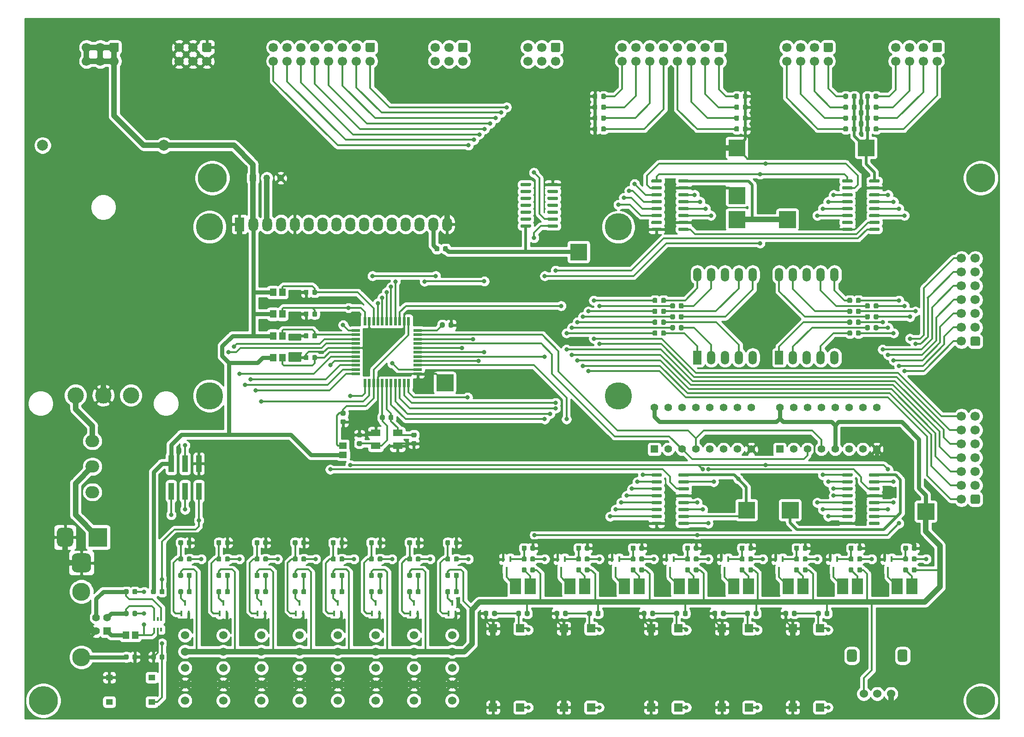
<source format=gtl>
G04 #@! TF.GenerationSoftware,KiCad,Pcbnew,(5.1.6)-1*
G04 #@! TF.CreationDate,2021-05-11T22:10:58+07:00*
G04 #@! TF.ProjectId,digitalSystemBoard,64696769-7461-46c5-9379-7374656d426f,rev?*
G04 #@! TF.SameCoordinates,Original*
G04 #@! TF.FileFunction,Copper,L1,Top*
G04 #@! TF.FilePolarity,Positive*
%FSLAX46Y46*%
G04 Gerber Fmt 4.6, Leading zero omitted, Abs format (unit mm)*
G04 Created by KiCad (PCBNEW (5.1.6)-1) date 2021-05-11 22:10:58*
%MOMM*%
%LPD*%
G01*
G04 APERTURE LIST*
G04 #@! TA.AperFunction,EtchedComponent*
%ADD10C,0.100000*%
G04 #@! TD*
G04 #@! TA.AperFunction,ComponentPad*
%ADD11C,3.000000*%
G04 #@! TD*
G04 #@! TA.AperFunction,ComponentPad*
%ADD12C,0.750000*%
G04 #@! TD*
G04 #@! TA.AperFunction,ComponentPad*
%ADD13C,1.248000*%
G04 #@! TD*
G04 #@! TA.AperFunction,ComponentPad*
%ADD14R,1.248000X1.248000*%
G04 #@! TD*
G04 #@! TA.AperFunction,SMDPad,CuDef*
%ADD15R,2.000000X3.000000*%
G04 #@! TD*
G04 #@! TA.AperFunction,ComponentPad*
%ADD16C,2.000000*%
G04 #@! TD*
G04 #@! TA.AperFunction,ComponentPad*
%ADD17O,2.500000X2.250000*%
G04 #@! TD*
G04 #@! TA.AperFunction,SMDPad,CuDef*
%ADD18R,1.300000X1.100000*%
G04 #@! TD*
G04 #@! TA.AperFunction,SMDPad,CuDef*
%ADD19R,1.500000X1.500000*%
G04 #@! TD*
G04 #@! TA.AperFunction,SMDPad,CuDef*
%ADD20R,0.457200X1.117600*%
G04 #@! TD*
G04 #@! TA.AperFunction,WasherPad*
%ADD21C,5.000000*%
G04 #@! TD*
G04 #@! TA.AperFunction,ComponentPad*
%ADD22O,1.800000X2.600000*%
G04 #@! TD*
G04 #@! TA.AperFunction,ComponentPad*
%ADD23R,1.800000X2.600000*%
G04 #@! TD*
G04 #@! TA.AperFunction,ComponentPad*
%ADD24R,1.524000X2.524000*%
G04 #@! TD*
G04 #@! TA.AperFunction,ComponentPad*
%ADD25O,1.524000X2.524000*%
G04 #@! TD*
G04 #@! TA.AperFunction,ComponentPad*
%ADD26C,1.700000*%
G04 #@! TD*
G04 #@! TA.AperFunction,ComponentPad*
%ADD27C,1.397000*%
G04 #@! TD*
G04 #@! TA.AperFunction,ComponentPad*
%ADD28R,1.397000X1.397000*%
G04 #@! TD*
G04 #@! TA.AperFunction,WasherPad*
%ADD29C,1.524000*%
G04 #@! TD*
G04 #@! TA.AperFunction,ComponentPad*
%ADD30C,1.524000*%
G04 #@! TD*
G04 #@! TA.AperFunction,ComponentPad*
%ADD31R,3.500000X3.500000*%
G04 #@! TD*
G04 #@! TA.AperFunction,SMDPad,CuDef*
%ADD32R,1.000000X3.150000*%
G04 #@! TD*
G04 #@! TA.AperFunction,WasherPad*
%ADD33C,5.300000*%
G04 #@! TD*
G04 #@! TA.AperFunction,SMDPad,CuDef*
%ADD34R,1.800000X1.200000*%
G04 #@! TD*
G04 #@! TA.AperFunction,SMDPad,CuDef*
%ADD35R,0.550000X1.500000*%
G04 #@! TD*
G04 #@! TA.AperFunction,SMDPad,CuDef*
%ADD36R,1.500000X0.550000*%
G04 #@! TD*
G04 #@! TA.AperFunction,ComponentPad*
%ADD37R,1.408000X1.408000*%
G04 #@! TD*
G04 #@! TA.AperFunction,ComponentPad*
%ADD38C,1.408000*%
G04 #@! TD*
G04 #@! TA.AperFunction,ComponentPad*
%ADD39C,3.316000*%
G04 #@! TD*
G04 #@! TA.AperFunction,SMDPad,CuDef*
%ADD40R,1.200000X1.470000*%
G04 #@! TD*
G04 #@! TA.AperFunction,SMDPad,CuDef*
%ADD41R,1.470000X1.200000*%
G04 #@! TD*
G04 #@! TA.AperFunction,Conductor*
%ADD42R,0.350000X0.800000*%
G04 #@! TD*
G04 #@! TA.AperFunction,ViaPad*
%ADD43C,0.800000*%
G04 #@! TD*
G04 #@! TA.AperFunction,Conductor*
%ADD44C,0.350000*%
G04 #@! TD*
G04 #@! TA.AperFunction,Conductor*
%ADD45C,0.500000*%
G04 #@! TD*
G04 #@! TA.AperFunction,Conductor*
%ADD46C,1.000000*%
G04 #@! TD*
G04 #@! TA.AperFunction,Conductor*
%ADD47C,0.750000*%
G04 #@! TD*
G04 #@! TA.AperFunction,Conductor*
%ADD48C,0.254000*%
G04 #@! TD*
G04 APERTURE END LIST*
D10*
G36*
X184500000Y-122500000D02*
G01*
X181500000Y-122500000D01*
X181500000Y-119500000D01*
X184500000Y-119500000D01*
X184500000Y-122500000D01*
G37*
X184500000Y-122500000D02*
X181500000Y-122500000D01*
X181500000Y-119500000D01*
X184500000Y-119500000D01*
X184500000Y-122500000D01*
G36*
X192500000Y-122500000D02*
G01*
X189500000Y-122500000D01*
X189500000Y-119500000D01*
X192500000Y-119500000D01*
X192500000Y-122500000D01*
G37*
X192500000Y-122500000D02*
X189500000Y-122500000D01*
X189500000Y-119500000D01*
X192500000Y-119500000D01*
X192500000Y-122500000D01*
G36*
X217410000Y-122750000D02*
G01*
X214410000Y-122750000D01*
X214410000Y-119750000D01*
X217410000Y-119750000D01*
X217410000Y-122750000D01*
G37*
X217410000Y-122750000D02*
X214410000Y-122750000D01*
X214410000Y-119750000D01*
X217410000Y-119750000D01*
X217410000Y-122750000D01*
G36*
X129160000Y-99080000D02*
G01*
X126160000Y-99080000D01*
X126160000Y-96080000D01*
X129160000Y-96080000D01*
X129160000Y-99080000D01*
G37*
X129160000Y-99080000D02*
X126160000Y-99080000D01*
X126160000Y-96080000D01*
X129160000Y-96080000D01*
X129160000Y-99080000D01*
G36*
X182720000Y-55960000D02*
G01*
X179720000Y-55960000D01*
X179720000Y-52960000D01*
X182720000Y-52960000D01*
X182720000Y-55960000D01*
G37*
X182720000Y-55960000D02*
X179720000Y-55960000D01*
X179720000Y-52960000D01*
X182720000Y-52960000D01*
X182720000Y-55960000D01*
G36*
X182720000Y-64700000D02*
G01*
X179720000Y-64700000D01*
X179720000Y-61700000D01*
X182720000Y-61700000D01*
X182720000Y-64700000D01*
G37*
X182720000Y-64700000D02*
X179720000Y-64700000D01*
X179720000Y-61700000D01*
X182720000Y-61700000D01*
X182720000Y-64700000D01*
G36*
X192010000Y-69110000D02*
G01*
X189010000Y-69110000D01*
X189010000Y-66110000D01*
X192010000Y-66110000D01*
X192010000Y-69110000D01*
G37*
X192010000Y-69110000D02*
X189010000Y-69110000D01*
X189010000Y-66110000D01*
X192010000Y-66110000D01*
X192010000Y-69110000D01*
G36*
X206450000Y-55960000D02*
G01*
X203450000Y-55960000D01*
X203450000Y-52960000D01*
X206450000Y-52960000D01*
X206450000Y-55960000D01*
G37*
X206450000Y-55960000D02*
X203450000Y-55960000D01*
X203450000Y-52960000D01*
X206450000Y-52960000D01*
X206450000Y-55960000D01*
G36*
X182720000Y-69110000D02*
G01*
X179720000Y-69110000D01*
X179720000Y-66110000D01*
X182720000Y-66110000D01*
X182720000Y-69110000D01*
G37*
X182720000Y-69110000D02*
X179720000Y-69110000D01*
X179720000Y-66110000D01*
X182720000Y-66110000D01*
X182720000Y-69110000D01*
G36*
X153710000Y-75070000D02*
G01*
X150710000Y-75070000D01*
X150710000Y-72070000D01*
X153710000Y-72070000D01*
X153710000Y-75070000D01*
G37*
X153710000Y-75070000D02*
X150710000Y-75070000D01*
X150710000Y-72070000D01*
X153710000Y-72070000D01*
X153710000Y-75070000D01*
D11*
X70080000Y-99920000D03*
X59920000Y-99920000D03*
X65000000Y-99920000D03*
D12*
X184000000Y-122000000D03*
X182000000Y-122000000D03*
X182000000Y-120000000D03*
X184000000Y-120000000D03*
X183000000Y-121000000D03*
X191000000Y-121000000D03*
X192000000Y-120000000D03*
X190000000Y-120000000D03*
X190000000Y-122000000D03*
X192000000Y-122000000D03*
X216910000Y-122250000D03*
X214910000Y-122250000D03*
X214910000Y-120250000D03*
X216910000Y-120250000D03*
X215910000Y-121250000D03*
X128660000Y-98580000D03*
X126660000Y-98580000D03*
X126660000Y-96580000D03*
X128660000Y-96580000D03*
X127660000Y-97580000D03*
X181220000Y-54460000D03*
X182220000Y-53460000D03*
X180220000Y-53460000D03*
X180220000Y-55460000D03*
X182220000Y-55460000D03*
X182220000Y-64200000D03*
X180220000Y-64200000D03*
X180220000Y-62200000D03*
X182220000Y-62200000D03*
X181220000Y-63200000D03*
X190510000Y-67610000D03*
X191510000Y-66610000D03*
X189510000Y-66610000D03*
X189510000Y-68610000D03*
X191510000Y-68610000D03*
X205950000Y-55460000D03*
X203950000Y-55460000D03*
X203950000Y-53460000D03*
X205950000Y-53460000D03*
X204950000Y-54460000D03*
X182220000Y-68610000D03*
X180220000Y-68610000D03*
X180220000Y-66610000D03*
X182220000Y-66610000D03*
X181220000Y-67610000D03*
X153210000Y-74570000D03*
X151210000Y-74570000D03*
X151210000Y-72570000D03*
X153210000Y-72570000D03*
X152210000Y-73570000D03*
G04 #@! TA.AperFunction,SMDPad,CuDef*
G36*
G01*
X205500000Y-114705000D02*
X205500000Y-114405000D01*
G75*
G02*
X205650000Y-114255000I150000J0D01*
G01*
X207300000Y-114255000D01*
G75*
G02*
X207450000Y-114405000I0J-150000D01*
G01*
X207450000Y-114705000D01*
G75*
G02*
X207300000Y-114855000I-150000J0D01*
G01*
X205650000Y-114855000D01*
G75*
G02*
X205500000Y-114705000I0J150000D01*
G01*
G37*
G04 #@! TD.AperFunction*
G04 #@! TA.AperFunction,SMDPad,CuDef*
G36*
G01*
X205500000Y-115975000D02*
X205500000Y-115675000D01*
G75*
G02*
X205650000Y-115525000I150000J0D01*
G01*
X207300000Y-115525000D01*
G75*
G02*
X207450000Y-115675000I0J-150000D01*
G01*
X207450000Y-115975000D01*
G75*
G02*
X207300000Y-116125000I-150000J0D01*
G01*
X205650000Y-116125000D01*
G75*
G02*
X205500000Y-115975000I0J150000D01*
G01*
G37*
G04 #@! TD.AperFunction*
G04 #@! TA.AperFunction,SMDPad,CuDef*
G36*
G01*
X205500000Y-117245000D02*
X205500000Y-116945000D01*
G75*
G02*
X205650000Y-116795000I150000J0D01*
G01*
X207300000Y-116795000D01*
G75*
G02*
X207450000Y-116945000I0J-150000D01*
G01*
X207450000Y-117245000D01*
G75*
G02*
X207300000Y-117395000I-150000J0D01*
G01*
X205650000Y-117395000D01*
G75*
G02*
X205500000Y-117245000I0J150000D01*
G01*
G37*
G04 #@! TD.AperFunction*
G04 #@! TA.AperFunction,SMDPad,CuDef*
G36*
G01*
X205500000Y-118515000D02*
X205500000Y-118215000D01*
G75*
G02*
X205650000Y-118065000I150000J0D01*
G01*
X207300000Y-118065000D01*
G75*
G02*
X207450000Y-118215000I0J-150000D01*
G01*
X207450000Y-118515000D01*
G75*
G02*
X207300000Y-118665000I-150000J0D01*
G01*
X205650000Y-118665000D01*
G75*
G02*
X205500000Y-118515000I0J150000D01*
G01*
G37*
G04 #@! TD.AperFunction*
G04 #@! TA.AperFunction,SMDPad,CuDef*
G36*
G01*
X205500000Y-119785000D02*
X205500000Y-119485000D01*
G75*
G02*
X205650000Y-119335000I150000J0D01*
G01*
X207300000Y-119335000D01*
G75*
G02*
X207450000Y-119485000I0J-150000D01*
G01*
X207450000Y-119785000D01*
G75*
G02*
X207300000Y-119935000I-150000J0D01*
G01*
X205650000Y-119935000D01*
G75*
G02*
X205500000Y-119785000I0J150000D01*
G01*
G37*
G04 #@! TD.AperFunction*
G04 #@! TA.AperFunction,SMDPad,CuDef*
G36*
G01*
X205500000Y-121055000D02*
X205500000Y-120755000D01*
G75*
G02*
X205650000Y-120605000I150000J0D01*
G01*
X207300000Y-120605000D01*
G75*
G02*
X207450000Y-120755000I0J-150000D01*
G01*
X207450000Y-121055000D01*
G75*
G02*
X207300000Y-121205000I-150000J0D01*
G01*
X205650000Y-121205000D01*
G75*
G02*
X205500000Y-121055000I0J150000D01*
G01*
G37*
G04 #@! TD.AperFunction*
G04 #@! TA.AperFunction,SMDPad,CuDef*
G36*
G01*
X205500000Y-122325000D02*
X205500000Y-122025000D01*
G75*
G02*
X205650000Y-121875000I150000J0D01*
G01*
X207300000Y-121875000D01*
G75*
G02*
X207450000Y-122025000I0J-150000D01*
G01*
X207450000Y-122325000D01*
G75*
G02*
X207300000Y-122475000I-150000J0D01*
G01*
X205650000Y-122475000D01*
G75*
G02*
X205500000Y-122325000I0J150000D01*
G01*
G37*
G04 #@! TD.AperFunction*
G04 #@! TA.AperFunction,SMDPad,CuDef*
G36*
G01*
X205500000Y-123595000D02*
X205500000Y-123295000D01*
G75*
G02*
X205650000Y-123145000I150000J0D01*
G01*
X207300000Y-123145000D01*
G75*
G02*
X207450000Y-123295000I0J-150000D01*
G01*
X207450000Y-123595000D01*
G75*
G02*
X207300000Y-123745000I-150000J0D01*
G01*
X205650000Y-123745000D01*
G75*
G02*
X205500000Y-123595000I0J150000D01*
G01*
G37*
G04 #@! TD.AperFunction*
G04 #@! TA.AperFunction,SMDPad,CuDef*
G36*
G01*
X200550000Y-123595000D02*
X200550000Y-123295000D01*
G75*
G02*
X200700000Y-123145000I150000J0D01*
G01*
X202350000Y-123145000D01*
G75*
G02*
X202500000Y-123295000I0J-150000D01*
G01*
X202500000Y-123595000D01*
G75*
G02*
X202350000Y-123745000I-150000J0D01*
G01*
X200700000Y-123745000D01*
G75*
G02*
X200550000Y-123595000I0J150000D01*
G01*
G37*
G04 #@! TD.AperFunction*
G04 #@! TA.AperFunction,SMDPad,CuDef*
G36*
G01*
X200550000Y-122325000D02*
X200550000Y-122025000D01*
G75*
G02*
X200700000Y-121875000I150000J0D01*
G01*
X202350000Y-121875000D01*
G75*
G02*
X202500000Y-122025000I0J-150000D01*
G01*
X202500000Y-122325000D01*
G75*
G02*
X202350000Y-122475000I-150000J0D01*
G01*
X200700000Y-122475000D01*
G75*
G02*
X200550000Y-122325000I0J150000D01*
G01*
G37*
G04 #@! TD.AperFunction*
G04 #@! TA.AperFunction,SMDPad,CuDef*
G36*
G01*
X200550000Y-121055000D02*
X200550000Y-120755000D01*
G75*
G02*
X200700000Y-120605000I150000J0D01*
G01*
X202350000Y-120605000D01*
G75*
G02*
X202500000Y-120755000I0J-150000D01*
G01*
X202500000Y-121055000D01*
G75*
G02*
X202350000Y-121205000I-150000J0D01*
G01*
X200700000Y-121205000D01*
G75*
G02*
X200550000Y-121055000I0J150000D01*
G01*
G37*
G04 #@! TD.AperFunction*
G04 #@! TA.AperFunction,SMDPad,CuDef*
G36*
G01*
X200550000Y-119785000D02*
X200550000Y-119485000D01*
G75*
G02*
X200700000Y-119335000I150000J0D01*
G01*
X202350000Y-119335000D01*
G75*
G02*
X202500000Y-119485000I0J-150000D01*
G01*
X202500000Y-119785000D01*
G75*
G02*
X202350000Y-119935000I-150000J0D01*
G01*
X200700000Y-119935000D01*
G75*
G02*
X200550000Y-119785000I0J150000D01*
G01*
G37*
G04 #@! TD.AperFunction*
G04 #@! TA.AperFunction,SMDPad,CuDef*
G36*
G01*
X200550000Y-118515000D02*
X200550000Y-118215000D01*
G75*
G02*
X200700000Y-118065000I150000J0D01*
G01*
X202350000Y-118065000D01*
G75*
G02*
X202500000Y-118215000I0J-150000D01*
G01*
X202500000Y-118515000D01*
G75*
G02*
X202350000Y-118665000I-150000J0D01*
G01*
X200700000Y-118665000D01*
G75*
G02*
X200550000Y-118515000I0J150000D01*
G01*
G37*
G04 #@! TD.AperFunction*
G04 #@! TA.AperFunction,SMDPad,CuDef*
G36*
G01*
X200550000Y-117245000D02*
X200550000Y-116945000D01*
G75*
G02*
X200700000Y-116795000I150000J0D01*
G01*
X202350000Y-116795000D01*
G75*
G02*
X202500000Y-116945000I0J-150000D01*
G01*
X202500000Y-117245000D01*
G75*
G02*
X202350000Y-117395000I-150000J0D01*
G01*
X200700000Y-117395000D01*
G75*
G02*
X200550000Y-117245000I0J150000D01*
G01*
G37*
G04 #@! TD.AperFunction*
G04 #@! TA.AperFunction,SMDPad,CuDef*
G36*
G01*
X200550000Y-115975000D02*
X200550000Y-115675000D01*
G75*
G02*
X200700000Y-115525000I150000J0D01*
G01*
X202350000Y-115525000D01*
G75*
G02*
X202500000Y-115675000I0J-150000D01*
G01*
X202500000Y-115975000D01*
G75*
G02*
X202350000Y-116125000I-150000J0D01*
G01*
X200700000Y-116125000D01*
G75*
G02*
X200550000Y-115975000I0J150000D01*
G01*
G37*
G04 #@! TD.AperFunction*
G04 #@! TA.AperFunction,SMDPad,CuDef*
G36*
G01*
X200550000Y-114705000D02*
X200550000Y-114405000D01*
G75*
G02*
X200700000Y-114255000I150000J0D01*
G01*
X202350000Y-114255000D01*
G75*
G02*
X202500000Y-114405000I0J-150000D01*
G01*
X202500000Y-114705000D01*
G75*
G02*
X202350000Y-114855000I-150000J0D01*
G01*
X200700000Y-114855000D01*
G75*
G02*
X200550000Y-114705000I0J150000D01*
G01*
G37*
G04 #@! TD.AperFunction*
G04 #@! TA.AperFunction,SMDPad,CuDef*
G36*
G01*
X170500000Y-114705000D02*
X170500000Y-114405000D01*
G75*
G02*
X170650000Y-114255000I150000J0D01*
G01*
X172300000Y-114255000D01*
G75*
G02*
X172450000Y-114405000I0J-150000D01*
G01*
X172450000Y-114705000D01*
G75*
G02*
X172300000Y-114855000I-150000J0D01*
G01*
X170650000Y-114855000D01*
G75*
G02*
X170500000Y-114705000I0J150000D01*
G01*
G37*
G04 #@! TD.AperFunction*
G04 #@! TA.AperFunction,SMDPad,CuDef*
G36*
G01*
X170500000Y-115975000D02*
X170500000Y-115675000D01*
G75*
G02*
X170650000Y-115525000I150000J0D01*
G01*
X172300000Y-115525000D01*
G75*
G02*
X172450000Y-115675000I0J-150000D01*
G01*
X172450000Y-115975000D01*
G75*
G02*
X172300000Y-116125000I-150000J0D01*
G01*
X170650000Y-116125000D01*
G75*
G02*
X170500000Y-115975000I0J150000D01*
G01*
G37*
G04 #@! TD.AperFunction*
G04 #@! TA.AperFunction,SMDPad,CuDef*
G36*
G01*
X170500000Y-117245000D02*
X170500000Y-116945000D01*
G75*
G02*
X170650000Y-116795000I150000J0D01*
G01*
X172300000Y-116795000D01*
G75*
G02*
X172450000Y-116945000I0J-150000D01*
G01*
X172450000Y-117245000D01*
G75*
G02*
X172300000Y-117395000I-150000J0D01*
G01*
X170650000Y-117395000D01*
G75*
G02*
X170500000Y-117245000I0J150000D01*
G01*
G37*
G04 #@! TD.AperFunction*
G04 #@! TA.AperFunction,SMDPad,CuDef*
G36*
G01*
X170500000Y-118515000D02*
X170500000Y-118215000D01*
G75*
G02*
X170650000Y-118065000I150000J0D01*
G01*
X172300000Y-118065000D01*
G75*
G02*
X172450000Y-118215000I0J-150000D01*
G01*
X172450000Y-118515000D01*
G75*
G02*
X172300000Y-118665000I-150000J0D01*
G01*
X170650000Y-118665000D01*
G75*
G02*
X170500000Y-118515000I0J150000D01*
G01*
G37*
G04 #@! TD.AperFunction*
G04 #@! TA.AperFunction,SMDPad,CuDef*
G36*
G01*
X170500000Y-119785000D02*
X170500000Y-119485000D01*
G75*
G02*
X170650000Y-119335000I150000J0D01*
G01*
X172300000Y-119335000D01*
G75*
G02*
X172450000Y-119485000I0J-150000D01*
G01*
X172450000Y-119785000D01*
G75*
G02*
X172300000Y-119935000I-150000J0D01*
G01*
X170650000Y-119935000D01*
G75*
G02*
X170500000Y-119785000I0J150000D01*
G01*
G37*
G04 #@! TD.AperFunction*
G04 #@! TA.AperFunction,SMDPad,CuDef*
G36*
G01*
X170500000Y-121055000D02*
X170500000Y-120755000D01*
G75*
G02*
X170650000Y-120605000I150000J0D01*
G01*
X172300000Y-120605000D01*
G75*
G02*
X172450000Y-120755000I0J-150000D01*
G01*
X172450000Y-121055000D01*
G75*
G02*
X172300000Y-121205000I-150000J0D01*
G01*
X170650000Y-121205000D01*
G75*
G02*
X170500000Y-121055000I0J150000D01*
G01*
G37*
G04 #@! TD.AperFunction*
G04 #@! TA.AperFunction,SMDPad,CuDef*
G36*
G01*
X170500000Y-122325000D02*
X170500000Y-122025000D01*
G75*
G02*
X170650000Y-121875000I150000J0D01*
G01*
X172300000Y-121875000D01*
G75*
G02*
X172450000Y-122025000I0J-150000D01*
G01*
X172450000Y-122325000D01*
G75*
G02*
X172300000Y-122475000I-150000J0D01*
G01*
X170650000Y-122475000D01*
G75*
G02*
X170500000Y-122325000I0J150000D01*
G01*
G37*
G04 #@! TD.AperFunction*
G04 #@! TA.AperFunction,SMDPad,CuDef*
G36*
G01*
X170500000Y-123595000D02*
X170500000Y-123295000D01*
G75*
G02*
X170650000Y-123145000I150000J0D01*
G01*
X172300000Y-123145000D01*
G75*
G02*
X172450000Y-123295000I0J-150000D01*
G01*
X172450000Y-123595000D01*
G75*
G02*
X172300000Y-123745000I-150000J0D01*
G01*
X170650000Y-123745000D01*
G75*
G02*
X170500000Y-123595000I0J150000D01*
G01*
G37*
G04 #@! TD.AperFunction*
G04 #@! TA.AperFunction,SMDPad,CuDef*
G36*
G01*
X165550000Y-123595000D02*
X165550000Y-123295000D01*
G75*
G02*
X165700000Y-123145000I150000J0D01*
G01*
X167350000Y-123145000D01*
G75*
G02*
X167500000Y-123295000I0J-150000D01*
G01*
X167500000Y-123595000D01*
G75*
G02*
X167350000Y-123745000I-150000J0D01*
G01*
X165700000Y-123745000D01*
G75*
G02*
X165550000Y-123595000I0J150000D01*
G01*
G37*
G04 #@! TD.AperFunction*
G04 #@! TA.AperFunction,SMDPad,CuDef*
G36*
G01*
X165550000Y-122325000D02*
X165550000Y-122025000D01*
G75*
G02*
X165700000Y-121875000I150000J0D01*
G01*
X167350000Y-121875000D01*
G75*
G02*
X167500000Y-122025000I0J-150000D01*
G01*
X167500000Y-122325000D01*
G75*
G02*
X167350000Y-122475000I-150000J0D01*
G01*
X165700000Y-122475000D01*
G75*
G02*
X165550000Y-122325000I0J150000D01*
G01*
G37*
G04 #@! TD.AperFunction*
G04 #@! TA.AperFunction,SMDPad,CuDef*
G36*
G01*
X165550000Y-121055000D02*
X165550000Y-120755000D01*
G75*
G02*
X165700000Y-120605000I150000J0D01*
G01*
X167350000Y-120605000D01*
G75*
G02*
X167500000Y-120755000I0J-150000D01*
G01*
X167500000Y-121055000D01*
G75*
G02*
X167350000Y-121205000I-150000J0D01*
G01*
X165700000Y-121205000D01*
G75*
G02*
X165550000Y-121055000I0J150000D01*
G01*
G37*
G04 #@! TD.AperFunction*
G04 #@! TA.AperFunction,SMDPad,CuDef*
G36*
G01*
X165550000Y-119785000D02*
X165550000Y-119485000D01*
G75*
G02*
X165700000Y-119335000I150000J0D01*
G01*
X167350000Y-119335000D01*
G75*
G02*
X167500000Y-119485000I0J-150000D01*
G01*
X167500000Y-119785000D01*
G75*
G02*
X167350000Y-119935000I-150000J0D01*
G01*
X165700000Y-119935000D01*
G75*
G02*
X165550000Y-119785000I0J150000D01*
G01*
G37*
G04 #@! TD.AperFunction*
G04 #@! TA.AperFunction,SMDPad,CuDef*
G36*
G01*
X165550000Y-118515000D02*
X165550000Y-118215000D01*
G75*
G02*
X165700000Y-118065000I150000J0D01*
G01*
X167350000Y-118065000D01*
G75*
G02*
X167500000Y-118215000I0J-150000D01*
G01*
X167500000Y-118515000D01*
G75*
G02*
X167350000Y-118665000I-150000J0D01*
G01*
X165700000Y-118665000D01*
G75*
G02*
X165550000Y-118515000I0J150000D01*
G01*
G37*
G04 #@! TD.AperFunction*
G04 #@! TA.AperFunction,SMDPad,CuDef*
G36*
G01*
X165550000Y-117245000D02*
X165550000Y-116945000D01*
G75*
G02*
X165700000Y-116795000I150000J0D01*
G01*
X167350000Y-116795000D01*
G75*
G02*
X167500000Y-116945000I0J-150000D01*
G01*
X167500000Y-117245000D01*
G75*
G02*
X167350000Y-117395000I-150000J0D01*
G01*
X165700000Y-117395000D01*
G75*
G02*
X165550000Y-117245000I0J150000D01*
G01*
G37*
G04 #@! TD.AperFunction*
G04 #@! TA.AperFunction,SMDPad,CuDef*
G36*
G01*
X165550000Y-115975000D02*
X165550000Y-115675000D01*
G75*
G02*
X165700000Y-115525000I150000J0D01*
G01*
X167350000Y-115525000D01*
G75*
G02*
X167500000Y-115675000I0J-150000D01*
G01*
X167500000Y-115975000D01*
G75*
G02*
X167350000Y-116125000I-150000J0D01*
G01*
X165700000Y-116125000D01*
G75*
G02*
X165550000Y-115975000I0J150000D01*
G01*
G37*
G04 #@! TD.AperFunction*
G04 #@! TA.AperFunction,SMDPad,CuDef*
G36*
G01*
X165550000Y-114705000D02*
X165550000Y-114405000D01*
G75*
G02*
X165700000Y-114255000I150000J0D01*
G01*
X167350000Y-114255000D01*
G75*
G02*
X167500000Y-114405000I0J-150000D01*
G01*
X167500000Y-114705000D01*
G75*
G02*
X167350000Y-114855000I-150000J0D01*
G01*
X165700000Y-114855000D01*
G75*
G02*
X165550000Y-114705000I0J150000D01*
G01*
G37*
G04 #@! TD.AperFunction*
G04 #@! TA.AperFunction,SMDPad,CuDef*
G36*
G01*
X201650000Y-50743750D02*
X201650000Y-51256250D01*
G75*
G02*
X201431250Y-51475000I-218750J0D01*
G01*
X200993750Y-51475000D01*
G75*
G02*
X200775000Y-51256250I0J218750D01*
G01*
X200775000Y-50743750D01*
G75*
G02*
X200993750Y-50525000I218750J0D01*
G01*
X201431250Y-50525000D01*
G75*
G02*
X201650000Y-50743750I0J-218750D01*
G01*
G37*
G04 #@! TD.AperFunction*
G04 #@! TA.AperFunction,SMDPad,CuDef*
G36*
G01*
X203225000Y-50743750D02*
X203225000Y-51256250D01*
G75*
G02*
X203006250Y-51475000I-218750J0D01*
G01*
X202568750Y-51475000D01*
G75*
G02*
X202350000Y-51256250I0J218750D01*
G01*
X202350000Y-50743750D01*
G75*
G02*
X202568750Y-50525000I218750J0D01*
G01*
X203006250Y-50525000D01*
G75*
G02*
X203225000Y-50743750I0J-218750D01*
G01*
G37*
G04 #@! TD.AperFunction*
G04 #@! TA.AperFunction,SMDPad,CuDef*
G36*
G01*
X201650000Y-48743750D02*
X201650000Y-49256250D01*
G75*
G02*
X201431250Y-49475000I-218750J0D01*
G01*
X200993750Y-49475000D01*
G75*
G02*
X200775000Y-49256250I0J218750D01*
G01*
X200775000Y-48743750D01*
G75*
G02*
X200993750Y-48525000I218750J0D01*
G01*
X201431250Y-48525000D01*
G75*
G02*
X201650000Y-48743750I0J-218750D01*
G01*
G37*
G04 #@! TD.AperFunction*
G04 #@! TA.AperFunction,SMDPad,CuDef*
G36*
G01*
X203225000Y-48743750D02*
X203225000Y-49256250D01*
G75*
G02*
X203006250Y-49475000I-218750J0D01*
G01*
X202568750Y-49475000D01*
G75*
G02*
X202350000Y-49256250I0J218750D01*
G01*
X202350000Y-48743750D01*
G75*
G02*
X202568750Y-48525000I218750J0D01*
G01*
X203006250Y-48525000D01*
G75*
G02*
X203225000Y-48743750I0J-218750D01*
G01*
G37*
G04 #@! TD.AperFunction*
G04 #@! TA.AperFunction,SMDPad,CuDef*
G36*
G01*
X201650000Y-46743750D02*
X201650000Y-47256250D01*
G75*
G02*
X201431250Y-47475000I-218750J0D01*
G01*
X200993750Y-47475000D01*
G75*
G02*
X200775000Y-47256250I0J218750D01*
G01*
X200775000Y-46743750D01*
G75*
G02*
X200993750Y-46525000I218750J0D01*
G01*
X201431250Y-46525000D01*
G75*
G02*
X201650000Y-46743750I0J-218750D01*
G01*
G37*
G04 #@! TD.AperFunction*
G04 #@! TA.AperFunction,SMDPad,CuDef*
G36*
G01*
X203225000Y-46743750D02*
X203225000Y-47256250D01*
G75*
G02*
X203006250Y-47475000I-218750J0D01*
G01*
X202568750Y-47475000D01*
G75*
G02*
X202350000Y-47256250I0J218750D01*
G01*
X202350000Y-46743750D01*
G75*
G02*
X202568750Y-46525000I218750J0D01*
G01*
X203006250Y-46525000D01*
G75*
G02*
X203225000Y-46743750I0J-218750D01*
G01*
G37*
G04 #@! TD.AperFunction*
G04 #@! TA.AperFunction,SMDPad,CuDef*
G36*
G01*
X201650000Y-44743750D02*
X201650000Y-45256250D01*
G75*
G02*
X201431250Y-45475000I-218750J0D01*
G01*
X200993750Y-45475000D01*
G75*
G02*
X200775000Y-45256250I0J218750D01*
G01*
X200775000Y-44743750D01*
G75*
G02*
X200993750Y-44525000I218750J0D01*
G01*
X201431250Y-44525000D01*
G75*
G02*
X201650000Y-44743750I0J-218750D01*
G01*
G37*
G04 #@! TD.AperFunction*
G04 #@! TA.AperFunction,SMDPad,CuDef*
G36*
G01*
X203225000Y-44743750D02*
X203225000Y-45256250D01*
G75*
G02*
X203006250Y-45475000I-218750J0D01*
G01*
X202568750Y-45475000D01*
G75*
G02*
X202350000Y-45256250I0J218750D01*
G01*
X202350000Y-44743750D01*
G75*
G02*
X202568750Y-44525000I218750J0D01*
G01*
X203006250Y-44525000D01*
G75*
G02*
X203225000Y-44743750I0J-218750D01*
G01*
G37*
G04 #@! TD.AperFunction*
G04 #@! TA.AperFunction,SMDPad,CuDef*
G36*
G01*
X206350000Y-45256250D02*
X206350000Y-44743750D01*
G75*
G02*
X206568750Y-44525000I218750J0D01*
G01*
X207006250Y-44525000D01*
G75*
G02*
X207225000Y-44743750I0J-218750D01*
G01*
X207225000Y-45256250D01*
G75*
G02*
X207006250Y-45475000I-218750J0D01*
G01*
X206568750Y-45475000D01*
G75*
G02*
X206350000Y-45256250I0J218750D01*
G01*
G37*
G04 #@! TD.AperFunction*
G04 #@! TA.AperFunction,SMDPad,CuDef*
G36*
G01*
X204775000Y-45256250D02*
X204775000Y-44743750D01*
G75*
G02*
X204993750Y-44525000I218750J0D01*
G01*
X205431250Y-44525000D01*
G75*
G02*
X205650000Y-44743750I0J-218750D01*
G01*
X205650000Y-45256250D01*
G75*
G02*
X205431250Y-45475000I-218750J0D01*
G01*
X204993750Y-45475000D01*
G75*
G02*
X204775000Y-45256250I0J218750D01*
G01*
G37*
G04 #@! TD.AperFunction*
G04 #@! TA.AperFunction,SMDPad,CuDef*
G36*
G01*
X206350000Y-47256250D02*
X206350000Y-46743750D01*
G75*
G02*
X206568750Y-46525000I218750J0D01*
G01*
X207006250Y-46525000D01*
G75*
G02*
X207225000Y-46743750I0J-218750D01*
G01*
X207225000Y-47256250D01*
G75*
G02*
X207006250Y-47475000I-218750J0D01*
G01*
X206568750Y-47475000D01*
G75*
G02*
X206350000Y-47256250I0J218750D01*
G01*
G37*
G04 #@! TD.AperFunction*
G04 #@! TA.AperFunction,SMDPad,CuDef*
G36*
G01*
X204775000Y-47256250D02*
X204775000Y-46743750D01*
G75*
G02*
X204993750Y-46525000I218750J0D01*
G01*
X205431250Y-46525000D01*
G75*
G02*
X205650000Y-46743750I0J-218750D01*
G01*
X205650000Y-47256250D01*
G75*
G02*
X205431250Y-47475000I-218750J0D01*
G01*
X204993750Y-47475000D01*
G75*
G02*
X204775000Y-47256250I0J218750D01*
G01*
G37*
G04 #@! TD.AperFunction*
G04 #@! TA.AperFunction,SMDPad,CuDef*
G36*
G01*
X206350000Y-49256250D02*
X206350000Y-48743750D01*
G75*
G02*
X206568750Y-48525000I218750J0D01*
G01*
X207006250Y-48525000D01*
G75*
G02*
X207225000Y-48743750I0J-218750D01*
G01*
X207225000Y-49256250D01*
G75*
G02*
X207006250Y-49475000I-218750J0D01*
G01*
X206568750Y-49475000D01*
G75*
G02*
X206350000Y-49256250I0J218750D01*
G01*
G37*
G04 #@! TD.AperFunction*
G04 #@! TA.AperFunction,SMDPad,CuDef*
G36*
G01*
X204775000Y-49256250D02*
X204775000Y-48743750D01*
G75*
G02*
X204993750Y-48525000I218750J0D01*
G01*
X205431250Y-48525000D01*
G75*
G02*
X205650000Y-48743750I0J-218750D01*
G01*
X205650000Y-49256250D01*
G75*
G02*
X205431250Y-49475000I-218750J0D01*
G01*
X204993750Y-49475000D01*
G75*
G02*
X204775000Y-49256250I0J218750D01*
G01*
G37*
G04 #@! TD.AperFunction*
G04 #@! TA.AperFunction,SMDPad,CuDef*
G36*
G01*
X206350000Y-51256250D02*
X206350000Y-50743750D01*
G75*
G02*
X206568750Y-50525000I218750J0D01*
G01*
X207006250Y-50525000D01*
G75*
G02*
X207225000Y-50743750I0J-218750D01*
G01*
X207225000Y-51256250D01*
G75*
G02*
X207006250Y-51475000I-218750J0D01*
G01*
X206568750Y-51475000D01*
G75*
G02*
X206350000Y-51256250I0J218750D01*
G01*
G37*
G04 #@! TD.AperFunction*
G04 #@! TA.AperFunction,SMDPad,CuDef*
G36*
G01*
X204775000Y-51256250D02*
X204775000Y-50743750D01*
G75*
G02*
X204993750Y-50525000I218750J0D01*
G01*
X205431250Y-50525000D01*
G75*
G02*
X205650000Y-50743750I0J-218750D01*
G01*
X205650000Y-51256250D01*
G75*
G02*
X205431250Y-51475000I-218750J0D01*
G01*
X204993750Y-51475000D01*
G75*
G02*
X204775000Y-51256250I0J218750D01*
G01*
G37*
G04 #@! TD.AperFunction*
G04 #@! TA.AperFunction,SMDPad,CuDef*
G36*
G01*
X156350000Y-45256250D02*
X156350000Y-44743750D01*
G75*
G02*
X156568750Y-44525000I218750J0D01*
G01*
X157006250Y-44525000D01*
G75*
G02*
X157225000Y-44743750I0J-218750D01*
G01*
X157225000Y-45256250D01*
G75*
G02*
X157006250Y-45475000I-218750J0D01*
G01*
X156568750Y-45475000D01*
G75*
G02*
X156350000Y-45256250I0J218750D01*
G01*
G37*
G04 #@! TD.AperFunction*
G04 #@! TA.AperFunction,SMDPad,CuDef*
G36*
G01*
X154775000Y-45256250D02*
X154775000Y-44743750D01*
G75*
G02*
X154993750Y-44525000I218750J0D01*
G01*
X155431250Y-44525000D01*
G75*
G02*
X155650000Y-44743750I0J-218750D01*
G01*
X155650000Y-45256250D01*
G75*
G02*
X155431250Y-45475000I-218750J0D01*
G01*
X154993750Y-45475000D01*
G75*
G02*
X154775000Y-45256250I0J218750D01*
G01*
G37*
G04 #@! TD.AperFunction*
G04 #@! TA.AperFunction,SMDPad,CuDef*
G36*
G01*
X156350000Y-47256250D02*
X156350000Y-46743750D01*
G75*
G02*
X156568750Y-46525000I218750J0D01*
G01*
X157006250Y-46525000D01*
G75*
G02*
X157225000Y-46743750I0J-218750D01*
G01*
X157225000Y-47256250D01*
G75*
G02*
X157006250Y-47475000I-218750J0D01*
G01*
X156568750Y-47475000D01*
G75*
G02*
X156350000Y-47256250I0J218750D01*
G01*
G37*
G04 #@! TD.AperFunction*
G04 #@! TA.AperFunction,SMDPad,CuDef*
G36*
G01*
X154775000Y-47256250D02*
X154775000Y-46743750D01*
G75*
G02*
X154993750Y-46525000I218750J0D01*
G01*
X155431250Y-46525000D01*
G75*
G02*
X155650000Y-46743750I0J-218750D01*
G01*
X155650000Y-47256250D01*
G75*
G02*
X155431250Y-47475000I-218750J0D01*
G01*
X154993750Y-47475000D01*
G75*
G02*
X154775000Y-47256250I0J218750D01*
G01*
G37*
G04 #@! TD.AperFunction*
G04 #@! TA.AperFunction,SMDPad,CuDef*
G36*
G01*
X156350000Y-49256250D02*
X156350000Y-48743750D01*
G75*
G02*
X156568750Y-48525000I218750J0D01*
G01*
X157006250Y-48525000D01*
G75*
G02*
X157225000Y-48743750I0J-218750D01*
G01*
X157225000Y-49256250D01*
G75*
G02*
X157006250Y-49475000I-218750J0D01*
G01*
X156568750Y-49475000D01*
G75*
G02*
X156350000Y-49256250I0J218750D01*
G01*
G37*
G04 #@! TD.AperFunction*
G04 #@! TA.AperFunction,SMDPad,CuDef*
G36*
G01*
X154775000Y-49256250D02*
X154775000Y-48743750D01*
G75*
G02*
X154993750Y-48525000I218750J0D01*
G01*
X155431250Y-48525000D01*
G75*
G02*
X155650000Y-48743750I0J-218750D01*
G01*
X155650000Y-49256250D01*
G75*
G02*
X155431250Y-49475000I-218750J0D01*
G01*
X154993750Y-49475000D01*
G75*
G02*
X154775000Y-49256250I0J218750D01*
G01*
G37*
G04 #@! TD.AperFunction*
G04 #@! TA.AperFunction,SMDPad,CuDef*
G36*
G01*
X156350000Y-51256250D02*
X156350000Y-50743750D01*
G75*
G02*
X156568750Y-50525000I218750J0D01*
G01*
X157006250Y-50525000D01*
G75*
G02*
X157225000Y-50743750I0J-218750D01*
G01*
X157225000Y-51256250D01*
G75*
G02*
X157006250Y-51475000I-218750J0D01*
G01*
X156568750Y-51475000D01*
G75*
G02*
X156350000Y-51256250I0J218750D01*
G01*
G37*
G04 #@! TD.AperFunction*
G04 #@! TA.AperFunction,SMDPad,CuDef*
G36*
G01*
X154775000Y-51256250D02*
X154775000Y-50743750D01*
G75*
G02*
X154993750Y-50525000I218750J0D01*
G01*
X155431250Y-50525000D01*
G75*
G02*
X155650000Y-50743750I0J-218750D01*
G01*
X155650000Y-51256250D01*
G75*
G02*
X155431250Y-51475000I-218750J0D01*
G01*
X154993750Y-51475000D01*
G75*
G02*
X154775000Y-51256250I0J218750D01*
G01*
G37*
G04 #@! TD.AperFunction*
G04 #@! TA.AperFunction,SMDPad,CuDef*
G36*
G01*
X181650000Y-50743750D02*
X181650000Y-51256250D01*
G75*
G02*
X181431250Y-51475000I-218750J0D01*
G01*
X180993750Y-51475000D01*
G75*
G02*
X180775000Y-51256250I0J218750D01*
G01*
X180775000Y-50743750D01*
G75*
G02*
X180993750Y-50525000I218750J0D01*
G01*
X181431250Y-50525000D01*
G75*
G02*
X181650000Y-50743750I0J-218750D01*
G01*
G37*
G04 #@! TD.AperFunction*
G04 #@! TA.AperFunction,SMDPad,CuDef*
G36*
G01*
X183225000Y-50743750D02*
X183225000Y-51256250D01*
G75*
G02*
X183006250Y-51475000I-218750J0D01*
G01*
X182568750Y-51475000D01*
G75*
G02*
X182350000Y-51256250I0J218750D01*
G01*
X182350000Y-50743750D01*
G75*
G02*
X182568750Y-50525000I218750J0D01*
G01*
X183006250Y-50525000D01*
G75*
G02*
X183225000Y-50743750I0J-218750D01*
G01*
G37*
G04 #@! TD.AperFunction*
G04 #@! TA.AperFunction,SMDPad,CuDef*
G36*
G01*
X181650000Y-48743750D02*
X181650000Y-49256250D01*
G75*
G02*
X181431250Y-49475000I-218750J0D01*
G01*
X180993750Y-49475000D01*
G75*
G02*
X180775000Y-49256250I0J218750D01*
G01*
X180775000Y-48743750D01*
G75*
G02*
X180993750Y-48525000I218750J0D01*
G01*
X181431250Y-48525000D01*
G75*
G02*
X181650000Y-48743750I0J-218750D01*
G01*
G37*
G04 #@! TD.AperFunction*
G04 #@! TA.AperFunction,SMDPad,CuDef*
G36*
G01*
X183225000Y-48743750D02*
X183225000Y-49256250D01*
G75*
G02*
X183006250Y-49475000I-218750J0D01*
G01*
X182568750Y-49475000D01*
G75*
G02*
X182350000Y-49256250I0J218750D01*
G01*
X182350000Y-48743750D01*
G75*
G02*
X182568750Y-48525000I218750J0D01*
G01*
X183006250Y-48525000D01*
G75*
G02*
X183225000Y-48743750I0J-218750D01*
G01*
G37*
G04 #@! TD.AperFunction*
G04 #@! TA.AperFunction,SMDPad,CuDef*
G36*
G01*
X181650000Y-46743750D02*
X181650000Y-47256250D01*
G75*
G02*
X181431250Y-47475000I-218750J0D01*
G01*
X180993750Y-47475000D01*
G75*
G02*
X180775000Y-47256250I0J218750D01*
G01*
X180775000Y-46743750D01*
G75*
G02*
X180993750Y-46525000I218750J0D01*
G01*
X181431250Y-46525000D01*
G75*
G02*
X181650000Y-46743750I0J-218750D01*
G01*
G37*
G04 #@! TD.AperFunction*
G04 #@! TA.AperFunction,SMDPad,CuDef*
G36*
G01*
X183225000Y-46743750D02*
X183225000Y-47256250D01*
G75*
G02*
X183006250Y-47475000I-218750J0D01*
G01*
X182568750Y-47475000D01*
G75*
G02*
X182350000Y-47256250I0J218750D01*
G01*
X182350000Y-46743750D01*
G75*
G02*
X182568750Y-46525000I218750J0D01*
G01*
X183006250Y-46525000D01*
G75*
G02*
X183225000Y-46743750I0J-218750D01*
G01*
G37*
G04 #@! TD.AperFunction*
G04 #@! TA.AperFunction,SMDPad,CuDef*
G36*
G01*
X181650000Y-44743750D02*
X181650000Y-45256250D01*
G75*
G02*
X181431250Y-45475000I-218750J0D01*
G01*
X180993750Y-45475000D01*
G75*
G02*
X180775000Y-45256250I0J218750D01*
G01*
X180775000Y-44743750D01*
G75*
G02*
X180993750Y-44525000I218750J0D01*
G01*
X181431250Y-44525000D01*
G75*
G02*
X181650000Y-44743750I0J-218750D01*
G01*
G37*
G04 #@! TD.AperFunction*
G04 #@! TA.AperFunction,SMDPad,CuDef*
G36*
G01*
X183225000Y-44743750D02*
X183225000Y-45256250D01*
G75*
G02*
X183006250Y-45475000I-218750J0D01*
G01*
X182568750Y-45475000D01*
G75*
G02*
X182350000Y-45256250I0J218750D01*
G01*
X182350000Y-44743750D01*
G75*
G02*
X182568750Y-44525000I218750J0D01*
G01*
X183006250Y-44525000D01*
G75*
G02*
X183225000Y-44743750I0J-218750D01*
G01*
G37*
G04 #@! TD.AperFunction*
D13*
X97540000Y-60000000D03*
X95000000Y-60000000D03*
D14*
X92460000Y-60000000D03*
G04 #@! TA.AperFunction,SMDPad,CuDef*
G36*
G01*
X127350000Y-73256250D02*
X127350000Y-72743750D01*
G75*
G02*
X127568750Y-72525000I218750J0D01*
G01*
X128006250Y-72525000D01*
G75*
G02*
X128225000Y-72743750I0J-218750D01*
G01*
X128225000Y-73256250D01*
G75*
G02*
X128006250Y-73475000I-218750J0D01*
G01*
X127568750Y-73475000D01*
G75*
G02*
X127350000Y-73256250I0J218750D01*
G01*
G37*
G04 #@! TD.AperFunction*
G04 #@! TA.AperFunction,SMDPad,CuDef*
G36*
G01*
X125775000Y-73256250D02*
X125775000Y-72743750D01*
G75*
G02*
X125993750Y-72525000I218750J0D01*
G01*
X126431250Y-72525000D01*
G75*
G02*
X126650000Y-72743750I0J-218750D01*
G01*
X126650000Y-73256250D01*
G75*
G02*
X126431250Y-73475000I-218750J0D01*
G01*
X125993750Y-73475000D01*
G75*
G02*
X125775000Y-73256250I0J218750D01*
G01*
G37*
G04 #@! TD.AperFunction*
D15*
X213350000Y-135000000D03*
X210650000Y-135000000D03*
X203350000Y-135000000D03*
X200650000Y-135000000D03*
X193350000Y-135000000D03*
X190650000Y-135000000D03*
X183350000Y-135000000D03*
X180650000Y-135000000D03*
X173350000Y-135000000D03*
X170650000Y-135000000D03*
X163350000Y-135000000D03*
X160650000Y-135000000D03*
X153350000Y-135000000D03*
X150650000Y-135000000D03*
X143350000Y-135000000D03*
X140650000Y-135000000D03*
D16*
X76125000Y-54000000D03*
X53875000Y-54000000D03*
D17*
X63000000Y-117700000D03*
X63000000Y-108300000D03*
X63000000Y-113000000D03*
D18*
X73900000Y-156250000D03*
X73900000Y-151750000D03*
X66100000Y-156250000D03*
X66100000Y-151750000D03*
D19*
X196500000Y-157250000D03*
X196500000Y-142750000D03*
X191500000Y-142750000D03*
X191500000Y-157250000D03*
X183500000Y-157250000D03*
X183500000Y-142750000D03*
X178500000Y-142750000D03*
X178500000Y-157250000D03*
X170500000Y-157250000D03*
X170500000Y-142750000D03*
X165500000Y-142750000D03*
X165500000Y-157250000D03*
X154500000Y-157250000D03*
X154500000Y-142750000D03*
X149500000Y-142750000D03*
X149500000Y-157250000D03*
X141500000Y-157250000D03*
X141500000Y-142750000D03*
X136500000Y-142750000D03*
X136500000Y-157250000D03*
D20*
X79339600Y-139965200D03*
X80660400Y-139965200D03*
X80000000Y-138034800D03*
X86339600Y-139965200D03*
X87660400Y-139965200D03*
X87000000Y-138034800D03*
X93339600Y-139965200D03*
X94660400Y-139965200D03*
X94000000Y-138034800D03*
X100339600Y-139965200D03*
X101660400Y-139965200D03*
X101000000Y-138034800D03*
X107339600Y-139965200D03*
X108660400Y-139965200D03*
X108000000Y-138034800D03*
X114339600Y-139965200D03*
X115660400Y-139965200D03*
X115000000Y-138034800D03*
X121339600Y-139965200D03*
X122660400Y-139965200D03*
X122000000Y-138034800D03*
X128339600Y-139965200D03*
X129660400Y-139965200D03*
X129000000Y-138034800D03*
X139660400Y-130034800D03*
X138339600Y-130034800D03*
X139000000Y-131965200D03*
X149660400Y-130034800D03*
X148339600Y-130034800D03*
X149000000Y-131965200D03*
X159660400Y-130034800D03*
X158339600Y-130034800D03*
X159000000Y-131965200D03*
X169660400Y-130034800D03*
X168339600Y-130034800D03*
X169000000Y-131965200D03*
X179660400Y-130034800D03*
X178339600Y-130034800D03*
X179000000Y-131965200D03*
X189660400Y-130034800D03*
X188339600Y-130034800D03*
X189000000Y-131965200D03*
X199660400Y-130034800D03*
X198339600Y-130034800D03*
X199000000Y-131965200D03*
X209660400Y-130034800D03*
X208339600Y-130034800D03*
X209000000Y-131965200D03*
D21*
X159500000Y-69000000D03*
X159500000Y-100000000D03*
X84500000Y-100000000D03*
X84500000Y-69000000D03*
D22*
X128100000Y-68500000D03*
X125560000Y-68500000D03*
X123020000Y-68500000D03*
X120480000Y-68500000D03*
X117940000Y-68500000D03*
X115400000Y-68500000D03*
X112860000Y-68500000D03*
X110320000Y-68500000D03*
X107780000Y-68500000D03*
X105240000Y-68500000D03*
X102700000Y-68500000D03*
X100160000Y-68500000D03*
X97620000Y-68500000D03*
X95080000Y-68500000D03*
X92540000Y-68500000D03*
D23*
X90000000Y-68500000D03*
G04 #@! TA.AperFunction,SMDPad,CuDef*
G36*
G01*
X166650000Y-82243750D02*
X166650000Y-82756250D01*
G75*
G02*
X166431250Y-82975000I-218750J0D01*
G01*
X165993750Y-82975000D01*
G75*
G02*
X165775000Y-82756250I0J218750D01*
G01*
X165775000Y-82243750D01*
G75*
G02*
X165993750Y-82025000I218750J0D01*
G01*
X166431250Y-82025000D01*
G75*
G02*
X166650000Y-82243750I0J-218750D01*
G01*
G37*
G04 #@! TD.AperFunction*
G04 #@! TA.AperFunction,SMDPad,CuDef*
G36*
G01*
X168225000Y-82243750D02*
X168225000Y-82756250D01*
G75*
G02*
X168006250Y-82975000I-218750J0D01*
G01*
X167568750Y-82975000D01*
G75*
G02*
X167350000Y-82756250I0J218750D01*
G01*
X167350000Y-82243750D01*
G75*
G02*
X167568750Y-82025000I218750J0D01*
G01*
X168006250Y-82025000D01*
G75*
G02*
X168225000Y-82243750I0J-218750D01*
G01*
G37*
G04 #@! TD.AperFunction*
G04 #@! TA.AperFunction,SMDPad,CuDef*
G36*
G01*
X169900000Y-83243750D02*
X169900000Y-83756250D01*
G75*
G02*
X169681250Y-83975000I-218750J0D01*
G01*
X169243750Y-83975000D01*
G75*
G02*
X169025000Y-83756250I0J218750D01*
G01*
X169025000Y-83243750D01*
G75*
G02*
X169243750Y-83025000I218750J0D01*
G01*
X169681250Y-83025000D01*
G75*
G02*
X169900000Y-83243750I0J-218750D01*
G01*
G37*
G04 #@! TD.AperFunction*
G04 #@! TA.AperFunction,SMDPad,CuDef*
G36*
G01*
X171475000Y-83243750D02*
X171475000Y-83756250D01*
G75*
G02*
X171256250Y-83975000I-218750J0D01*
G01*
X170818750Y-83975000D01*
G75*
G02*
X170600000Y-83756250I0J218750D01*
G01*
X170600000Y-83243750D01*
G75*
G02*
X170818750Y-83025000I218750J0D01*
G01*
X171256250Y-83025000D01*
G75*
G02*
X171475000Y-83243750I0J-218750D01*
G01*
G37*
G04 #@! TD.AperFunction*
G04 #@! TA.AperFunction,SMDPad,CuDef*
G36*
G01*
X166650000Y-88243750D02*
X166650000Y-88756250D01*
G75*
G02*
X166431250Y-88975000I-218750J0D01*
G01*
X165993750Y-88975000D01*
G75*
G02*
X165775000Y-88756250I0J218750D01*
G01*
X165775000Y-88243750D01*
G75*
G02*
X165993750Y-88025000I218750J0D01*
G01*
X166431250Y-88025000D01*
G75*
G02*
X166650000Y-88243750I0J-218750D01*
G01*
G37*
G04 #@! TD.AperFunction*
G04 #@! TA.AperFunction,SMDPad,CuDef*
G36*
G01*
X168225000Y-88243750D02*
X168225000Y-88756250D01*
G75*
G02*
X168006250Y-88975000I-218750J0D01*
G01*
X167568750Y-88975000D01*
G75*
G02*
X167350000Y-88756250I0J218750D01*
G01*
X167350000Y-88243750D01*
G75*
G02*
X167568750Y-88025000I218750J0D01*
G01*
X168006250Y-88025000D01*
G75*
G02*
X168225000Y-88243750I0J-218750D01*
G01*
G37*
G04 #@! TD.AperFunction*
G04 #@! TA.AperFunction,SMDPad,CuDef*
G36*
G01*
X169900000Y-87243750D02*
X169900000Y-87756250D01*
G75*
G02*
X169681250Y-87975000I-218750J0D01*
G01*
X169243750Y-87975000D01*
G75*
G02*
X169025000Y-87756250I0J218750D01*
G01*
X169025000Y-87243750D01*
G75*
G02*
X169243750Y-87025000I218750J0D01*
G01*
X169681250Y-87025000D01*
G75*
G02*
X169900000Y-87243750I0J-218750D01*
G01*
G37*
G04 #@! TD.AperFunction*
G04 #@! TA.AperFunction,SMDPad,CuDef*
G36*
G01*
X171475000Y-87243750D02*
X171475000Y-87756250D01*
G75*
G02*
X171256250Y-87975000I-218750J0D01*
G01*
X170818750Y-87975000D01*
G75*
G02*
X170600000Y-87756250I0J218750D01*
G01*
X170600000Y-87243750D01*
G75*
G02*
X170818750Y-87025000I218750J0D01*
G01*
X171256250Y-87025000D01*
G75*
G02*
X171475000Y-87243750I0J-218750D01*
G01*
G37*
G04 #@! TD.AperFunction*
G04 #@! TA.AperFunction,SMDPad,CuDef*
G36*
G01*
X166650000Y-86243750D02*
X166650000Y-86756250D01*
G75*
G02*
X166431250Y-86975000I-218750J0D01*
G01*
X165993750Y-86975000D01*
G75*
G02*
X165775000Y-86756250I0J218750D01*
G01*
X165775000Y-86243750D01*
G75*
G02*
X165993750Y-86025000I218750J0D01*
G01*
X166431250Y-86025000D01*
G75*
G02*
X166650000Y-86243750I0J-218750D01*
G01*
G37*
G04 #@! TD.AperFunction*
G04 #@! TA.AperFunction,SMDPad,CuDef*
G36*
G01*
X168225000Y-86243750D02*
X168225000Y-86756250D01*
G75*
G02*
X168006250Y-86975000I-218750J0D01*
G01*
X167568750Y-86975000D01*
G75*
G02*
X167350000Y-86756250I0J218750D01*
G01*
X167350000Y-86243750D01*
G75*
G02*
X167568750Y-86025000I218750J0D01*
G01*
X168006250Y-86025000D01*
G75*
G02*
X168225000Y-86243750I0J-218750D01*
G01*
G37*
G04 #@! TD.AperFunction*
G04 #@! TA.AperFunction,SMDPad,CuDef*
G36*
G01*
X169900000Y-85243750D02*
X169900000Y-85756250D01*
G75*
G02*
X169681250Y-85975000I-218750J0D01*
G01*
X169243750Y-85975000D01*
G75*
G02*
X169025000Y-85756250I0J218750D01*
G01*
X169025000Y-85243750D01*
G75*
G02*
X169243750Y-85025000I218750J0D01*
G01*
X169681250Y-85025000D01*
G75*
G02*
X169900000Y-85243750I0J-218750D01*
G01*
G37*
G04 #@! TD.AperFunction*
G04 #@! TA.AperFunction,SMDPad,CuDef*
G36*
G01*
X171475000Y-85243750D02*
X171475000Y-85756250D01*
G75*
G02*
X171256250Y-85975000I-218750J0D01*
G01*
X170818750Y-85975000D01*
G75*
G02*
X170600000Y-85756250I0J218750D01*
G01*
X170600000Y-85243750D01*
G75*
G02*
X170818750Y-85025000I218750J0D01*
G01*
X171256250Y-85025000D01*
G75*
G02*
X171475000Y-85243750I0J-218750D01*
G01*
G37*
G04 #@! TD.AperFunction*
G04 #@! TA.AperFunction,SMDPad,CuDef*
G36*
G01*
X166650000Y-84243750D02*
X166650000Y-84756250D01*
G75*
G02*
X166431250Y-84975000I-218750J0D01*
G01*
X165993750Y-84975000D01*
G75*
G02*
X165775000Y-84756250I0J218750D01*
G01*
X165775000Y-84243750D01*
G75*
G02*
X165993750Y-84025000I218750J0D01*
G01*
X166431250Y-84025000D01*
G75*
G02*
X166650000Y-84243750I0J-218750D01*
G01*
G37*
G04 #@! TD.AperFunction*
G04 #@! TA.AperFunction,SMDPad,CuDef*
G36*
G01*
X168225000Y-84243750D02*
X168225000Y-84756250D01*
G75*
G02*
X168006250Y-84975000I-218750J0D01*
G01*
X167568750Y-84975000D01*
G75*
G02*
X167350000Y-84756250I0J218750D01*
G01*
X167350000Y-84243750D01*
G75*
G02*
X167568750Y-84025000I218750J0D01*
G01*
X168006250Y-84025000D01*
G75*
G02*
X168225000Y-84243750I0J-218750D01*
G01*
G37*
G04 #@! TD.AperFunction*
G04 #@! TA.AperFunction,SMDPad,CuDef*
G36*
G01*
X206350000Y-85756250D02*
X206350000Y-85243750D01*
G75*
G02*
X206568750Y-85025000I218750J0D01*
G01*
X207006250Y-85025000D01*
G75*
G02*
X207225000Y-85243750I0J-218750D01*
G01*
X207225000Y-85756250D01*
G75*
G02*
X207006250Y-85975000I-218750J0D01*
G01*
X206568750Y-85975000D01*
G75*
G02*
X206350000Y-85756250I0J218750D01*
G01*
G37*
G04 #@! TD.AperFunction*
G04 #@! TA.AperFunction,SMDPad,CuDef*
G36*
G01*
X204775000Y-85756250D02*
X204775000Y-85243750D01*
G75*
G02*
X204993750Y-85025000I218750J0D01*
G01*
X205431250Y-85025000D01*
G75*
G02*
X205650000Y-85243750I0J-218750D01*
G01*
X205650000Y-85756250D01*
G75*
G02*
X205431250Y-85975000I-218750J0D01*
G01*
X204993750Y-85975000D01*
G75*
G02*
X204775000Y-85756250I0J218750D01*
G01*
G37*
G04 #@! TD.AperFunction*
G04 #@! TA.AperFunction,SMDPad,CuDef*
G36*
G01*
X203100000Y-84756250D02*
X203100000Y-84243750D01*
G75*
G02*
X203318750Y-84025000I218750J0D01*
G01*
X203756250Y-84025000D01*
G75*
G02*
X203975000Y-84243750I0J-218750D01*
G01*
X203975000Y-84756250D01*
G75*
G02*
X203756250Y-84975000I-218750J0D01*
G01*
X203318750Y-84975000D01*
G75*
G02*
X203100000Y-84756250I0J218750D01*
G01*
G37*
G04 #@! TD.AperFunction*
G04 #@! TA.AperFunction,SMDPad,CuDef*
G36*
G01*
X201525000Y-84756250D02*
X201525000Y-84243750D01*
G75*
G02*
X201743750Y-84025000I218750J0D01*
G01*
X202181250Y-84025000D01*
G75*
G02*
X202400000Y-84243750I0J-218750D01*
G01*
X202400000Y-84756250D01*
G75*
G02*
X202181250Y-84975000I-218750J0D01*
G01*
X201743750Y-84975000D01*
G75*
G02*
X201525000Y-84756250I0J218750D01*
G01*
G37*
G04 #@! TD.AperFunction*
G04 #@! TA.AperFunction,SMDPad,CuDef*
G36*
G01*
X203100000Y-86756250D02*
X203100000Y-86243750D01*
G75*
G02*
X203318750Y-86025000I218750J0D01*
G01*
X203756250Y-86025000D01*
G75*
G02*
X203975000Y-86243750I0J-218750D01*
G01*
X203975000Y-86756250D01*
G75*
G02*
X203756250Y-86975000I-218750J0D01*
G01*
X203318750Y-86975000D01*
G75*
G02*
X203100000Y-86756250I0J218750D01*
G01*
G37*
G04 #@! TD.AperFunction*
G04 #@! TA.AperFunction,SMDPad,CuDef*
G36*
G01*
X201525000Y-86756250D02*
X201525000Y-86243750D01*
G75*
G02*
X201743750Y-86025000I218750J0D01*
G01*
X202181250Y-86025000D01*
G75*
G02*
X202400000Y-86243750I0J-218750D01*
G01*
X202400000Y-86756250D01*
G75*
G02*
X202181250Y-86975000I-218750J0D01*
G01*
X201743750Y-86975000D01*
G75*
G02*
X201525000Y-86756250I0J218750D01*
G01*
G37*
G04 #@! TD.AperFunction*
G04 #@! TA.AperFunction,SMDPad,CuDef*
G36*
G01*
X206350000Y-87756250D02*
X206350000Y-87243750D01*
G75*
G02*
X206568750Y-87025000I218750J0D01*
G01*
X207006250Y-87025000D01*
G75*
G02*
X207225000Y-87243750I0J-218750D01*
G01*
X207225000Y-87756250D01*
G75*
G02*
X207006250Y-87975000I-218750J0D01*
G01*
X206568750Y-87975000D01*
G75*
G02*
X206350000Y-87756250I0J218750D01*
G01*
G37*
G04 #@! TD.AperFunction*
G04 #@! TA.AperFunction,SMDPad,CuDef*
G36*
G01*
X204775000Y-87756250D02*
X204775000Y-87243750D01*
G75*
G02*
X204993750Y-87025000I218750J0D01*
G01*
X205431250Y-87025000D01*
G75*
G02*
X205650000Y-87243750I0J-218750D01*
G01*
X205650000Y-87756250D01*
G75*
G02*
X205431250Y-87975000I-218750J0D01*
G01*
X204993750Y-87975000D01*
G75*
G02*
X204775000Y-87756250I0J218750D01*
G01*
G37*
G04 #@! TD.AperFunction*
G04 #@! TA.AperFunction,SMDPad,CuDef*
G36*
G01*
X203100000Y-88756250D02*
X203100000Y-88243750D01*
G75*
G02*
X203318750Y-88025000I218750J0D01*
G01*
X203756250Y-88025000D01*
G75*
G02*
X203975000Y-88243750I0J-218750D01*
G01*
X203975000Y-88756250D01*
G75*
G02*
X203756250Y-88975000I-218750J0D01*
G01*
X203318750Y-88975000D01*
G75*
G02*
X203100000Y-88756250I0J218750D01*
G01*
G37*
G04 #@! TD.AperFunction*
G04 #@! TA.AperFunction,SMDPad,CuDef*
G36*
G01*
X201525000Y-88756250D02*
X201525000Y-88243750D01*
G75*
G02*
X201743750Y-88025000I218750J0D01*
G01*
X202181250Y-88025000D01*
G75*
G02*
X202400000Y-88243750I0J-218750D01*
G01*
X202400000Y-88756250D01*
G75*
G02*
X202181250Y-88975000I-218750J0D01*
G01*
X201743750Y-88975000D01*
G75*
G02*
X201525000Y-88756250I0J218750D01*
G01*
G37*
G04 #@! TD.AperFunction*
G04 #@! TA.AperFunction,SMDPad,CuDef*
G36*
G01*
X203100000Y-82756250D02*
X203100000Y-82243750D01*
G75*
G02*
X203318750Y-82025000I218750J0D01*
G01*
X203756250Y-82025000D01*
G75*
G02*
X203975000Y-82243750I0J-218750D01*
G01*
X203975000Y-82756250D01*
G75*
G02*
X203756250Y-82975000I-218750J0D01*
G01*
X203318750Y-82975000D01*
G75*
G02*
X203100000Y-82756250I0J218750D01*
G01*
G37*
G04 #@! TD.AperFunction*
G04 #@! TA.AperFunction,SMDPad,CuDef*
G36*
G01*
X201525000Y-82756250D02*
X201525000Y-82243750D01*
G75*
G02*
X201743750Y-82025000I218750J0D01*
G01*
X202181250Y-82025000D01*
G75*
G02*
X202400000Y-82243750I0J-218750D01*
G01*
X202400000Y-82756250D01*
G75*
G02*
X202181250Y-82975000I-218750J0D01*
G01*
X201743750Y-82975000D01*
G75*
G02*
X201525000Y-82756250I0J218750D01*
G01*
G37*
G04 #@! TD.AperFunction*
G04 #@! TA.AperFunction,SMDPad,CuDef*
G36*
G01*
X206350000Y-83756250D02*
X206350000Y-83243750D01*
G75*
G02*
X206568750Y-83025000I218750J0D01*
G01*
X207006250Y-83025000D01*
G75*
G02*
X207225000Y-83243750I0J-218750D01*
G01*
X207225000Y-83756250D01*
G75*
G02*
X207006250Y-83975000I-218750J0D01*
G01*
X206568750Y-83975000D01*
G75*
G02*
X206350000Y-83756250I0J218750D01*
G01*
G37*
G04 #@! TD.AperFunction*
G04 #@! TA.AperFunction,SMDPad,CuDef*
G36*
G01*
X204775000Y-83756250D02*
X204775000Y-83243750D01*
G75*
G02*
X204993750Y-83025000I218750J0D01*
G01*
X205431250Y-83025000D01*
G75*
G02*
X205650000Y-83243750I0J-218750D01*
G01*
X205650000Y-83756250D01*
G75*
G02*
X205431250Y-83975000I-218750J0D01*
G01*
X204993750Y-83975000D01*
G75*
G02*
X204775000Y-83756250I0J218750D01*
G01*
G37*
G04 #@! TD.AperFunction*
D24*
X174000000Y-93000000D03*
D25*
X176540000Y-93000000D03*
X179080000Y-93000000D03*
X181620000Y-93000000D03*
X184160000Y-93000000D03*
X184160000Y-77760000D03*
X181620000Y-77760000D03*
X179080000Y-77760000D03*
X176540000Y-77760000D03*
X174000000Y-77760000D03*
D26*
X142920000Y-38540000D03*
X145460000Y-38540000D03*
X148000000Y-38540000D03*
X142920000Y-36000000D03*
X145460000Y-36000000D03*
G04 #@! TA.AperFunction,ComponentPad*
G36*
G01*
X147400000Y-35150000D02*
X148600000Y-35150000D01*
G75*
G02*
X148850000Y-35400000I0J-250000D01*
G01*
X148850000Y-36600000D01*
G75*
G02*
X148600000Y-36850000I-250000J0D01*
G01*
X147400000Y-36850000D01*
G75*
G02*
X147150000Y-36600000I0J250000D01*
G01*
X147150000Y-35400000D01*
G75*
G02*
X147400000Y-35150000I250000J0D01*
G01*
G37*
G04 #@! TD.AperFunction*
D27*
X166110000Y-102190000D03*
X168650000Y-102190000D03*
X183890000Y-109810000D03*
X173730000Y-102190000D03*
X176270000Y-102190000D03*
X178810000Y-102190000D03*
X181350000Y-102190000D03*
X183890000Y-102190000D03*
X181350000Y-109810000D03*
X178810000Y-109810000D03*
X176270000Y-109810000D03*
X171190000Y-102190000D03*
X173730000Y-109810000D03*
X171190000Y-109810000D03*
X168650000Y-109810000D03*
D28*
X166110000Y-109810000D03*
G04 #@! TA.AperFunction,SMDPad,CuDef*
G36*
G01*
X183350000Y-130256250D02*
X183350000Y-129743750D01*
G75*
G02*
X183568750Y-129525000I218750J0D01*
G01*
X184006250Y-129525000D01*
G75*
G02*
X184225000Y-129743750I0J-218750D01*
G01*
X184225000Y-130256250D01*
G75*
G02*
X184006250Y-130475000I-218750J0D01*
G01*
X183568750Y-130475000D01*
G75*
G02*
X183350000Y-130256250I0J218750D01*
G01*
G37*
G04 #@! TD.AperFunction*
G04 #@! TA.AperFunction,SMDPad,CuDef*
G36*
G01*
X181775000Y-130256250D02*
X181775000Y-129743750D01*
G75*
G02*
X181993750Y-129525000I218750J0D01*
G01*
X182431250Y-129525000D01*
G75*
G02*
X182650000Y-129743750I0J-218750D01*
G01*
X182650000Y-130256250D01*
G75*
G02*
X182431250Y-130475000I-218750J0D01*
G01*
X181993750Y-130475000D01*
G75*
G02*
X181775000Y-130256250I0J218750D01*
G01*
G37*
G04 #@! TD.AperFunction*
G04 #@! TA.AperFunction,SMDPad,CuDef*
G36*
G01*
X182650000Y-131743750D02*
X182650000Y-132256250D01*
G75*
G02*
X182431250Y-132475000I-218750J0D01*
G01*
X181993750Y-132475000D01*
G75*
G02*
X181775000Y-132256250I0J218750D01*
G01*
X181775000Y-131743750D01*
G75*
G02*
X181993750Y-131525000I218750J0D01*
G01*
X182431250Y-131525000D01*
G75*
G02*
X182650000Y-131743750I0J-218750D01*
G01*
G37*
G04 #@! TD.AperFunction*
G04 #@! TA.AperFunction,SMDPad,CuDef*
G36*
G01*
X184225000Y-131743750D02*
X184225000Y-132256250D01*
G75*
G02*
X184006250Y-132475000I-218750J0D01*
G01*
X183568750Y-132475000D01*
G75*
G02*
X183350000Y-132256250I0J218750D01*
G01*
X183350000Y-131743750D01*
G75*
G02*
X183568750Y-131525000I218750J0D01*
G01*
X184006250Y-131525000D01*
G75*
G02*
X184225000Y-131743750I0J-218750D01*
G01*
G37*
G04 #@! TD.AperFunction*
G04 #@! TA.AperFunction,SMDPad,CuDef*
G36*
G01*
X182650000Y-127743750D02*
X182650000Y-128256250D01*
G75*
G02*
X182431250Y-128475000I-218750J0D01*
G01*
X181993750Y-128475000D01*
G75*
G02*
X181775000Y-128256250I0J218750D01*
G01*
X181775000Y-127743750D01*
G75*
G02*
X181993750Y-127525000I218750J0D01*
G01*
X182431250Y-127525000D01*
G75*
G02*
X182650000Y-127743750I0J-218750D01*
G01*
G37*
G04 #@! TD.AperFunction*
G04 #@! TA.AperFunction,SMDPad,CuDef*
G36*
G01*
X184225000Y-127743750D02*
X184225000Y-128256250D01*
G75*
G02*
X184006250Y-128475000I-218750J0D01*
G01*
X183568750Y-128475000D01*
G75*
G02*
X183350000Y-128256250I0J218750D01*
G01*
X183350000Y-127743750D01*
G75*
G02*
X183568750Y-127525000I218750J0D01*
G01*
X184006250Y-127525000D01*
G75*
G02*
X184225000Y-127743750I0J-218750D01*
G01*
G37*
G04 #@! TD.AperFunction*
D29*
X129000000Y-144000000D03*
X129000000Y-156000000D03*
D30*
X129000000Y-147000000D03*
X129000000Y-153000000D03*
X129000000Y-150000000D03*
G04 #@! TA.AperFunction,SMDPad,CuDef*
G36*
G01*
X101350000Y-136256250D02*
X101350000Y-135743750D01*
G75*
G02*
X101568750Y-135525000I218750J0D01*
G01*
X102006250Y-135525000D01*
G75*
G02*
X102225000Y-135743750I0J-218750D01*
G01*
X102225000Y-136256250D01*
G75*
G02*
X102006250Y-136475000I-218750J0D01*
G01*
X101568750Y-136475000D01*
G75*
G02*
X101350000Y-136256250I0J218750D01*
G01*
G37*
G04 #@! TD.AperFunction*
G04 #@! TA.AperFunction,SMDPad,CuDef*
G36*
G01*
X99775000Y-136256250D02*
X99775000Y-135743750D01*
G75*
G02*
X99993750Y-135525000I218750J0D01*
G01*
X100431250Y-135525000D01*
G75*
G02*
X100650000Y-135743750I0J-218750D01*
G01*
X100650000Y-136256250D01*
G75*
G02*
X100431250Y-136475000I-218750J0D01*
G01*
X99993750Y-136475000D01*
G75*
G02*
X99775000Y-136256250I0J218750D01*
G01*
G37*
G04 #@! TD.AperFunction*
G04 #@! TA.AperFunction,SMDPad,CuDef*
G36*
G01*
X101350000Y-133256250D02*
X101350000Y-132743750D01*
G75*
G02*
X101568750Y-132525000I218750J0D01*
G01*
X102006250Y-132525000D01*
G75*
G02*
X102225000Y-132743750I0J-218750D01*
G01*
X102225000Y-133256250D01*
G75*
G02*
X102006250Y-133475000I-218750J0D01*
G01*
X101568750Y-133475000D01*
G75*
G02*
X101350000Y-133256250I0J218750D01*
G01*
G37*
G04 #@! TD.AperFunction*
G04 #@! TA.AperFunction,SMDPad,CuDef*
G36*
G01*
X99775000Y-133256250D02*
X99775000Y-132743750D01*
G75*
G02*
X99993750Y-132525000I218750J0D01*
G01*
X100431250Y-132525000D01*
G75*
G02*
X100650000Y-132743750I0J-218750D01*
G01*
X100650000Y-133256250D01*
G75*
G02*
X100431250Y-133475000I-218750J0D01*
G01*
X99993750Y-133475000D01*
G75*
G02*
X99775000Y-133256250I0J218750D01*
G01*
G37*
G04 #@! TD.AperFunction*
G04 #@! TA.AperFunction,SMDPad,CuDef*
G36*
G01*
X101350000Y-130256250D02*
X101350000Y-129743750D01*
G75*
G02*
X101568750Y-129525000I218750J0D01*
G01*
X102006250Y-129525000D01*
G75*
G02*
X102225000Y-129743750I0J-218750D01*
G01*
X102225000Y-130256250D01*
G75*
G02*
X102006250Y-130475000I-218750J0D01*
G01*
X101568750Y-130475000D01*
G75*
G02*
X101350000Y-130256250I0J218750D01*
G01*
G37*
G04 #@! TD.AperFunction*
G04 #@! TA.AperFunction,SMDPad,CuDef*
G36*
G01*
X99775000Y-130256250D02*
X99775000Y-129743750D01*
G75*
G02*
X99993750Y-129525000I218750J0D01*
G01*
X100431250Y-129525000D01*
G75*
G02*
X100650000Y-129743750I0J-218750D01*
G01*
X100650000Y-130256250D01*
G75*
G02*
X100431250Y-130475000I-218750J0D01*
G01*
X99993750Y-130475000D01*
G75*
G02*
X99775000Y-130256250I0J218750D01*
G01*
G37*
G04 #@! TD.AperFunction*
G04 #@! TA.AperFunction,SMDPad,CuDef*
G36*
G01*
X100650000Y-126743750D02*
X100650000Y-127256250D01*
G75*
G02*
X100431250Y-127475000I-218750J0D01*
G01*
X99993750Y-127475000D01*
G75*
G02*
X99775000Y-127256250I0J218750D01*
G01*
X99775000Y-126743750D01*
G75*
G02*
X99993750Y-126525000I218750J0D01*
G01*
X100431250Y-126525000D01*
G75*
G02*
X100650000Y-126743750I0J-218750D01*
G01*
G37*
G04 #@! TD.AperFunction*
G04 #@! TA.AperFunction,SMDPad,CuDef*
G36*
G01*
X102225000Y-126743750D02*
X102225000Y-127256250D01*
G75*
G02*
X102006250Y-127475000I-218750J0D01*
G01*
X101568750Y-127475000D01*
G75*
G02*
X101350000Y-127256250I0J218750D01*
G01*
X101350000Y-126743750D01*
G75*
G02*
X101568750Y-126525000I218750J0D01*
G01*
X102006250Y-126525000D01*
G75*
G02*
X102225000Y-126743750I0J-218750D01*
G01*
G37*
G04 #@! TD.AperFunction*
D29*
X80000000Y-144000000D03*
X80000000Y-156000000D03*
D30*
X80000000Y-147000000D03*
X80000000Y-153000000D03*
X80000000Y-150000000D03*
D26*
X78920000Y-38540000D03*
X81460000Y-38540000D03*
X84000000Y-38540000D03*
X78920000Y-36000000D03*
X81460000Y-36000000D03*
G04 #@! TA.AperFunction,ComponentPad*
G36*
G01*
X83400000Y-35150000D02*
X84600000Y-35150000D01*
G75*
G02*
X84850000Y-35400000I0J-250000D01*
G01*
X84850000Y-36600000D01*
G75*
G02*
X84600000Y-36850000I-250000J0D01*
G01*
X83400000Y-36850000D01*
G75*
G02*
X83150000Y-36600000I0J250000D01*
G01*
X83150000Y-35400000D01*
G75*
G02*
X83400000Y-35150000I250000J0D01*
G01*
G37*
G04 #@! TD.AperFunction*
X61920000Y-38540000D03*
X64460000Y-38540000D03*
X67000000Y-38540000D03*
X61920000Y-36000000D03*
X64460000Y-36000000D03*
G04 #@! TA.AperFunction,ComponentPad*
G36*
G01*
X66400000Y-35150000D02*
X67600000Y-35150000D01*
G75*
G02*
X67850000Y-35400000I0J-250000D01*
G01*
X67850000Y-36600000D01*
G75*
G02*
X67600000Y-36850000I-250000J0D01*
G01*
X66400000Y-36850000D01*
G75*
G02*
X66150000Y-36600000I0J250000D01*
G01*
X66150000Y-35400000D01*
G75*
G02*
X66400000Y-35150000I250000J0D01*
G01*
G37*
G04 #@! TD.AperFunction*
X125920000Y-38540000D03*
X128460000Y-38540000D03*
X131000000Y-38540000D03*
X125920000Y-36000000D03*
X128460000Y-36000000D03*
G04 #@! TA.AperFunction,ComponentPad*
G36*
G01*
X130400000Y-35150000D02*
X131600000Y-35150000D01*
G75*
G02*
X131850000Y-35400000I0J-250000D01*
G01*
X131850000Y-36600000D01*
G75*
G02*
X131600000Y-36850000I-250000J0D01*
G01*
X130400000Y-36850000D01*
G75*
G02*
X130150000Y-36600000I0J250000D01*
G01*
X130150000Y-35400000D01*
G75*
G02*
X130400000Y-35150000I250000J0D01*
G01*
G37*
G04 #@! TD.AperFunction*
X96220000Y-38540000D03*
X98760000Y-38540000D03*
X101300000Y-38540000D03*
X103840000Y-38540000D03*
X106380000Y-38540000D03*
X108920000Y-38540000D03*
X111460000Y-38540000D03*
X114000000Y-38540000D03*
X96220000Y-36000000D03*
X98760000Y-36000000D03*
X101300000Y-36000000D03*
X103840000Y-36000000D03*
X106380000Y-36000000D03*
X108920000Y-36000000D03*
X111460000Y-36000000D03*
G04 #@! TA.AperFunction,ComponentPad*
G36*
G01*
X113400000Y-35150000D02*
X114600000Y-35150000D01*
G75*
G02*
X114850000Y-35400000I0J-250000D01*
G01*
X114850000Y-36600000D01*
G75*
G02*
X114600000Y-36850000I-250000J0D01*
G01*
X113400000Y-36850000D01*
G75*
G02*
X113150000Y-36600000I0J250000D01*
G01*
X113150000Y-35400000D01*
G75*
G02*
X113400000Y-35150000I250000J0D01*
G01*
G37*
G04 #@! TD.AperFunction*
X222460000Y-103760000D03*
X222460000Y-106300000D03*
X222460000Y-108840000D03*
X222460000Y-111380000D03*
X222460000Y-113920000D03*
X222460000Y-116460000D03*
X222460000Y-119000000D03*
X225000000Y-103760000D03*
X225000000Y-106300000D03*
X225000000Y-108840000D03*
X225000000Y-111380000D03*
X225000000Y-113920000D03*
X225000000Y-116460000D03*
G04 #@! TA.AperFunction,ComponentPad*
G36*
G01*
X225850000Y-118400000D02*
X225850000Y-119600000D01*
G75*
G02*
X225600000Y-119850000I-250000J0D01*
G01*
X224400000Y-119850000D01*
G75*
G02*
X224150000Y-119600000I0J250000D01*
G01*
X224150000Y-118400000D01*
G75*
G02*
X224400000Y-118150000I250000J0D01*
G01*
X225600000Y-118150000D01*
G75*
G02*
X225850000Y-118400000I0J-250000D01*
G01*
G37*
G04 #@! TD.AperFunction*
X222460000Y-74760000D03*
X222460000Y-77300000D03*
X222460000Y-79840000D03*
X222460000Y-82380000D03*
X222460000Y-84920000D03*
X222460000Y-87460000D03*
X222460000Y-90000000D03*
X225000000Y-74760000D03*
X225000000Y-77300000D03*
X225000000Y-79840000D03*
X225000000Y-82380000D03*
X225000000Y-84920000D03*
X225000000Y-87460000D03*
G04 #@! TA.AperFunction,ComponentPad*
G36*
G01*
X225850000Y-89400000D02*
X225850000Y-90600000D01*
G75*
G02*
X225600000Y-90850000I-250000J0D01*
G01*
X224400000Y-90850000D01*
G75*
G02*
X224150000Y-90600000I0J250000D01*
G01*
X224150000Y-89400000D01*
G75*
G02*
X224400000Y-89150000I250000J0D01*
G01*
X225600000Y-89150000D01*
G75*
G02*
X225850000Y-89400000I0J-250000D01*
G01*
G37*
G04 #@! TD.AperFunction*
X160220000Y-38540000D03*
X162760000Y-38540000D03*
X165300000Y-38540000D03*
X167840000Y-38540000D03*
X170380000Y-38540000D03*
X172920000Y-38540000D03*
X175460000Y-38540000D03*
X178000000Y-38540000D03*
X160220000Y-36000000D03*
X162760000Y-36000000D03*
X165300000Y-36000000D03*
X167840000Y-36000000D03*
X170380000Y-36000000D03*
X172920000Y-36000000D03*
X175460000Y-36000000D03*
G04 #@! TA.AperFunction,ComponentPad*
G36*
G01*
X177400000Y-35150000D02*
X178600000Y-35150000D01*
G75*
G02*
X178850000Y-35400000I0J-250000D01*
G01*
X178850000Y-36600000D01*
G75*
G02*
X178600000Y-36850000I-250000J0D01*
G01*
X177400000Y-36850000D01*
G75*
G02*
X177150000Y-36600000I0J250000D01*
G01*
X177150000Y-35400000D01*
G75*
G02*
X177400000Y-35150000I250000J0D01*
G01*
G37*
G04 #@! TD.AperFunction*
X190380000Y-38540000D03*
X192920000Y-38540000D03*
X195460000Y-38540000D03*
X198000000Y-38540000D03*
X190380000Y-36000000D03*
X192920000Y-36000000D03*
X195460000Y-36000000D03*
G04 #@! TA.AperFunction,ComponentPad*
G36*
G01*
X197400000Y-35150000D02*
X198600000Y-35150000D01*
G75*
G02*
X198850000Y-35400000I0J-250000D01*
G01*
X198850000Y-36600000D01*
G75*
G02*
X198600000Y-36850000I-250000J0D01*
G01*
X197400000Y-36850000D01*
G75*
G02*
X197150000Y-36600000I0J250000D01*
G01*
X197150000Y-35400000D01*
G75*
G02*
X197400000Y-35150000I250000J0D01*
G01*
G37*
G04 #@! TD.AperFunction*
X210380000Y-38540000D03*
X212920000Y-38540000D03*
X215460000Y-38540000D03*
X218000000Y-38540000D03*
X210380000Y-36000000D03*
X212920000Y-36000000D03*
X215460000Y-36000000D03*
G04 #@! TA.AperFunction,ComponentPad*
G36*
G01*
X217400000Y-35150000D02*
X218600000Y-35150000D01*
G75*
G02*
X218850000Y-35400000I0J-250000D01*
G01*
X218850000Y-36600000D01*
G75*
G02*
X218600000Y-36850000I-250000J0D01*
G01*
X217400000Y-36850000D01*
G75*
G02*
X217150000Y-36600000I0J250000D01*
G01*
X217150000Y-35400000D01*
G75*
G02*
X217400000Y-35150000I250000J0D01*
G01*
G37*
G04 #@! TD.AperFunction*
G04 #@! TA.AperFunction,ComponentPad*
G36*
G01*
X59250000Y-131575000D02*
X59250000Y-129825000D01*
G75*
G02*
X60125000Y-128950000I875000J0D01*
G01*
X61875000Y-128950000D01*
G75*
G02*
X62750000Y-129825000I0J-875000D01*
G01*
X62750000Y-131575000D01*
G75*
G02*
X61875000Y-132450000I-875000J0D01*
G01*
X60125000Y-132450000D01*
G75*
G02*
X59250000Y-131575000I0J875000D01*
G01*
G37*
G04 #@! TD.AperFunction*
G04 #@! TA.AperFunction,ComponentPad*
G36*
G01*
X56500000Y-127000000D02*
X56500000Y-125000000D01*
G75*
G02*
X57250000Y-124250000I750000J0D01*
G01*
X58750000Y-124250000D01*
G75*
G02*
X59500000Y-125000000I0J-750000D01*
G01*
X59500000Y-127000000D01*
G75*
G02*
X58750000Y-127750000I-750000J0D01*
G01*
X57250000Y-127750000D01*
G75*
G02*
X56500000Y-127000000I0J750000D01*
G01*
G37*
G04 #@! TD.AperFunction*
D31*
X64000000Y-126000000D03*
D32*
X82540000Y-112475000D03*
X82540000Y-117525000D03*
X80000000Y-112475000D03*
X80000000Y-117525000D03*
X77460000Y-112475000D03*
X77460000Y-117525000D03*
D29*
X87000000Y-144000000D03*
X87000000Y-156000000D03*
D30*
X87000000Y-147000000D03*
X87000000Y-153000000D03*
X87000000Y-150000000D03*
D29*
X94000000Y-144000000D03*
X94000000Y-156000000D03*
D30*
X94000000Y-147000000D03*
X94000000Y-153000000D03*
X94000000Y-150000000D03*
D29*
X101000000Y-144000000D03*
X101000000Y-156000000D03*
D30*
X101000000Y-147000000D03*
X101000000Y-153000000D03*
X101000000Y-150000000D03*
D29*
X108000000Y-144000000D03*
X108000000Y-156000000D03*
D30*
X108000000Y-147000000D03*
X108000000Y-153000000D03*
X108000000Y-150000000D03*
D29*
X115000000Y-144000000D03*
X115000000Y-156000000D03*
D30*
X115000000Y-147000000D03*
X115000000Y-153000000D03*
X115000000Y-150000000D03*
D29*
X122000000Y-144000000D03*
X122000000Y-156000000D03*
D30*
X122000000Y-147000000D03*
X122000000Y-153000000D03*
X122000000Y-150000000D03*
G04 #@! TA.AperFunction,SMDPad,CuDef*
G36*
G01*
X80350000Y-136256250D02*
X80350000Y-135743750D01*
G75*
G02*
X80568750Y-135525000I218750J0D01*
G01*
X81006250Y-135525000D01*
G75*
G02*
X81225000Y-135743750I0J-218750D01*
G01*
X81225000Y-136256250D01*
G75*
G02*
X81006250Y-136475000I-218750J0D01*
G01*
X80568750Y-136475000D01*
G75*
G02*
X80350000Y-136256250I0J218750D01*
G01*
G37*
G04 #@! TD.AperFunction*
G04 #@! TA.AperFunction,SMDPad,CuDef*
G36*
G01*
X78775000Y-136256250D02*
X78775000Y-135743750D01*
G75*
G02*
X78993750Y-135525000I218750J0D01*
G01*
X79431250Y-135525000D01*
G75*
G02*
X79650000Y-135743750I0J-218750D01*
G01*
X79650000Y-136256250D01*
G75*
G02*
X79431250Y-136475000I-218750J0D01*
G01*
X78993750Y-136475000D01*
G75*
G02*
X78775000Y-136256250I0J218750D01*
G01*
G37*
G04 #@! TD.AperFunction*
G04 #@! TA.AperFunction,SMDPad,CuDef*
G36*
G01*
X87350000Y-136256250D02*
X87350000Y-135743750D01*
G75*
G02*
X87568750Y-135525000I218750J0D01*
G01*
X88006250Y-135525000D01*
G75*
G02*
X88225000Y-135743750I0J-218750D01*
G01*
X88225000Y-136256250D01*
G75*
G02*
X88006250Y-136475000I-218750J0D01*
G01*
X87568750Y-136475000D01*
G75*
G02*
X87350000Y-136256250I0J218750D01*
G01*
G37*
G04 #@! TD.AperFunction*
G04 #@! TA.AperFunction,SMDPad,CuDef*
G36*
G01*
X85775000Y-136256250D02*
X85775000Y-135743750D01*
G75*
G02*
X85993750Y-135525000I218750J0D01*
G01*
X86431250Y-135525000D01*
G75*
G02*
X86650000Y-135743750I0J-218750D01*
G01*
X86650000Y-136256250D01*
G75*
G02*
X86431250Y-136475000I-218750J0D01*
G01*
X85993750Y-136475000D01*
G75*
G02*
X85775000Y-136256250I0J218750D01*
G01*
G37*
G04 #@! TD.AperFunction*
G04 #@! TA.AperFunction,SMDPad,CuDef*
G36*
G01*
X94350000Y-136256250D02*
X94350000Y-135743750D01*
G75*
G02*
X94568750Y-135525000I218750J0D01*
G01*
X95006250Y-135525000D01*
G75*
G02*
X95225000Y-135743750I0J-218750D01*
G01*
X95225000Y-136256250D01*
G75*
G02*
X95006250Y-136475000I-218750J0D01*
G01*
X94568750Y-136475000D01*
G75*
G02*
X94350000Y-136256250I0J218750D01*
G01*
G37*
G04 #@! TD.AperFunction*
G04 #@! TA.AperFunction,SMDPad,CuDef*
G36*
G01*
X92775000Y-136256250D02*
X92775000Y-135743750D01*
G75*
G02*
X92993750Y-135525000I218750J0D01*
G01*
X93431250Y-135525000D01*
G75*
G02*
X93650000Y-135743750I0J-218750D01*
G01*
X93650000Y-136256250D01*
G75*
G02*
X93431250Y-136475000I-218750J0D01*
G01*
X92993750Y-136475000D01*
G75*
G02*
X92775000Y-136256250I0J218750D01*
G01*
G37*
G04 #@! TD.AperFunction*
G04 #@! TA.AperFunction,SMDPad,CuDef*
G36*
G01*
X108350000Y-136256250D02*
X108350000Y-135743750D01*
G75*
G02*
X108568750Y-135525000I218750J0D01*
G01*
X109006250Y-135525000D01*
G75*
G02*
X109225000Y-135743750I0J-218750D01*
G01*
X109225000Y-136256250D01*
G75*
G02*
X109006250Y-136475000I-218750J0D01*
G01*
X108568750Y-136475000D01*
G75*
G02*
X108350000Y-136256250I0J218750D01*
G01*
G37*
G04 #@! TD.AperFunction*
G04 #@! TA.AperFunction,SMDPad,CuDef*
G36*
G01*
X106775000Y-136256250D02*
X106775000Y-135743750D01*
G75*
G02*
X106993750Y-135525000I218750J0D01*
G01*
X107431250Y-135525000D01*
G75*
G02*
X107650000Y-135743750I0J-218750D01*
G01*
X107650000Y-136256250D01*
G75*
G02*
X107431250Y-136475000I-218750J0D01*
G01*
X106993750Y-136475000D01*
G75*
G02*
X106775000Y-136256250I0J218750D01*
G01*
G37*
G04 #@! TD.AperFunction*
G04 #@! TA.AperFunction,SMDPad,CuDef*
G36*
G01*
X115350000Y-136256250D02*
X115350000Y-135743750D01*
G75*
G02*
X115568750Y-135525000I218750J0D01*
G01*
X116006250Y-135525000D01*
G75*
G02*
X116225000Y-135743750I0J-218750D01*
G01*
X116225000Y-136256250D01*
G75*
G02*
X116006250Y-136475000I-218750J0D01*
G01*
X115568750Y-136475000D01*
G75*
G02*
X115350000Y-136256250I0J218750D01*
G01*
G37*
G04 #@! TD.AperFunction*
G04 #@! TA.AperFunction,SMDPad,CuDef*
G36*
G01*
X113775000Y-136256250D02*
X113775000Y-135743750D01*
G75*
G02*
X113993750Y-135525000I218750J0D01*
G01*
X114431250Y-135525000D01*
G75*
G02*
X114650000Y-135743750I0J-218750D01*
G01*
X114650000Y-136256250D01*
G75*
G02*
X114431250Y-136475000I-218750J0D01*
G01*
X113993750Y-136475000D01*
G75*
G02*
X113775000Y-136256250I0J218750D01*
G01*
G37*
G04 #@! TD.AperFunction*
G04 #@! TA.AperFunction,SMDPad,CuDef*
G36*
G01*
X122350000Y-136256250D02*
X122350000Y-135743750D01*
G75*
G02*
X122568750Y-135525000I218750J0D01*
G01*
X123006250Y-135525000D01*
G75*
G02*
X123225000Y-135743750I0J-218750D01*
G01*
X123225000Y-136256250D01*
G75*
G02*
X123006250Y-136475000I-218750J0D01*
G01*
X122568750Y-136475000D01*
G75*
G02*
X122350000Y-136256250I0J218750D01*
G01*
G37*
G04 #@! TD.AperFunction*
G04 #@! TA.AperFunction,SMDPad,CuDef*
G36*
G01*
X120775000Y-136256250D02*
X120775000Y-135743750D01*
G75*
G02*
X120993750Y-135525000I218750J0D01*
G01*
X121431250Y-135525000D01*
G75*
G02*
X121650000Y-135743750I0J-218750D01*
G01*
X121650000Y-136256250D01*
G75*
G02*
X121431250Y-136475000I-218750J0D01*
G01*
X120993750Y-136475000D01*
G75*
G02*
X120775000Y-136256250I0J218750D01*
G01*
G37*
G04 #@! TD.AperFunction*
G04 #@! TA.AperFunction,SMDPad,CuDef*
G36*
G01*
X129350000Y-136256250D02*
X129350000Y-135743750D01*
G75*
G02*
X129568750Y-135525000I218750J0D01*
G01*
X130006250Y-135525000D01*
G75*
G02*
X130225000Y-135743750I0J-218750D01*
G01*
X130225000Y-136256250D01*
G75*
G02*
X130006250Y-136475000I-218750J0D01*
G01*
X129568750Y-136475000D01*
G75*
G02*
X129350000Y-136256250I0J218750D01*
G01*
G37*
G04 #@! TD.AperFunction*
G04 #@! TA.AperFunction,SMDPad,CuDef*
G36*
G01*
X127775000Y-136256250D02*
X127775000Y-135743750D01*
G75*
G02*
X127993750Y-135525000I218750J0D01*
G01*
X128431250Y-135525000D01*
G75*
G02*
X128650000Y-135743750I0J-218750D01*
G01*
X128650000Y-136256250D01*
G75*
G02*
X128431250Y-136475000I-218750J0D01*
G01*
X127993750Y-136475000D01*
G75*
G02*
X127775000Y-136256250I0J218750D01*
G01*
G37*
G04 #@! TD.AperFunction*
G04 #@! TA.AperFunction,WasherPad*
G36*
G01*
X212550000Y-147040000D02*
X212550000Y-148440000D01*
G75*
G02*
X212100000Y-148890000I-450000J0D01*
G01*
X211200000Y-148890000D01*
G75*
G02*
X210750000Y-148440000I0J450000D01*
G01*
X210750000Y-147040000D01*
G75*
G02*
X211200000Y-146590000I450000J0D01*
G01*
X212100000Y-146590000D01*
G75*
G02*
X212550000Y-147040000I0J-450000D01*
G01*
G37*
G04 #@! TD.AperFunction*
G04 #@! TA.AperFunction,WasherPad*
G36*
G01*
X203250000Y-147040000D02*
X203250000Y-148440000D01*
G75*
G02*
X202800000Y-148890000I-450000J0D01*
G01*
X201900000Y-148890000D01*
G75*
G02*
X201450000Y-148440000I0J450000D01*
G01*
X201450000Y-147040000D01*
G75*
G02*
X201900000Y-146590000I450000J0D01*
G01*
X202800000Y-146590000D01*
G75*
G02*
X203250000Y-147040000I0J-450000D01*
G01*
G37*
G04 #@! TD.AperFunction*
X207000000Y-154740000D03*
X204540000Y-154740000D03*
X209540000Y-154740000D03*
D33*
X226000000Y-60000000D03*
X85000000Y-60000000D03*
X226000000Y-156000000D03*
X54000000Y-156000000D03*
D34*
X119000000Y-109200000D03*
X115000000Y-109200000D03*
X115000000Y-106800000D03*
X119000000Y-106800000D03*
G04 #@! TA.AperFunction,SMDPad,CuDef*
G36*
G01*
X205500000Y-60705000D02*
X205500000Y-60405000D01*
G75*
G02*
X205650000Y-60255000I150000J0D01*
G01*
X207300000Y-60255000D01*
G75*
G02*
X207450000Y-60405000I0J-150000D01*
G01*
X207450000Y-60705000D01*
G75*
G02*
X207300000Y-60855000I-150000J0D01*
G01*
X205650000Y-60855000D01*
G75*
G02*
X205500000Y-60705000I0J150000D01*
G01*
G37*
G04 #@! TD.AperFunction*
G04 #@! TA.AperFunction,SMDPad,CuDef*
G36*
G01*
X205500000Y-61975000D02*
X205500000Y-61675000D01*
G75*
G02*
X205650000Y-61525000I150000J0D01*
G01*
X207300000Y-61525000D01*
G75*
G02*
X207450000Y-61675000I0J-150000D01*
G01*
X207450000Y-61975000D01*
G75*
G02*
X207300000Y-62125000I-150000J0D01*
G01*
X205650000Y-62125000D01*
G75*
G02*
X205500000Y-61975000I0J150000D01*
G01*
G37*
G04 #@! TD.AperFunction*
G04 #@! TA.AperFunction,SMDPad,CuDef*
G36*
G01*
X205500000Y-63245000D02*
X205500000Y-62945000D01*
G75*
G02*
X205650000Y-62795000I150000J0D01*
G01*
X207300000Y-62795000D01*
G75*
G02*
X207450000Y-62945000I0J-150000D01*
G01*
X207450000Y-63245000D01*
G75*
G02*
X207300000Y-63395000I-150000J0D01*
G01*
X205650000Y-63395000D01*
G75*
G02*
X205500000Y-63245000I0J150000D01*
G01*
G37*
G04 #@! TD.AperFunction*
G04 #@! TA.AperFunction,SMDPad,CuDef*
G36*
G01*
X205500000Y-64515000D02*
X205500000Y-64215000D01*
G75*
G02*
X205650000Y-64065000I150000J0D01*
G01*
X207300000Y-64065000D01*
G75*
G02*
X207450000Y-64215000I0J-150000D01*
G01*
X207450000Y-64515000D01*
G75*
G02*
X207300000Y-64665000I-150000J0D01*
G01*
X205650000Y-64665000D01*
G75*
G02*
X205500000Y-64515000I0J150000D01*
G01*
G37*
G04 #@! TD.AperFunction*
G04 #@! TA.AperFunction,SMDPad,CuDef*
G36*
G01*
X205500000Y-65785000D02*
X205500000Y-65485000D01*
G75*
G02*
X205650000Y-65335000I150000J0D01*
G01*
X207300000Y-65335000D01*
G75*
G02*
X207450000Y-65485000I0J-150000D01*
G01*
X207450000Y-65785000D01*
G75*
G02*
X207300000Y-65935000I-150000J0D01*
G01*
X205650000Y-65935000D01*
G75*
G02*
X205500000Y-65785000I0J150000D01*
G01*
G37*
G04 #@! TD.AperFunction*
G04 #@! TA.AperFunction,SMDPad,CuDef*
G36*
G01*
X205500000Y-67055000D02*
X205500000Y-66755000D01*
G75*
G02*
X205650000Y-66605000I150000J0D01*
G01*
X207300000Y-66605000D01*
G75*
G02*
X207450000Y-66755000I0J-150000D01*
G01*
X207450000Y-67055000D01*
G75*
G02*
X207300000Y-67205000I-150000J0D01*
G01*
X205650000Y-67205000D01*
G75*
G02*
X205500000Y-67055000I0J150000D01*
G01*
G37*
G04 #@! TD.AperFunction*
G04 #@! TA.AperFunction,SMDPad,CuDef*
G36*
G01*
X205500000Y-68325000D02*
X205500000Y-68025000D01*
G75*
G02*
X205650000Y-67875000I150000J0D01*
G01*
X207300000Y-67875000D01*
G75*
G02*
X207450000Y-68025000I0J-150000D01*
G01*
X207450000Y-68325000D01*
G75*
G02*
X207300000Y-68475000I-150000J0D01*
G01*
X205650000Y-68475000D01*
G75*
G02*
X205500000Y-68325000I0J150000D01*
G01*
G37*
G04 #@! TD.AperFunction*
G04 #@! TA.AperFunction,SMDPad,CuDef*
G36*
G01*
X205500000Y-69595000D02*
X205500000Y-69295000D01*
G75*
G02*
X205650000Y-69145000I150000J0D01*
G01*
X207300000Y-69145000D01*
G75*
G02*
X207450000Y-69295000I0J-150000D01*
G01*
X207450000Y-69595000D01*
G75*
G02*
X207300000Y-69745000I-150000J0D01*
G01*
X205650000Y-69745000D01*
G75*
G02*
X205500000Y-69595000I0J150000D01*
G01*
G37*
G04 #@! TD.AperFunction*
G04 #@! TA.AperFunction,SMDPad,CuDef*
G36*
G01*
X200550000Y-69595000D02*
X200550000Y-69295000D01*
G75*
G02*
X200700000Y-69145000I150000J0D01*
G01*
X202350000Y-69145000D01*
G75*
G02*
X202500000Y-69295000I0J-150000D01*
G01*
X202500000Y-69595000D01*
G75*
G02*
X202350000Y-69745000I-150000J0D01*
G01*
X200700000Y-69745000D01*
G75*
G02*
X200550000Y-69595000I0J150000D01*
G01*
G37*
G04 #@! TD.AperFunction*
G04 #@! TA.AperFunction,SMDPad,CuDef*
G36*
G01*
X200550000Y-68325000D02*
X200550000Y-68025000D01*
G75*
G02*
X200700000Y-67875000I150000J0D01*
G01*
X202350000Y-67875000D01*
G75*
G02*
X202500000Y-68025000I0J-150000D01*
G01*
X202500000Y-68325000D01*
G75*
G02*
X202350000Y-68475000I-150000J0D01*
G01*
X200700000Y-68475000D01*
G75*
G02*
X200550000Y-68325000I0J150000D01*
G01*
G37*
G04 #@! TD.AperFunction*
G04 #@! TA.AperFunction,SMDPad,CuDef*
G36*
G01*
X200550000Y-67055000D02*
X200550000Y-66755000D01*
G75*
G02*
X200700000Y-66605000I150000J0D01*
G01*
X202350000Y-66605000D01*
G75*
G02*
X202500000Y-66755000I0J-150000D01*
G01*
X202500000Y-67055000D01*
G75*
G02*
X202350000Y-67205000I-150000J0D01*
G01*
X200700000Y-67205000D01*
G75*
G02*
X200550000Y-67055000I0J150000D01*
G01*
G37*
G04 #@! TD.AperFunction*
G04 #@! TA.AperFunction,SMDPad,CuDef*
G36*
G01*
X200550000Y-65785000D02*
X200550000Y-65485000D01*
G75*
G02*
X200700000Y-65335000I150000J0D01*
G01*
X202350000Y-65335000D01*
G75*
G02*
X202500000Y-65485000I0J-150000D01*
G01*
X202500000Y-65785000D01*
G75*
G02*
X202350000Y-65935000I-150000J0D01*
G01*
X200700000Y-65935000D01*
G75*
G02*
X200550000Y-65785000I0J150000D01*
G01*
G37*
G04 #@! TD.AperFunction*
G04 #@! TA.AperFunction,SMDPad,CuDef*
G36*
G01*
X200550000Y-64515000D02*
X200550000Y-64215000D01*
G75*
G02*
X200700000Y-64065000I150000J0D01*
G01*
X202350000Y-64065000D01*
G75*
G02*
X202500000Y-64215000I0J-150000D01*
G01*
X202500000Y-64515000D01*
G75*
G02*
X202350000Y-64665000I-150000J0D01*
G01*
X200700000Y-64665000D01*
G75*
G02*
X200550000Y-64515000I0J150000D01*
G01*
G37*
G04 #@! TD.AperFunction*
G04 #@! TA.AperFunction,SMDPad,CuDef*
G36*
G01*
X200550000Y-63245000D02*
X200550000Y-62945000D01*
G75*
G02*
X200700000Y-62795000I150000J0D01*
G01*
X202350000Y-62795000D01*
G75*
G02*
X202500000Y-62945000I0J-150000D01*
G01*
X202500000Y-63245000D01*
G75*
G02*
X202350000Y-63395000I-150000J0D01*
G01*
X200700000Y-63395000D01*
G75*
G02*
X200550000Y-63245000I0J150000D01*
G01*
G37*
G04 #@! TD.AperFunction*
G04 #@! TA.AperFunction,SMDPad,CuDef*
G36*
G01*
X200550000Y-61975000D02*
X200550000Y-61675000D01*
G75*
G02*
X200700000Y-61525000I150000J0D01*
G01*
X202350000Y-61525000D01*
G75*
G02*
X202500000Y-61675000I0J-150000D01*
G01*
X202500000Y-61975000D01*
G75*
G02*
X202350000Y-62125000I-150000J0D01*
G01*
X200700000Y-62125000D01*
G75*
G02*
X200550000Y-61975000I0J150000D01*
G01*
G37*
G04 #@! TD.AperFunction*
G04 #@! TA.AperFunction,SMDPad,CuDef*
G36*
G01*
X200550000Y-60705000D02*
X200550000Y-60405000D01*
G75*
G02*
X200700000Y-60255000I150000J0D01*
G01*
X202350000Y-60255000D01*
G75*
G02*
X202500000Y-60405000I0J-150000D01*
G01*
X202500000Y-60705000D01*
G75*
G02*
X202350000Y-60855000I-150000J0D01*
G01*
X200700000Y-60855000D01*
G75*
G02*
X200550000Y-60705000I0J150000D01*
G01*
G37*
G04 #@! TD.AperFunction*
G04 #@! TA.AperFunction,SMDPad,CuDef*
G36*
G01*
X170500000Y-60705000D02*
X170500000Y-60405000D01*
G75*
G02*
X170650000Y-60255000I150000J0D01*
G01*
X172300000Y-60255000D01*
G75*
G02*
X172450000Y-60405000I0J-150000D01*
G01*
X172450000Y-60705000D01*
G75*
G02*
X172300000Y-60855000I-150000J0D01*
G01*
X170650000Y-60855000D01*
G75*
G02*
X170500000Y-60705000I0J150000D01*
G01*
G37*
G04 #@! TD.AperFunction*
G04 #@! TA.AperFunction,SMDPad,CuDef*
G36*
G01*
X170500000Y-61975000D02*
X170500000Y-61675000D01*
G75*
G02*
X170650000Y-61525000I150000J0D01*
G01*
X172300000Y-61525000D01*
G75*
G02*
X172450000Y-61675000I0J-150000D01*
G01*
X172450000Y-61975000D01*
G75*
G02*
X172300000Y-62125000I-150000J0D01*
G01*
X170650000Y-62125000D01*
G75*
G02*
X170500000Y-61975000I0J150000D01*
G01*
G37*
G04 #@! TD.AperFunction*
G04 #@! TA.AperFunction,SMDPad,CuDef*
G36*
G01*
X170500000Y-63245000D02*
X170500000Y-62945000D01*
G75*
G02*
X170650000Y-62795000I150000J0D01*
G01*
X172300000Y-62795000D01*
G75*
G02*
X172450000Y-62945000I0J-150000D01*
G01*
X172450000Y-63245000D01*
G75*
G02*
X172300000Y-63395000I-150000J0D01*
G01*
X170650000Y-63395000D01*
G75*
G02*
X170500000Y-63245000I0J150000D01*
G01*
G37*
G04 #@! TD.AperFunction*
G04 #@! TA.AperFunction,SMDPad,CuDef*
G36*
G01*
X170500000Y-64515000D02*
X170500000Y-64215000D01*
G75*
G02*
X170650000Y-64065000I150000J0D01*
G01*
X172300000Y-64065000D01*
G75*
G02*
X172450000Y-64215000I0J-150000D01*
G01*
X172450000Y-64515000D01*
G75*
G02*
X172300000Y-64665000I-150000J0D01*
G01*
X170650000Y-64665000D01*
G75*
G02*
X170500000Y-64515000I0J150000D01*
G01*
G37*
G04 #@! TD.AperFunction*
G04 #@! TA.AperFunction,SMDPad,CuDef*
G36*
G01*
X170500000Y-65785000D02*
X170500000Y-65485000D01*
G75*
G02*
X170650000Y-65335000I150000J0D01*
G01*
X172300000Y-65335000D01*
G75*
G02*
X172450000Y-65485000I0J-150000D01*
G01*
X172450000Y-65785000D01*
G75*
G02*
X172300000Y-65935000I-150000J0D01*
G01*
X170650000Y-65935000D01*
G75*
G02*
X170500000Y-65785000I0J150000D01*
G01*
G37*
G04 #@! TD.AperFunction*
G04 #@! TA.AperFunction,SMDPad,CuDef*
G36*
G01*
X170500000Y-67055000D02*
X170500000Y-66755000D01*
G75*
G02*
X170650000Y-66605000I150000J0D01*
G01*
X172300000Y-66605000D01*
G75*
G02*
X172450000Y-66755000I0J-150000D01*
G01*
X172450000Y-67055000D01*
G75*
G02*
X172300000Y-67205000I-150000J0D01*
G01*
X170650000Y-67205000D01*
G75*
G02*
X170500000Y-67055000I0J150000D01*
G01*
G37*
G04 #@! TD.AperFunction*
G04 #@! TA.AperFunction,SMDPad,CuDef*
G36*
G01*
X170500000Y-68325000D02*
X170500000Y-68025000D01*
G75*
G02*
X170650000Y-67875000I150000J0D01*
G01*
X172300000Y-67875000D01*
G75*
G02*
X172450000Y-68025000I0J-150000D01*
G01*
X172450000Y-68325000D01*
G75*
G02*
X172300000Y-68475000I-150000J0D01*
G01*
X170650000Y-68475000D01*
G75*
G02*
X170500000Y-68325000I0J150000D01*
G01*
G37*
G04 #@! TD.AperFunction*
G04 #@! TA.AperFunction,SMDPad,CuDef*
G36*
G01*
X170500000Y-69595000D02*
X170500000Y-69295000D01*
G75*
G02*
X170650000Y-69145000I150000J0D01*
G01*
X172300000Y-69145000D01*
G75*
G02*
X172450000Y-69295000I0J-150000D01*
G01*
X172450000Y-69595000D01*
G75*
G02*
X172300000Y-69745000I-150000J0D01*
G01*
X170650000Y-69745000D01*
G75*
G02*
X170500000Y-69595000I0J150000D01*
G01*
G37*
G04 #@! TD.AperFunction*
G04 #@! TA.AperFunction,SMDPad,CuDef*
G36*
G01*
X165550000Y-69595000D02*
X165550000Y-69295000D01*
G75*
G02*
X165700000Y-69145000I150000J0D01*
G01*
X167350000Y-69145000D01*
G75*
G02*
X167500000Y-69295000I0J-150000D01*
G01*
X167500000Y-69595000D01*
G75*
G02*
X167350000Y-69745000I-150000J0D01*
G01*
X165700000Y-69745000D01*
G75*
G02*
X165550000Y-69595000I0J150000D01*
G01*
G37*
G04 #@! TD.AperFunction*
G04 #@! TA.AperFunction,SMDPad,CuDef*
G36*
G01*
X165550000Y-68325000D02*
X165550000Y-68025000D01*
G75*
G02*
X165700000Y-67875000I150000J0D01*
G01*
X167350000Y-67875000D01*
G75*
G02*
X167500000Y-68025000I0J-150000D01*
G01*
X167500000Y-68325000D01*
G75*
G02*
X167350000Y-68475000I-150000J0D01*
G01*
X165700000Y-68475000D01*
G75*
G02*
X165550000Y-68325000I0J150000D01*
G01*
G37*
G04 #@! TD.AperFunction*
G04 #@! TA.AperFunction,SMDPad,CuDef*
G36*
G01*
X165550000Y-67055000D02*
X165550000Y-66755000D01*
G75*
G02*
X165700000Y-66605000I150000J0D01*
G01*
X167350000Y-66605000D01*
G75*
G02*
X167500000Y-66755000I0J-150000D01*
G01*
X167500000Y-67055000D01*
G75*
G02*
X167350000Y-67205000I-150000J0D01*
G01*
X165700000Y-67205000D01*
G75*
G02*
X165550000Y-67055000I0J150000D01*
G01*
G37*
G04 #@! TD.AperFunction*
G04 #@! TA.AperFunction,SMDPad,CuDef*
G36*
G01*
X165550000Y-65785000D02*
X165550000Y-65485000D01*
G75*
G02*
X165700000Y-65335000I150000J0D01*
G01*
X167350000Y-65335000D01*
G75*
G02*
X167500000Y-65485000I0J-150000D01*
G01*
X167500000Y-65785000D01*
G75*
G02*
X167350000Y-65935000I-150000J0D01*
G01*
X165700000Y-65935000D01*
G75*
G02*
X165550000Y-65785000I0J150000D01*
G01*
G37*
G04 #@! TD.AperFunction*
G04 #@! TA.AperFunction,SMDPad,CuDef*
G36*
G01*
X165550000Y-64515000D02*
X165550000Y-64215000D01*
G75*
G02*
X165700000Y-64065000I150000J0D01*
G01*
X167350000Y-64065000D01*
G75*
G02*
X167500000Y-64215000I0J-150000D01*
G01*
X167500000Y-64515000D01*
G75*
G02*
X167350000Y-64665000I-150000J0D01*
G01*
X165700000Y-64665000D01*
G75*
G02*
X165550000Y-64515000I0J150000D01*
G01*
G37*
G04 #@! TD.AperFunction*
G04 #@! TA.AperFunction,SMDPad,CuDef*
G36*
G01*
X165550000Y-63245000D02*
X165550000Y-62945000D01*
G75*
G02*
X165700000Y-62795000I150000J0D01*
G01*
X167350000Y-62795000D01*
G75*
G02*
X167500000Y-62945000I0J-150000D01*
G01*
X167500000Y-63245000D01*
G75*
G02*
X167350000Y-63395000I-150000J0D01*
G01*
X165700000Y-63395000D01*
G75*
G02*
X165550000Y-63245000I0J150000D01*
G01*
G37*
G04 #@! TD.AperFunction*
G04 #@! TA.AperFunction,SMDPad,CuDef*
G36*
G01*
X165550000Y-61975000D02*
X165550000Y-61675000D01*
G75*
G02*
X165700000Y-61525000I150000J0D01*
G01*
X167350000Y-61525000D01*
G75*
G02*
X167500000Y-61675000I0J-150000D01*
G01*
X167500000Y-61975000D01*
G75*
G02*
X167350000Y-62125000I-150000J0D01*
G01*
X165700000Y-62125000D01*
G75*
G02*
X165550000Y-61975000I0J150000D01*
G01*
G37*
G04 #@! TD.AperFunction*
G04 #@! TA.AperFunction,SMDPad,CuDef*
G36*
G01*
X165550000Y-60705000D02*
X165550000Y-60405000D01*
G75*
G02*
X165700000Y-60255000I150000J0D01*
G01*
X167350000Y-60255000D01*
G75*
G02*
X167500000Y-60405000I0J-150000D01*
G01*
X167500000Y-60705000D01*
G75*
G02*
X167350000Y-60855000I-150000J0D01*
G01*
X165700000Y-60855000D01*
G75*
G02*
X165550000Y-60705000I0J150000D01*
G01*
G37*
G04 #@! TD.AperFunction*
D35*
X113000000Y-86300000D03*
X113800000Y-86300000D03*
X114600000Y-86300000D03*
X115400000Y-86300000D03*
X116200000Y-86300000D03*
X117000000Y-86300000D03*
X117800000Y-86300000D03*
X118600000Y-86300000D03*
X119400000Y-86300000D03*
X120200000Y-86300000D03*
X121000000Y-86300000D03*
D36*
X122700000Y-88000000D03*
X122700000Y-88800000D03*
X122700000Y-89600000D03*
X122700000Y-90400000D03*
X122700000Y-91200000D03*
X122700000Y-92000000D03*
X122700000Y-92800000D03*
X122700000Y-93600000D03*
X122700000Y-94400000D03*
X122700000Y-95200000D03*
X122700000Y-96000000D03*
D35*
X121000000Y-97700000D03*
X120200000Y-97700000D03*
X119400000Y-97700000D03*
X118600000Y-97700000D03*
X117800000Y-97700000D03*
X117000000Y-97700000D03*
X116200000Y-97700000D03*
X115400000Y-97700000D03*
X114600000Y-97700000D03*
X113800000Y-97700000D03*
X113000000Y-97700000D03*
D36*
X111300000Y-96000000D03*
X111300000Y-95200000D03*
X111300000Y-94400000D03*
X111300000Y-93600000D03*
X111300000Y-92800000D03*
X111300000Y-92000000D03*
X111300000Y-91200000D03*
X111300000Y-90400000D03*
X111300000Y-89600000D03*
X111300000Y-88800000D03*
X111300000Y-88000000D03*
G04 #@! TA.AperFunction,SMDPad,CuDef*
G36*
G01*
X143500000Y-68660000D02*
X143500000Y-68960000D01*
G75*
G02*
X143350000Y-69110000I-150000J0D01*
G01*
X141700000Y-69110000D01*
G75*
G02*
X141550000Y-68960000I0J150000D01*
G01*
X141550000Y-68660000D01*
G75*
G02*
X141700000Y-68510000I150000J0D01*
G01*
X143350000Y-68510000D01*
G75*
G02*
X143500000Y-68660000I0J-150000D01*
G01*
G37*
G04 #@! TD.AperFunction*
G04 #@! TA.AperFunction,SMDPad,CuDef*
G36*
G01*
X143500000Y-67390000D02*
X143500000Y-67690000D01*
G75*
G02*
X143350000Y-67840000I-150000J0D01*
G01*
X141700000Y-67840000D01*
G75*
G02*
X141550000Y-67690000I0J150000D01*
G01*
X141550000Y-67390000D01*
G75*
G02*
X141700000Y-67240000I150000J0D01*
G01*
X143350000Y-67240000D01*
G75*
G02*
X143500000Y-67390000I0J-150000D01*
G01*
G37*
G04 #@! TD.AperFunction*
G04 #@! TA.AperFunction,SMDPad,CuDef*
G36*
G01*
X143500000Y-66120000D02*
X143500000Y-66420000D01*
G75*
G02*
X143350000Y-66570000I-150000J0D01*
G01*
X141700000Y-66570000D01*
G75*
G02*
X141550000Y-66420000I0J150000D01*
G01*
X141550000Y-66120000D01*
G75*
G02*
X141700000Y-65970000I150000J0D01*
G01*
X143350000Y-65970000D01*
G75*
G02*
X143500000Y-66120000I0J-150000D01*
G01*
G37*
G04 #@! TD.AperFunction*
G04 #@! TA.AperFunction,SMDPad,CuDef*
G36*
G01*
X143500000Y-64850000D02*
X143500000Y-65150000D01*
G75*
G02*
X143350000Y-65300000I-150000J0D01*
G01*
X141700000Y-65300000D01*
G75*
G02*
X141550000Y-65150000I0J150000D01*
G01*
X141550000Y-64850000D01*
G75*
G02*
X141700000Y-64700000I150000J0D01*
G01*
X143350000Y-64700000D01*
G75*
G02*
X143500000Y-64850000I0J-150000D01*
G01*
G37*
G04 #@! TD.AperFunction*
G04 #@! TA.AperFunction,SMDPad,CuDef*
G36*
G01*
X143500000Y-63580000D02*
X143500000Y-63880000D01*
G75*
G02*
X143350000Y-64030000I-150000J0D01*
G01*
X141700000Y-64030000D01*
G75*
G02*
X141550000Y-63880000I0J150000D01*
G01*
X141550000Y-63580000D01*
G75*
G02*
X141700000Y-63430000I150000J0D01*
G01*
X143350000Y-63430000D01*
G75*
G02*
X143500000Y-63580000I0J-150000D01*
G01*
G37*
G04 #@! TD.AperFunction*
G04 #@! TA.AperFunction,SMDPad,CuDef*
G36*
G01*
X143500000Y-62310000D02*
X143500000Y-62610000D01*
G75*
G02*
X143350000Y-62760000I-150000J0D01*
G01*
X141700000Y-62760000D01*
G75*
G02*
X141550000Y-62610000I0J150000D01*
G01*
X141550000Y-62310000D01*
G75*
G02*
X141700000Y-62160000I150000J0D01*
G01*
X143350000Y-62160000D01*
G75*
G02*
X143500000Y-62310000I0J-150000D01*
G01*
G37*
G04 #@! TD.AperFunction*
G04 #@! TA.AperFunction,SMDPad,CuDef*
G36*
G01*
X143500000Y-61040000D02*
X143500000Y-61340000D01*
G75*
G02*
X143350000Y-61490000I-150000J0D01*
G01*
X141700000Y-61490000D01*
G75*
G02*
X141550000Y-61340000I0J150000D01*
G01*
X141550000Y-61040000D01*
G75*
G02*
X141700000Y-60890000I150000J0D01*
G01*
X143350000Y-60890000D01*
G75*
G02*
X143500000Y-61040000I0J-150000D01*
G01*
G37*
G04 #@! TD.AperFunction*
G04 #@! TA.AperFunction,SMDPad,CuDef*
G36*
G01*
X148450000Y-61040000D02*
X148450000Y-61340000D01*
G75*
G02*
X148300000Y-61490000I-150000J0D01*
G01*
X146650000Y-61490000D01*
G75*
G02*
X146500000Y-61340000I0J150000D01*
G01*
X146500000Y-61040000D01*
G75*
G02*
X146650000Y-60890000I150000J0D01*
G01*
X148300000Y-60890000D01*
G75*
G02*
X148450000Y-61040000I0J-150000D01*
G01*
G37*
G04 #@! TD.AperFunction*
G04 #@! TA.AperFunction,SMDPad,CuDef*
G36*
G01*
X148450000Y-62310000D02*
X148450000Y-62610000D01*
G75*
G02*
X148300000Y-62760000I-150000J0D01*
G01*
X146650000Y-62760000D01*
G75*
G02*
X146500000Y-62610000I0J150000D01*
G01*
X146500000Y-62310000D01*
G75*
G02*
X146650000Y-62160000I150000J0D01*
G01*
X148300000Y-62160000D01*
G75*
G02*
X148450000Y-62310000I0J-150000D01*
G01*
G37*
G04 #@! TD.AperFunction*
G04 #@! TA.AperFunction,SMDPad,CuDef*
G36*
G01*
X148450000Y-63580000D02*
X148450000Y-63880000D01*
G75*
G02*
X148300000Y-64030000I-150000J0D01*
G01*
X146650000Y-64030000D01*
G75*
G02*
X146500000Y-63880000I0J150000D01*
G01*
X146500000Y-63580000D01*
G75*
G02*
X146650000Y-63430000I150000J0D01*
G01*
X148300000Y-63430000D01*
G75*
G02*
X148450000Y-63580000I0J-150000D01*
G01*
G37*
G04 #@! TD.AperFunction*
G04 #@! TA.AperFunction,SMDPad,CuDef*
G36*
G01*
X148450000Y-64850000D02*
X148450000Y-65150000D01*
G75*
G02*
X148300000Y-65300000I-150000J0D01*
G01*
X146650000Y-65300000D01*
G75*
G02*
X146500000Y-65150000I0J150000D01*
G01*
X146500000Y-64850000D01*
G75*
G02*
X146650000Y-64700000I150000J0D01*
G01*
X148300000Y-64700000D01*
G75*
G02*
X148450000Y-64850000I0J-150000D01*
G01*
G37*
G04 #@! TD.AperFunction*
G04 #@! TA.AperFunction,SMDPad,CuDef*
G36*
G01*
X148450000Y-66120000D02*
X148450000Y-66420000D01*
G75*
G02*
X148300000Y-66570000I-150000J0D01*
G01*
X146650000Y-66570000D01*
G75*
G02*
X146500000Y-66420000I0J150000D01*
G01*
X146500000Y-66120000D01*
G75*
G02*
X146650000Y-65970000I150000J0D01*
G01*
X148300000Y-65970000D01*
G75*
G02*
X148450000Y-66120000I0J-150000D01*
G01*
G37*
G04 #@! TD.AperFunction*
G04 #@! TA.AperFunction,SMDPad,CuDef*
G36*
G01*
X148450000Y-67390000D02*
X148450000Y-67690000D01*
G75*
G02*
X148300000Y-67840000I-150000J0D01*
G01*
X146650000Y-67840000D01*
G75*
G02*
X146500000Y-67690000I0J150000D01*
G01*
X146500000Y-67390000D01*
G75*
G02*
X146650000Y-67240000I150000J0D01*
G01*
X148300000Y-67240000D01*
G75*
G02*
X148450000Y-67390000I0J-150000D01*
G01*
G37*
G04 #@! TD.AperFunction*
G04 #@! TA.AperFunction,SMDPad,CuDef*
G36*
G01*
X148450000Y-68660000D02*
X148450000Y-68960000D01*
G75*
G02*
X148300000Y-69110000I-150000J0D01*
G01*
X146650000Y-69110000D01*
G75*
G02*
X146500000Y-68960000I0J150000D01*
G01*
X146500000Y-68660000D01*
G75*
G02*
X146650000Y-68510000I150000J0D01*
G01*
X148300000Y-68510000D01*
G75*
G02*
X148450000Y-68660000I0J-150000D01*
G01*
G37*
G04 #@! TD.AperFunction*
D27*
X189110000Y-102190000D03*
X191650000Y-102190000D03*
X206890000Y-109810000D03*
X196730000Y-102190000D03*
X199270000Y-102190000D03*
X201810000Y-102190000D03*
X204350000Y-102190000D03*
X206890000Y-102190000D03*
X204350000Y-109810000D03*
X201810000Y-109810000D03*
X199270000Y-109810000D03*
X194190000Y-102190000D03*
X196730000Y-109810000D03*
X194190000Y-109810000D03*
X191650000Y-109810000D03*
D28*
X189110000Y-109810000D03*
D24*
X189000000Y-93000000D03*
D25*
X191540000Y-93000000D03*
X194080000Y-93000000D03*
X196620000Y-93000000D03*
X199160000Y-93000000D03*
X199160000Y-77760000D03*
X196620000Y-77760000D03*
X194080000Y-77760000D03*
X191540000Y-77760000D03*
X189000000Y-77760000D03*
G04 #@! TA.AperFunction,SMDPad,CuDef*
G36*
G01*
X116650000Y-103743750D02*
X116650000Y-104256250D01*
G75*
G02*
X116431250Y-104475000I-218750J0D01*
G01*
X115993750Y-104475000D01*
G75*
G02*
X115775000Y-104256250I0J218750D01*
G01*
X115775000Y-103743750D01*
G75*
G02*
X115993750Y-103525000I218750J0D01*
G01*
X116431250Y-103525000D01*
G75*
G02*
X116650000Y-103743750I0J-218750D01*
G01*
G37*
G04 #@! TD.AperFunction*
G04 #@! TA.AperFunction,SMDPad,CuDef*
G36*
G01*
X118225000Y-103743750D02*
X118225000Y-104256250D01*
G75*
G02*
X118006250Y-104475000I-218750J0D01*
G01*
X117568750Y-104475000D01*
G75*
G02*
X117350000Y-104256250I0J218750D01*
G01*
X117350000Y-103743750D01*
G75*
G02*
X117568750Y-103525000I218750J0D01*
G01*
X118006250Y-103525000D01*
G75*
G02*
X118225000Y-103743750I0J-218750D01*
G01*
G37*
G04 #@! TD.AperFunction*
G04 #@! TA.AperFunction,SMDPad,CuDef*
G36*
G01*
X127650000Y-86743750D02*
X127650000Y-87256250D01*
G75*
G02*
X127431250Y-87475000I-218750J0D01*
G01*
X126993750Y-87475000D01*
G75*
G02*
X126775000Y-87256250I0J218750D01*
G01*
X126775000Y-86743750D01*
G75*
G02*
X126993750Y-86525000I218750J0D01*
G01*
X127431250Y-86525000D01*
G75*
G02*
X127650000Y-86743750I0J-218750D01*
G01*
G37*
G04 #@! TD.AperFunction*
G04 #@! TA.AperFunction,SMDPad,CuDef*
G36*
G01*
X129225000Y-86743750D02*
X129225000Y-87256250D01*
G75*
G02*
X129006250Y-87475000I-218750J0D01*
G01*
X128568750Y-87475000D01*
G75*
G02*
X128350000Y-87256250I0J218750D01*
G01*
X128350000Y-86743750D01*
G75*
G02*
X128568750Y-86525000I218750J0D01*
G01*
X129006250Y-86525000D01*
G75*
G02*
X129225000Y-86743750I0J-218750D01*
G01*
G37*
G04 #@! TD.AperFunction*
G04 #@! TA.AperFunction,SMDPad,CuDef*
G36*
G01*
X75350000Y-136256250D02*
X75350000Y-135743750D01*
G75*
G02*
X75568750Y-135525000I218750J0D01*
G01*
X76006250Y-135525000D01*
G75*
G02*
X76225000Y-135743750I0J-218750D01*
G01*
X76225000Y-136256250D01*
G75*
G02*
X76006250Y-136475000I-218750J0D01*
G01*
X75568750Y-136475000D01*
G75*
G02*
X75350000Y-136256250I0J218750D01*
G01*
G37*
G04 #@! TD.AperFunction*
G04 #@! TA.AperFunction,SMDPad,CuDef*
G36*
G01*
X73775000Y-136256250D02*
X73775000Y-135743750D01*
G75*
G02*
X73993750Y-135525000I218750J0D01*
G01*
X74431250Y-135525000D01*
G75*
G02*
X74650000Y-135743750I0J-218750D01*
G01*
X74650000Y-136256250D01*
G75*
G02*
X74431250Y-136475000I-218750J0D01*
G01*
X73993750Y-136475000D01*
G75*
G02*
X73775000Y-136256250I0J218750D01*
G01*
G37*
G04 #@! TD.AperFunction*
G04 #@! TA.AperFunction,SMDPad,CuDef*
G36*
G01*
X69650000Y-139743750D02*
X69650000Y-140256250D01*
G75*
G02*
X69431250Y-140475000I-218750J0D01*
G01*
X68993750Y-140475000D01*
G75*
G02*
X68775000Y-140256250I0J218750D01*
G01*
X68775000Y-139743750D01*
G75*
G02*
X68993750Y-139525000I218750J0D01*
G01*
X69431250Y-139525000D01*
G75*
G02*
X69650000Y-139743750I0J-218750D01*
G01*
G37*
G04 #@! TD.AperFunction*
G04 #@! TA.AperFunction,SMDPad,CuDef*
G36*
G01*
X71225000Y-139743750D02*
X71225000Y-140256250D01*
G75*
G02*
X71006250Y-140475000I-218750J0D01*
G01*
X70568750Y-140475000D01*
G75*
G02*
X70350000Y-140256250I0J218750D01*
G01*
X70350000Y-139743750D01*
G75*
G02*
X70568750Y-139525000I218750J0D01*
G01*
X71006250Y-139525000D01*
G75*
G02*
X71225000Y-139743750I0J-218750D01*
G01*
G37*
G04 #@! TD.AperFunction*
G04 #@! TA.AperFunction,SMDPad,CuDef*
G36*
G01*
X69650000Y-135743750D02*
X69650000Y-136256250D01*
G75*
G02*
X69431250Y-136475000I-218750J0D01*
G01*
X68993750Y-136475000D01*
G75*
G02*
X68775000Y-136256250I0J218750D01*
G01*
X68775000Y-135743750D01*
G75*
G02*
X68993750Y-135525000I218750J0D01*
G01*
X69431250Y-135525000D01*
G75*
G02*
X69650000Y-135743750I0J-218750D01*
G01*
G37*
G04 #@! TD.AperFunction*
G04 #@! TA.AperFunction,SMDPad,CuDef*
G36*
G01*
X71225000Y-135743750D02*
X71225000Y-136256250D01*
G75*
G02*
X71006250Y-136475000I-218750J0D01*
G01*
X70568750Y-136475000D01*
G75*
G02*
X70350000Y-136256250I0J218750D01*
G01*
X70350000Y-135743750D01*
G75*
G02*
X70568750Y-135525000I218750J0D01*
G01*
X71006250Y-135525000D01*
G75*
G02*
X71225000Y-135743750I0J-218750D01*
G01*
G37*
G04 #@! TD.AperFunction*
G04 #@! TA.AperFunction,SMDPad,CuDef*
G36*
G01*
X69650000Y-147743750D02*
X69650000Y-148256250D01*
G75*
G02*
X69431250Y-148475000I-218750J0D01*
G01*
X68993750Y-148475000D01*
G75*
G02*
X68775000Y-148256250I0J218750D01*
G01*
X68775000Y-147743750D01*
G75*
G02*
X68993750Y-147525000I218750J0D01*
G01*
X69431250Y-147525000D01*
G75*
G02*
X69650000Y-147743750I0J-218750D01*
G01*
G37*
G04 #@! TD.AperFunction*
G04 #@! TA.AperFunction,SMDPad,CuDef*
G36*
G01*
X71225000Y-147743750D02*
X71225000Y-148256250D01*
G75*
G02*
X71006250Y-148475000I-218750J0D01*
G01*
X70568750Y-148475000D01*
G75*
G02*
X70350000Y-148256250I0J218750D01*
G01*
X70350000Y-147743750D01*
G75*
G02*
X70568750Y-147525000I218750J0D01*
G01*
X71006250Y-147525000D01*
G75*
G02*
X71225000Y-147743750I0J-218750D01*
G01*
G37*
G04 #@! TD.AperFunction*
G04 #@! TA.AperFunction,SMDPad,CuDef*
G36*
G01*
X197350000Y-140256250D02*
X197350000Y-139743750D01*
G75*
G02*
X197568750Y-139525000I218750J0D01*
G01*
X198006250Y-139525000D01*
G75*
G02*
X198225000Y-139743750I0J-218750D01*
G01*
X198225000Y-140256250D01*
G75*
G02*
X198006250Y-140475000I-218750J0D01*
G01*
X197568750Y-140475000D01*
G75*
G02*
X197350000Y-140256250I0J218750D01*
G01*
G37*
G04 #@! TD.AperFunction*
G04 #@! TA.AperFunction,SMDPad,CuDef*
G36*
G01*
X195775000Y-140256250D02*
X195775000Y-139743750D01*
G75*
G02*
X195993750Y-139525000I218750J0D01*
G01*
X196431250Y-139525000D01*
G75*
G02*
X196650000Y-139743750I0J-218750D01*
G01*
X196650000Y-140256250D01*
G75*
G02*
X196431250Y-140475000I-218750J0D01*
G01*
X195993750Y-140475000D01*
G75*
G02*
X195775000Y-140256250I0J218750D01*
G01*
G37*
G04 #@! TD.AperFunction*
G04 #@! TA.AperFunction,SMDPad,CuDef*
G36*
G01*
X184350000Y-140256250D02*
X184350000Y-139743750D01*
G75*
G02*
X184568750Y-139525000I218750J0D01*
G01*
X185006250Y-139525000D01*
G75*
G02*
X185225000Y-139743750I0J-218750D01*
G01*
X185225000Y-140256250D01*
G75*
G02*
X185006250Y-140475000I-218750J0D01*
G01*
X184568750Y-140475000D01*
G75*
G02*
X184350000Y-140256250I0J218750D01*
G01*
G37*
G04 #@! TD.AperFunction*
G04 #@! TA.AperFunction,SMDPad,CuDef*
G36*
G01*
X182775000Y-140256250D02*
X182775000Y-139743750D01*
G75*
G02*
X182993750Y-139525000I218750J0D01*
G01*
X183431250Y-139525000D01*
G75*
G02*
X183650000Y-139743750I0J-218750D01*
G01*
X183650000Y-140256250D01*
G75*
G02*
X183431250Y-140475000I-218750J0D01*
G01*
X182993750Y-140475000D01*
G75*
G02*
X182775000Y-140256250I0J218750D01*
G01*
G37*
G04 #@! TD.AperFunction*
G04 #@! TA.AperFunction,SMDPad,CuDef*
G36*
G01*
X171350000Y-140256250D02*
X171350000Y-139743750D01*
G75*
G02*
X171568750Y-139525000I218750J0D01*
G01*
X172006250Y-139525000D01*
G75*
G02*
X172225000Y-139743750I0J-218750D01*
G01*
X172225000Y-140256250D01*
G75*
G02*
X172006250Y-140475000I-218750J0D01*
G01*
X171568750Y-140475000D01*
G75*
G02*
X171350000Y-140256250I0J218750D01*
G01*
G37*
G04 #@! TD.AperFunction*
G04 #@! TA.AperFunction,SMDPad,CuDef*
G36*
G01*
X169775000Y-140256250D02*
X169775000Y-139743750D01*
G75*
G02*
X169993750Y-139525000I218750J0D01*
G01*
X170431250Y-139525000D01*
G75*
G02*
X170650000Y-139743750I0J-218750D01*
G01*
X170650000Y-140256250D01*
G75*
G02*
X170431250Y-140475000I-218750J0D01*
G01*
X169993750Y-140475000D01*
G75*
G02*
X169775000Y-140256250I0J218750D01*
G01*
G37*
G04 #@! TD.AperFunction*
G04 #@! TA.AperFunction,SMDPad,CuDef*
G36*
G01*
X142350000Y-140256250D02*
X142350000Y-139743750D01*
G75*
G02*
X142568750Y-139525000I218750J0D01*
G01*
X143006250Y-139525000D01*
G75*
G02*
X143225000Y-139743750I0J-218750D01*
G01*
X143225000Y-140256250D01*
G75*
G02*
X143006250Y-140475000I-218750J0D01*
G01*
X142568750Y-140475000D01*
G75*
G02*
X142350000Y-140256250I0J218750D01*
G01*
G37*
G04 #@! TD.AperFunction*
G04 #@! TA.AperFunction,SMDPad,CuDef*
G36*
G01*
X140775000Y-140256250D02*
X140775000Y-139743750D01*
G75*
G02*
X140993750Y-139525000I218750J0D01*
G01*
X141431250Y-139525000D01*
G75*
G02*
X141650000Y-139743750I0J-218750D01*
G01*
X141650000Y-140256250D01*
G75*
G02*
X141431250Y-140475000I-218750J0D01*
G01*
X140993750Y-140475000D01*
G75*
G02*
X140775000Y-140256250I0J218750D01*
G01*
G37*
G04 #@! TD.AperFunction*
G04 #@! TA.AperFunction,SMDPad,CuDef*
G36*
G01*
X155350000Y-140256250D02*
X155350000Y-139743750D01*
G75*
G02*
X155568750Y-139525000I218750J0D01*
G01*
X156006250Y-139525000D01*
G75*
G02*
X156225000Y-139743750I0J-218750D01*
G01*
X156225000Y-140256250D01*
G75*
G02*
X156006250Y-140475000I-218750J0D01*
G01*
X155568750Y-140475000D01*
G75*
G02*
X155350000Y-140256250I0J218750D01*
G01*
G37*
G04 #@! TD.AperFunction*
G04 #@! TA.AperFunction,SMDPad,CuDef*
G36*
G01*
X153775000Y-140256250D02*
X153775000Y-139743750D01*
G75*
G02*
X153993750Y-139525000I218750J0D01*
G01*
X154431250Y-139525000D01*
G75*
G02*
X154650000Y-139743750I0J-218750D01*
G01*
X154650000Y-140256250D01*
G75*
G02*
X154431250Y-140475000I-218750J0D01*
G01*
X153993750Y-140475000D01*
G75*
G02*
X153775000Y-140256250I0J218750D01*
G01*
G37*
G04 #@! TD.AperFunction*
G04 #@! TA.AperFunction,SMDPad,CuDef*
G36*
G01*
X80350000Y-133256250D02*
X80350000Y-132743750D01*
G75*
G02*
X80568750Y-132525000I218750J0D01*
G01*
X81006250Y-132525000D01*
G75*
G02*
X81225000Y-132743750I0J-218750D01*
G01*
X81225000Y-133256250D01*
G75*
G02*
X81006250Y-133475000I-218750J0D01*
G01*
X80568750Y-133475000D01*
G75*
G02*
X80350000Y-133256250I0J218750D01*
G01*
G37*
G04 #@! TD.AperFunction*
G04 #@! TA.AperFunction,SMDPad,CuDef*
G36*
G01*
X78775000Y-133256250D02*
X78775000Y-132743750D01*
G75*
G02*
X78993750Y-132525000I218750J0D01*
G01*
X79431250Y-132525000D01*
G75*
G02*
X79650000Y-132743750I0J-218750D01*
G01*
X79650000Y-133256250D01*
G75*
G02*
X79431250Y-133475000I-218750J0D01*
G01*
X78993750Y-133475000D01*
G75*
G02*
X78775000Y-133256250I0J218750D01*
G01*
G37*
G04 #@! TD.AperFunction*
G04 #@! TA.AperFunction,SMDPad,CuDef*
G36*
G01*
X79650000Y-126743750D02*
X79650000Y-127256250D01*
G75*
G02*
X79431250Y-127475000I-218750J0D01*
G01*
X78993750Y-127475000D01*
G75*
G02*
X78775000Y-127256250I0J218750D01*
G01*
X78775000Y-126743750D01*
G75*
G02*
X78993750Y-126525000I218750J0D01*
G01*
X79431250Y-126525000D01*
G75*
G02*
X79650000Y-126743750I0J-218750D01*
G01*
G37*
G04 #@! TD.AperFunction*
G04 #@! TA.AperFunction,SMDPad,CuDef*
G36*
G01*
X81225000Y-126743750D02*
X81225000Y-127256250D01*
G75*
G02*
X81006250Y-127475000I-218750J0D01*
G01*
X80568750Y-127475000D01*
G75*
G02*
X80350000Y-127256250I0J218750D01*
G01*
X80350000Y-126743750D01*
G75*
G02*
X80568750Y-126525000I218750J0D01*
G01*
X81006250Y-126525000D01*
G75*
G02*
X81225000Y-126743750I0J-218750D01*
G01*
G37*
G04 #@! TD.AperFunction*
G04 #@! TA.AperFunction,SMDPad,CuDef*
G36*
G01*
X80350000Y-130256250D02*
X80350000Y-129743750D01*
G75*
G02*
X80568750Y-129525000I218750J0D01*
G01*
X81006250Y-129525000D01*
G75*
G02*
X81225000Y-129743750I0J-218750D01*
G01*
X81225000Y-130256250D01*
G75*
G02*
X81006250Y-130475000I-218750J0D01*
G01*
X80568750Y-130475000D01*
G75*
G02*
X80350000Y-130256250I0J218750D01*
G01*
G37*
G04 #@! TD.AperFunction*
G04 #@! TA.AperFunction,SMDPad,CuDef*
G36*
G01*
X78775000Y-130256250D02*
X78775000Y-129743750D01*
G75*
G02*
X78993750Y-129525000I218750J0D01*
G01*
X79431250Y-129525000D01*
G75*
G02*
X79650000Y-129743750I0J-218750D01*
G01*
X79650000Y-130256250D01*
G75*
G02*
X79431250Y-130475000I-218750J0D01*
G01*
X78993750Y-130475000D01*
G75*
G02*
X78775000Y-130256250I0J218750D01*
G01*
G37*
G04 #@! TD.AperFunction*
G04 #@! TA.AperFunction,SMDPad,CuDef*
G36*
G01*
X87350000Y-133256250D02*
X87350000Y-132743750D01*
G75*
G02*
X87568750Y-132525000I218750J0D01*
G01*
X88006250Y-132525000D01*
G75*
G02*
X88225000Y-132743750I0J-218750D01*
G01*
X88225000Y-133256250D01*
G75*
G02*
X88006250Y-133475000I-218750J0D01*
G01*
X87568750Y-133475000D01*
G75*
G02*
X87350000Y-133256250I0J218750D01*
G01*
G37*
G04 #@! TD.AperFunction*
G04 #@! TA.AperFunction,SMDPad,CuDef*
G36*
G01*
X85775000Y-133256250D02*
X85775000Y-132743750D01*
G75*
G02*
X85993750Y-132525000I218750J0D01*
G01*
X86431250Y-132525000D01*
G75*
G02*
X86650000Y-132743750I0J-218750D01*
G01*
X86650000Y-133256250D01*
G75*
G02*
X86431250Y-133475000I-218750J0D01*
G01*
X85993750Y-133475000D01*
G75*
G02*
X85775000Y-133256250I0J218750D01*
G01*
G37*
G04 #@! TD.AperFunction*
G04 #@! TA.AperFunction,SMDPad,CuDef*
G36*
G01*
X86650000Y-126743750D02*
X86650000Y-127256250D01*
G75*
G02*
X86431250Y-127475000I-218750J0D01*
G01*
X85993750Y-127475000D01*
G75*
G02*
X85775000Y-127256250I0J218750D01*
G01*
X85775000Y-126743750D01*
G75*
G02*
X85993750Y-126525000I218750J0D01*
G01*
X86431250Y-126525000D01*
G75*
G02*
X86650000Y-126743750I0J-218750D01*
G01*
G37*
G04 #@! TD.AperFunction*
G04 #@! TA.AperFunction,SMDPad,CuDef*
G36*
G01*
X88225000Y-126743750D02*
X88225000Y-127256250D01*
G75*
G02*
X88006250Y-127475000I-218750J0D01*
G01*
X87568750Y-127475000D01*
G75*
G02*
X87350000Y-127256250I0J218750D01*
G01*
X87350000Y-126743750D01*
G75*
G02*
X87568750Y-126525000I218750J0D01*
G01*
X88006250Y-126525000D01*
G75*
G02*
X88225000Y-126743750I0J-218750D01*
G01*
G37*
G04 #@! TD.AperFunction*
G04 #@! TA.AperFunction,SMDPad,CuDef*
G36*
G01*
X87350000Y-130256250D02*
X87350000Y-129743750D01*
G75*
G02*
X87568750Y-129525000I218750J0D01*
G01*
X88006250Y-129525000D01*
G75*
G02*
X88225000Y-129743750I0J-218750D01*
G01*
X88225000Y-130256250D01*
G75*
G02*
X88006250Y-130475000I-218750J0D01*
G01*
X87568750Y-130475000D01*
G75*
G02*
X87350000Y-130256250I0J218750D01*
G01*
G37*
G04 #@! TD.AperFunction*
G04 #@! TA.AperFunction,SMDPad,CuDef*
G36*
G01*
X85775000Y-130256250D02*
X85775000Y-129743750D01*
G75*
G02*
X85993750Y-129525000I218750J0D01*
G01*
X86431250Y-129525000D01*
G75*
G02*
X86650000Y-129743750I0J-218750D01*
G01*
X86650000Y-130256250D01*
G75*
G02*
X86431250Y-130475000I-218750J0D01*
G01*
X85993750Y-130475000D01*
G75*
G02*
X85775000Y-130256250I0J218750D01*
G01*
G37*
G04 #@! TD.AperFunction*
G04 #@! TA.AperFunction,SMDPad,CuDef*
G36*
G01*
X94350000Y-133256250D02*
X94350000Y-132743750D01*
G75*
G02*
X94568750Y-132525000I218750J0D01*
G01*
X95006250Y-132525000D01*
G75*
G02*
X95225000Y-132743750I0J-218750D01*
G01*
X95225000Y-133256250D01*
G75*
G02*
X95006250Y-133475000I-218750J0D01*
G01*
X94568750Y-133475000D01*
G75*
G02*
X94350000Y-133256250I0J218750D01*
G01*
G37*
G04 #@! TD.AperFunction*
G04 #@! TA.AperFunction,SMDPad,CuDef*
G36*
G01*
X92775000Y-133256250D02*
X92775000Y-132743750D01*
G75*
G02*
X92993750Y-132525000I218750J0D01*
G01*
X93431250Y-132525000D01*
G75*
G02*
X93650000Y-132743750I0J-218750D01*
G01*
X93650000Y-133256250D01*
G75*
G02*
X93431250Y-133475000I-218750J0D01*
G01*
X92993750Y-133475000D01*
G75*
G02*
X92775000Y-133256250I0J218750D01*
G01*
G37*
G04 #@! TD.AperFunction*
G04 #@! TA.AperFunction,SMDPad,CuDef*
G36*
G01*
X93650000Y-126743750D02*
X93650000Y-127256250D01*
G75*
G02*
X93431250Y-127475000I-218750J0D01*
G01*
X92993750Y-127475000D01*
G75*
G02*
X92775000Y-127256250I0J218750D01*
G01*
X92775000Y-126743750D01*
G75*
G02*
X92993750Y-126525000I218750J0D01*
G01*
X93431250Y-126525000D01*
G75*
G02*
X93650000Y-126743750I0J-218750D01*
G01*
G37*
G04 #@! TD.AperFunction*
G04 #@! TA.AperFunction,SMDPad,CuDef*
G36*
G01*
X95225000Y-126743750D02*
X95225000Y-127256250D01*
G75*
G02*
X95006250Y-127475000I-218750J0D01*
G01*
X94568750Y-127475000D01*
G75*
G02*
X94350000Y-127256250I0J218750D01*
G01*
X94350000Y-126743750D01*
G75*
G02*
X94568750Y-126525000I218750J0D01*
G01*
X95006250Y-126525000D01*
G75*
G02*
X95225000Y-126743750I0J-218750D01*
G01*
G37*
G04 #@! TD.AperFunction*
G04 #@! TA.AperFunction,SMDPad,CuDef*
G36*
G01*
X94350000Y-130256250D02*
X94350000Y-129743750D01*
G75*
G02*
X94568750Y-129525000I218750J0D01*
G01*
X95006250Y-129525000D01*
G75*
G02*
X95225000Y-129743750I0J-218750D01*
G01*
X95225000Y-130256250D01*
G75*
G02*
X95006250Y-130475000I-218750J0D01*
G01*
X94568750Y-130475000D01*
G75*
G02*
X94350000Y-130256250I0J218750D01*
G01*
G37*
G04 #@! TD.AperFunction*
G04 #@! TA.AperFunction,SMDPad,CuDef*
G36*
G01*
X92775000Y-130256250D02*
X92775000Y-129743750D01*
G75*
G02*
X92993750Y-129525000I218750J0D01*
G01*
X93431250Y-129525000D01*
G75*
G02*
X93650000Y-129743750I0J-218750D01*
G01*
X93650000Y-130256250D01*
G75*
G02*
X93431250Y-130475000I-218750J0D01*
G01*
X92993750Y-130475000D01*
G75*
G02*
X92775000Y-130256250I0J218750D01*
G01*
G37*
G04 #@! TD.AperFunction*
G04 #@! TA.AperFunction,SMDPad,CuDef*
G36*
G01*
X108350000Y-133256250D02*
X108350000Y-132743750D01*
G75*
G02*
X108568750Y-132525000I218750J0D01*
G01*
X109006250Y-132525000D01*
G75*
G02*
X109225000Y-132743750I0J-218750D01*
G01*
X109225000Y-133256250D01*
G75*
G02*
X109006250Y-133475000I-218750J0D01*
G01*
X108568750Y-133475000D01*
G75*
G02*
X108350000Y-133256250I0J218750D01*
G01*
G37*
G04 #@! TD.AperFunction*
G04 #@! TA.AperFunction,SMDPad,CuDef*
G36*
G01*
X106775000Y-133256250D02*
X106775000Y-132743750D01*
G75*
G02*
X106993750Y-132525000I218750J0D01*
G01*
X107431250Y-132525000D01*
G75*
G02*
X107650000Y-132743750I0J-218750D01*
G01*
X107650000Y-133256250D01*
G75*
G02*
X107431250Y-133475000I-218750J0D01*
G01*
X106993750Y-133475000D01*
G75*
G02*
X106775000Y-133256250I0J218750D01*
G01*
G37*
G04 #@! TD.AperFunction*
G04 #@! TA.AperFunction,SMDPad,CuDef*
G36*
G01*
X107650000Y-126743750D02*
X107650000Y-127256250D01*
G75*
G02*
X107431250Y-127475000I-218750J0D01*
G01*
X106993750Y-127475000D01*
G75*
G02*
X106775000Y-127256250I0J218750D01*
G01*
X106775000Y-126743750D01*
G75*
G02*
X106993750Y-126525000I218750J0D01*
G01*
X107431250Y-126525000D01*
G75*
G02*
X107650000Y-126743750I0J-218750D01*
G01*
G37*
G04 #@! TD.AperFunction*
G04 #@! TA.AperFunction,SMDPad,CuDef*
G36*
G01*
X109225000Y-126743750D02*
X109225000Y-127256250D01*
G75*
G02*
X109006250Y-127475000I-218750J0D01*
G01*
X108568750Y-127475000D01*
G75*
G02*
X108350000Y-127256250I0J218750D01*
G01*
X108350000Y-126743750D01*
G75*
G02*
X108568750Y-126525000I218750J0D01*
G01*
X109006250Y-126525000D01*
G75*
G02*
X109225000Y-126743750I0J-218750D01*
G01*
G37*
G04 #@! TD.AperFunction*
G04 #@! TA.AperFunction,SMDPad,CuDef*
G36*
G01*
X108350000Y-130256250D02*
X108350000Y-129743750D01*
G75*
G02*
X108568750Y-129525000I218750J0D01*
G01*
X109006250Y-129525000D01*
G75*
G02*
X109225000Y-129743750I0J-218750D01*
G01*
X109225000Y-130256250D01*
G75*
G02*
X109006250Y-130475000I-218750J0D01*
G01*
X108568750Y-130475000D01*
G75*
G02*
X108350000Y-130256250I0J218750D01*
G01*
G37*
G04 #@! TD.AperFunction*
G04 #@! TA.AperFunction,SMDPad,CuDef*
G36*
G01*
X106775000Y-130256250D02*
X106775000Y-129743750D01*
G75*
G02*
X106993750Y-129525000I218750J0D01*
G01*
X107431250Y-129525000D01*
G75*
G02*
X107650000Y-129743750I0J-218750D01*
G01*
X107650000Y-130256250D01*
G75*
G02*
X107431250Y-130475000I-218750J0D01*
G01*
X106993750Y-130475000D01*
G75*
G02*
X106775000Y-130256250I0J218750D01*
G01*
G37*
G04 #@! TD.AperFunction*
G04 #@! TA.AperFunction,SMDPad,CuDef*
G36*
G01*
X115350000Y-133256250D02*
X115350000Y-132743750D01*
G75*
G02*
X115568750Y-132525000I218750J0D01*
G01*
X116006250Y-132525000D01*
G75*
G02*
X116225000Y-132743750I0J-218750D01*
G01*
X116225000Y-133256250D01*
G75*
G02*
X116006250Y-133475000I-218750J0D01*
G01*
X115568750Y-133475000D01*
G75*
G02*
X115350000Y-133256250I0J218750D01*
G01*
G37*
G04 #@! TD.AperFunction*
G04 #@! TA.AperFunction,SMDPad,CuDef*
G36*
G01*
X113775000Y-133256250D02*
X113775000Y-132743750D01*
G75*
G02*
X113993750Y-132525000I218750J0D01*
G01*
X114431250Y-132525000D01*
G75*
G02*
X114650000Y-132743750I0J-218750D01*
G01*
X114650000Y-133256250D01*
G75*
G02*
X114431250Y-133475000I-218750J0D01*
G01*
X113993750Y-133475000D01*
G75*
G02*
X113775000Y-133256250I0J218750D01*
G01*
G37*
G04 #@! TD.AperFunction*
G04 #@! TA.AperFunction,SMDPad,CuDef*
G36*
G01*
X114650000Y-126743750D02*
X114650000Y-127256250D01*
G75*
G02*
X114431250Y-127475000I-218750J0D01*
G01*
X113993750Y-127475000D01*
G75*
G02*
X113775000Y-127256250I0J218750D01*
G01*
X113775000Y-126743750D01*
G75*
G02*
X113993750Y-126525000I218750J0D01*
G01*
X114431250Y-126525000D01*
G75*
G02*
X114650000Y-126743750I0J-218750D01*
G01*
G37*
G04 #@! TD.AperFunction*
G04 #@! TA.AperFunction,SMDPad,CuDef*
G36*
G01*
X116225000Y-126743750D02*
X116225000Y-127256250D01*
G75*
G02*
X116006250Y-127475000I-218750J0D01*
G01*
X115568750Y-127475000D01*
G75*
G02*
X115350000Y-127256250I0J218750D01*
G01*
X115350000Y-126743750D01*
G75*
G02*
X115568750Y-126525000I218750J0D01*
G01*
X116006250Y-126525000D01*
G75*
G02*
X116225000Y-126743750I0J-218750D01*
G01*
G37*
G04 #@! TD.AperFunction*
G04 #@! TA.AperFunction,SMDPad,CuDef*
G36*
G01*
X115350000Y-130256250D02*
X115350000Y-129743750D01*
G75*
G02*
X115568750Y-129525000I218750J0D01*
G01*
X116006250Y-129525000D01*
G75*
G02*
X116225000Y-129743750I0J-218750D01*
G01*
X116225000Y-130256250D01*
G75*
G02*
X116006250Y-130475000I-218750J0D01*
G01*
X115568750Y-130475000D01*
G75*
G02*
X115350000Y-130256250I0J218750D01*
G01*
G37*
G04 #@! TD.AperFunction*
G04 #@! TA.AperFunction,SMDPad,CuDef*
G36*
G01*
X113775000Y-130256250D02*
X113775000Y-129743750D01*
G75*
G02*
X113993750Y-129525000I218750J0D01*
G01*
X114431250Y-129525000D01*
G75*
G02*
X114650000Y-129743750I0J-218750D01*
G01*
X114650000Y-130256250D01*
G75*
G02*
X114431250Y-130475000I-218750J0D01*
G01*
X113993750Y-130475000D01*
G75*
G02*
X113775000Y-130256250I0J218750D01*
G01*
G37*
G04 #@! TD.AperFunction*
G04 #@! TA.AperFunction,SMDPad,CuDef*
G36*
G01*
X122350000Y-133256250D02*
X122350000Y-132743750D01*
G75*
G02*
X122568750Y-132525000I218750J0D01*
G01*
X123006250Y-132525000D01*
G75*
G02*
X123225000Y-132743750I0J-218750D01*
G01*
X123225000Y-133256250D01*
G75*
G02*
X123006250Y-133475000I-218750J0D01*
G01*
X122568750Y-133475000D01*
G75*
G02*
X122350000Y-133256250I0J218750D01*
G01*
G37*
G04 #@! TD.AperFunction*
G04 #@! TA.AperFunction,SMDPad,CuDef*
G36*
G01*
X120775000Y-133256250D02*
X120775000Y-132743750D01*
G75*
G02*
X120993750Y-132525000I218750J0D01*
G01*
X121431250Y-132525000D01*
G75*
G02*
X121650000Y-132743750I0J-218750D01*
G01*
X121650000Y-133256250D01*
G75*
G02*
X121431250Y-133475000I-218750J0D01*
G01*
X120993750Y-133475000D01*
G75*
G02*
X120775000Y-133256250I0J218750D01*
G01*
G37*
G04 #@! TD.AperFunction*
G04 #@! TA.AperFunction,SMDPad,CuDef*
G36*
G01*
X121650000Y-126743750D02*
X121650000Y-127256250D01*
G75*
G02*
X121431250Y-127475000I-218750J0D01*
G01*
X120993750Y-127475000D01*
G75*
G02*
X120775000Y-127256250I0J218750D01*
G01*
X120775000Y-126743750D01*
G75*
G02*
X120993750Y-126525000I218750J0D01*
G01*
X121431250Y-126525000D01*
G75*
G02*
X121650000Y-126743750I0J-218750D01*
G01*
G37*
G04 #@! TD.AperFunction*
G04 #@! TA.AperFunction,SMDPad,CuDef*
G36*
G01*
X123225000Y-126743750D02*
X123225000Y-127256250D01*
G75*
G02*
X123006250Y-127475000I-218750J0D01*
G01*
X122568750Y-127475000D01*
G75*
G02*
X122350000Y-127256250I0J218750D01*
G01*
X122350000Y-126743750D01*
G75*
G02*
X122568750Y-126525000I218750J0D01*
G01*
X123006250Y-126525000D01*
G75*
G02*
X123225000Y-126743750I0J-218750D01*
G01*
G37*
G04 #@! TD.AperFunction*
G04 #@! TA.AperFunction,SMDPad,CuDef*
G36*
G01*
X122350000Y-130256250D02*
X122350000Y-129743750D01*
G75*
G02*
X122568750Y-129525000I218750J0D01*
G01*
X123006250Y-129525000D01*
G75*
G02*
X123225000Y-129743750I0J-218750D01*
G01*
X123225000Y-130256250D01*
G75*
G02*
X123006250Y-130475000I-218750J0D01*
G01*
X122568750Y-130475000D01*
G75*
G02*
X122350000Y-130256250I0J218750D01*
G01*
G37*
G04 #@! TD.AperFunction*
G04 #@! TA.AperFunction,SMDPad,CuDef*
G36*
G01*
X120775000Y-130256250D02*
X120775000Y-129743750D01*
G75*
G02*
X120993750Y-129525000I218750J0D01*
G01*
X121431250Y-129525000D01*
G75*
G02*
X121650000Y-129743750I0J-218750D01*
G01*
X121650000Y-130256250D01*
G75*
G02*
X121431250Y-130475000I-218750J0D01*
G01*
X120993750Y-130475000D01*
G75*
G02*
X120775000Y-130256250I0J218750D01*
G01*
G37*
G04 #@! TD.AperFunction*
G04 #@! TA.AperFunction,SMDPad,CuDef*
G36*
G01*
X129350000Y-133256250D02*
X129350000Y-132743750D01*
G75*
G02*
X129568750Y-132525000I218750J0D01*
G01*
X130006250Y-132525000D01*
G75*
G02*
X130225000Y-132743750I0J-218750D01*
G01*
X130225000Y-133256250D01*
G75*
G02*
X130006250Y-133475000I-218750J0D01*
G01*
X129568750Y-133475000D01*
G75*
G02*
X129350000Y-133256250I0J218750D01*
G01*
G37*
G04 #@! TD.AperFunction*
G04 #@! TA.AperFunction,SMDPad,CuDef*
G36*
G01*
X127775000Y-133256250D02*
X127775000Y-132743750D01*
G75*
G02*
X127993750Y-132525000I218750J0D01*
G01*
X128431250Y-132525000D01*
G75*
G02*
X128650000Y-132743750I0J-218750D01*
G01*
X128650000Y-133256250D01*
G75*
G02*
X128431250Y-133475000I-218750J0D01*
G01*
X127993750Y-133475000D01*
G75*
G02*
X127775000Y-133256250I0J218750D01*
G01*
G37*
G04 #@! TD.AperFunction*
G04 #@! TA.AperFunction,SMDPad,CuDef*
G36*
G01*
X128650000Y-126743750D02*
X128650000Y-127256250D01*
G75*
G02*
X128431250Y-127475000I-218750J0D01*
G01*
X127993750Y-127475000D01*
G75*
G02*
X127775000Y-127256250I0J218750D01*
G01*
X127775000Y-126743750D01*
G75*
G02*
X127993750Y-126525000I218750J0D01*
G01*
X128431250Y-126525000D01*
G75*
G02*
X128650000Y-126743750I0J-218750D01*
G01*
G37*
G04 #@! TD.AperFunction*
G04 #@! TA.AperFunction,SMDPad,CuDef*
G36*
G01*
X130225000Y-126743750D02*
X130225000Y-127256250D01*
G75*
G02*
X130006250Y-127475000I-218750J0D01*
G01*
X129568750Y-127475000D01*
G75*
G02*
X129350000Y-127256250I0J218750D01*
G01*
X129350000Y-126743750D01*
G75*
G02*
X129568750Y-126525000I218750J0D01*
G01*
X130006250Y-126525000D01*
G75*
G02*
X130225000Y-126743750I0J-218750D01*
G01*
G37*
G04 #@! TD.AperFunction*
G04 #@! TA.AperFunction,SMDPad,CuDef*
G36*
G01*
X129350000Y-130256250D02*
X129350000Y-129743750D01*
G75*
G02*
X129568750Y-129525000I218750J0D01*
G01*
X130006250Y-129525000D01*
G75*
G02*
X130225000Y-129743750I0J-218750D01*
G01*
X130225000Y-130256250D01*
G75*
G02*
X130006250Y-130475000I-218750J0D01*
G01*
X129568750Y-130475000D01*
G75*
G02*
X129350000Y-130256250I0J218750D01*
G01*
G37*
G04 #@! TD.AperFunction*
G04 #@! TA.AperFunction,SMDPad,CuDef*
G36*
G01*
X127775000Y-130256250D02*
X127775000Y-129743750D01*
G75*
G02*
X127993750Y-129525000I218750J0D01*
G01*
X128431250Y-129525000D01*
G75*
G02*
X128650000Y-129743750I0J-218750D01*
G01*
X128650000Y-130256250D01*
G75*
G02*
X128431250Y-130475000I-218750J0D01*
G01*
X127993750Y-130475000D01*
G75*
G02*
X127775000Y-130256250I0J218750D01*
G01*
G37*
G04 #@! TD.AperFunction*
G04 #@! TA.AperFunction,SMDPad,CuDef*
G36*
G01*
X142650000Y-131743750D02*
X142650000Y-132256250D01*
G75*
G02*
X142431250Y-132475000I-218750J0D01*
G01*
X141993750Y-132475000D01*
G75*
G02*
X141775000Y-132256250I0J218750D01*
G01*
X141775000Y-131743750D01*
G75*
G02*
X141993750Y-131525000I218750J0D01*
G01*
X142431250Y-131525000D01*
G75*
G02*
X142650000Y-131743750I0J-218750D01*
G01*
G37*
G04 #@! TD.AperFunction*
G04 #@! TA.AperFunction,SMDPad,CuDef*
G36*
G01*
X144225000Y-131743750D02*
X144225000Y-132256250D01*
G75*
G02*
X144006250Y-132475000I-218750J0D01*
G01*
X143568750Y-132475000D01*
G75*
G02*
X143350000Y-132256250I0J218750D01*
G01*
X143350000Y-131743750D01*
G75*
G02*
X143568750Y-131525000I218750J0D01*
G01*
X144006250Y-131525000D01*
G75*
G02*
X144225000Y-131743750I0J-218750D01*
G01*
G37*
G04 #@! TD.AperFunction*
G04 #@! TA.AperFunction,SMDPad,CuDef*
G36*
G01*
X142650000Y-127743750D02*
X142650000Y-128256250D01*
G75*
G02*
X142431250Y-128475000I-218750J0D01*
G01*
X141993750Y-128475000D01*
G75*
G02*
X141775000Y-128256250I0J218750D01*
G01*
X141775000Y-127743750D01*
G75*
G02*
X141993750Y-127525000I218750J0D01*
G01*
X142431250Y-127525000D01*
G75*
G02*
X142650000Y-127743750I0J-218750D01*
G01*
G37*
G04 #@! TD.AperFunction*
G04 #@! TA.AperFunction,SMDPad,CuDef*
G36*
G01*
X144225000Y-127743750D02*
X144225000Y-128256250D01*
G75*
G02*
X144006250Y-128475000I-218750J0D01*
G01*
X143568750Y-128475000D01*
G75*
G02*
X143350000Y-128256250I0J218750D01*
G01*
X143350000Y-127743750D01*
G75*
G02*
X143568750Y-127525000I218750J0D01*
G01*
X144006250Y-127525000D01*
G75*
G02*
X144225000Y-127743750I0J-218750D01*
G01*
G37*
G04 #@! TD.AperFunction*
G04 #@! TA.AperFunction,SMDPad,CuDef*
G36*
G01*
X143350000Y-130256250D02*
X143350000Y-129743750D01*
G75*
G02*
X143568750Y-129525000I218750J0D01*
G01*
X144006250Y-129525000D01*
G75*
G02*
X144225000Y-129743750I0J-218750D01*
G01*
X144225000Y-130256250D01*
G75*
G02*
X144006250Y-130475000I-218750J0D01*
G01*
X143568750Y-130475000D01*
G75*
G02*
X143350000Y-130256250I0J218750D01*
G01*
G37*
G04 #@! TD.AperFunction*
G04 #@! TA.AperFunction,SMDPad,CuDef*
G36*
G01*
X141775000Y-130256250D02*
X141775000Y-129743750D01*
G75*
G02*
X141993750Y-129525000I218750J0D01*
G01*
X142431250Y-129525000D01*
G75*
G02*
X142650000Y-129743750I0J-218750D01*
G01*
X142650000Y-130256250D01*
G75*
G02*
X142431250Y-130475000I-218750J0D01*
G01*
X141993750Y-130475000D01*
G75*
G02*
X141775000Y-130256250I0J218750D01*
G01*
G37*
G04 #@! TD.AperFunction*
G04 #@! TA.AperFunction,SMDPad,CuDef*
G36*
G01*
X152650000Y-131743750D02*
X152650000Y-132256250D01*
G75*
G02*
X152431250Y-132475000I-218750J0D01*
G01*
X151993750Y-132475000D01*
G75*
G02*
X151775000Y-132256250I0J218750D01*
G01*
X151775000Y-131743750D01*
G75*
G02*
X151993750Y-131525000I218750J0D01*
G01*
X152431250Y-131525000D01*
G75*
G02*
X152650000Y-131743750I0J-218750D01*
G01*
G37*
G04 #@! TD.AperFunction*
G04 #@! TA.AperFunction,SMDPad,CuDef*
G36*
G01*
X154225000Y-131743750D02*
X154225000Y-132256250D01*
G75*
G02*
X154006250Y-132475000I-218750J0D01*
G01*
X153568750Y-132475000D01*
G75*
G02*
X153350000Y-132256250I0J218750D01*
G01*
X153350000Y-131743750D01*
G75*
G02*
X153568750Y-131525000I218750J0D01*
G01*
X154006250Y-131525000D01*
G75*
G02*
X154225000Y-131743750I0J-218750D01*
G01*
G37*
G04 #@! TD.AperFunction*
G04 #@! TA.AperFunction,SMDPad,CuDef*
G36*
G01*
X152650000Y-127743750D02*
X152650000Y-128256250D01*
G75*
G02*
X152431250Y-128475000I-218750J0D01*
G01*
X151993750Y-128475000D01*
G75*
G02*
X151775000Y-128256250I0J218750D01*
G01*
X151775000Y-127743750D01*
G75*
G02*
X151993750Y-127525000I218750J0D01*
G01*
X152431250Y-127525000D01*
G75*
G02*
X152650000Y-127743750I0J-218750D01*
G01*
G37*
G04 #@! TD.AperFunction*
G04 #@! TA.AperFunction,SMDPad,CuDef*
G36*
G01*
X154225000Y-127743750D02*
X154225000Y-128256250D01*
G75*
G02*
X154006250Y-128475000I-218750J0D01*
G01*
X153568750Y-128475000D01*
G75*
G02*
X153350000Y-128256250I0J218750D01*
G01*
X153350000Y-127743750D01*
G75*
G02*
X153568750Y-127525000I218750J0D01*
G01*
X154006250Y-127525000D01*
G75*
G02*
X154225000Y-127743750I0J-218750D01*
G01*
G37*
G04 #@! TD.AperFunction*
G04 #@! TA.AperFunction,SMDPad,CuDef*
G36*
G01*
X153350000Y-130256250D02*
X153350000Y-129743750D01*
G75*
G02*
X153568750Y-129525000I218750J0D01*
G01*
X154006250Y-129525000D01*
G75*
G02*
X154225000Y-129743750I0J-218750D01*
G01*
X154225000Y-130256250D01*
G75*
G02*
X154006250Y-130475000I-218750J0D01*
G01*
X153568750Y-130475000D01*
G75*
G02*
X153350000Y-130256250I0J218750D01*
G01*
G37*
G04 #@! TD.AperFunction*
G04 #@! TA.AperFunction,SMDPad,CuDef*
G36*
G01*
X151775000Y-130256250D02*
X151775000Y-129743750D01*
G75*
G02*
X151993750Y-129525000I218750J0D01*
G01*
X152431250Y-129525000D01*
G75*
G02*
X152650000Y-129743750I0J-218750D01*
G01*
X152650000Y-130256250D01*
G75*
G02*
X152431250Y-130475000I-218750J0D01*
G01*
X151993750Y-130475000D01*
G75*
G02*
X151775000Y-130256250I0J218750D01*
G01*
G37*
G04 #@! TD.AperFunction*
G04 #@! TA.AperFunction,SMDPad,CuDef*
G36*
G01*
X162650000Y-131743750D02*
X162650000Y-132256250D01*
G75*
G02*
X162431250Y-132475000I-218750J0D01*
G01*
X161993750Y-132475000D01*
G75*
G02*
X161775000Y-132256250I0J218750D01*
G01*
X161775000Y-131743750D01*
G75*
G02*
X161993750Y-131525000I218750J0D01*
G01*
X162431250Y-131525000D01*
G75*
G02*
X162650000Y-131743750I0J-218750D01*
G01*
G37*
G04 #@! TD.AperFunction*
G04 #@! TA.AperFunction,SMDPad,CuDef*
G36*
G01*
X164225000Y-131743750D02*
X164225000Y-132256250D01*
G75*
G02*
X164006250Y-132475000I-218750J0D01*
G01*
X163568750Y-132475000D01*
G75*
G02*
X163350000Y-132256250I0J218750D01*
G01*
X163350000Y-131743750D01*
G75*
G02*
X163568750Y-131525000I218750J0D01*
G01*
X164006250Y-131525000D01*
G75*
G02*
X164225000Y-131743750I0J-218750D01*
G01*
G37*
G04 #@! TD.AperFunction*
G04 #@! TA.AperFunction,SMDPad,CuDef*
G36*
G01*
X162650000Y-127743750D02*
X162650000Y-128256250D01*
G75*
G02*
X162431250Y-128475000I-218750J0D01*
G01*
X161993750Y-128475000D01*
G75*
G02*
X161775000Y-128256250I0J218750D01*
G01*
X161775000Y-127743750D01*
G75*
G02*
X161993750Y-127525000I218750J0D01*
G01*
X162431250Y-127525000D01*
G75*
G02*
X162650000Y-127743750I0J-218750D01*
G01*
G37*
G04 #@! TD.AperFunction*
G04 #@! TA.AperFunction,SMDPad,CuDef*
G36*
G01*
X164225000Y-127743750D02*
X164225000Y-128256250D01*
G75*
G02*
X164006250Y-128475000I-218750J0D01*
G01*
X163568750Y-128475000D01*
G75*
G02*
X163350000Y-128256250I0J218750D01*
G01*
X163350000Y-127743750D01*
G75*
G02*
X163568750Y-127525000I218750J0D01*
G01*
X164006250Y-127525000D01*
G75*
G02*
X164225000Y-127743750I0J-218750D01*
G01*
G37*
G04 #@! TD.AperFunction*
G04 #@! TA.AperFunction,SMDPad,CuDef*
G36*
G01*
X163350000Y-130256250D02*
X163350000Y-129743750D01*
G75*
G02*
X163568750Y-129525000I218750J0D01*
G01*
X164006250Y-129525000D01*
G75*
G02*
X164225000Y-129743750I0J-218750D01*
G01*
X164225000Y-130256250D01*
G75*
G02*
X164006250Y-130475000I-218750J0D01*
G01*
X163568750Y-130475000D01*
G75*
G02*
X163350000Y-130256250I0J218750D01*
G01*
G37*
G04 #@! TD.AperFunction*
G04 #@! TA.AperFunction,SMDPad,CuDef*
G36*
G01*
X161775000Y-130256250D02*
X161775000Y-129743750D01*
G75*
G02*
X161993750Y-129525000I218750J0D01*
G01*
X162431250Y-129525000D01*
G75*
G02*
X162650000Y-129743750I0J-218750D01*
G01*
X162650000Y-130256250D01*
G75*
G02*
X162431250Y-130475000I-218750J0D01*
G01*
X161993750Y-130475000D01*
G75*
G02*
X161775000Y-130256250I0J218750D01*
G01*
G37*
G04 #@! TD.AperFunction*
G04 #@! TA.AperFunction,SMDPad,CuDef*
G36*
G01*
X172650000Y-131743750D02*
X172650000Y-132256250D01*
G75*
G02*
X172431250Y-132475000I-218750J0D01*
G01*
X171993750Y-132475000D01*
G75*
G02*
X171775000Y-132256250I0J218750D01*
G01*
X171775000Y-131743750D01*
G75*
G02*
X171993750Y-131525000I218750J0D01*
G01*
X172431250Y-131525000D01*
G75*
G02*
X172650000Y-131743750I0J-218750D01*
G01*
G37*
G04 #@! TD.AperFunction*
G04 #@! TA.AperFunction,SMDPad,CuDef*
G36*
G01*
X174225000Y-131743750D02*
X174225000Y-132256250D01*
G75*
G02*
X174006250Y-132475000I-218750J0D01*
G01*
X173568750Y-132475000D01*
G75*
G02*
X173350000Y-132256250I0J218750D01*
G01*
X173350000Y-131743750D01*
G75*
G02*
X173568750Y-131525000I218750J0D01*
G01*
X174006250Y-131525000D01*
G75*
G02*
X174225000Y-131743750I0J-218750D01*
G01*
G37*
G04 #@! TD.AperFunction*
G04 #@! TA.AperFunction,SMDPad,CuDef*
G36*
G01*
X172650000Y-127743750D02*
X172650000Y-128256250D01*
G75*
G02*
X172431250Y-128475000I-218750J0D01*
G01*
X171993750Y-128475000D01*
G75*
G02*
X171775000Y-128256250I0J218750D01*
G01*
X171775000Y-127743750D01*
G75*
G02*
X171993750Y-127525000I218750J0D01*
G01*
X172431250Y-127525000D01*
G75*
G02*
X172650000Y-127743750I0J-218750D01*
G01*
G37*
G04 #@! TD.AperFunction*
G04 #@! TA.AperFunction,SMDPad,CuDef*
G36*
G01*
X174225000Y-127743750D02*
X174225000Y-128256250D01*
G75*
G02*
X174006250Y-128475000I-218750J0D01*
G01*
X173568750Y-128475000D01*
G75*
G02*
X173350000Y-128256250I0J218750D01*
G01*
X173350000Y-127743750D01*
G75*
G02*
X173568750Y-127525000I218750J0D01*
G01*
X174006250Y-127525000D01*
G75*
G02*
X174225000Y-127743750I0J-218750D01*
G01*
G37*
G04 #@! TD.AperFunction*
G04 #@! TA.AperFunction,SMDPad,CuDef*
G36*
G01*
X173350000Y-130256250D02*
X173350000Y-129743750D01*
G75*
G02*
X173568750Y-129525000I218750J0D01*
G01*
X174006250Y-129525000D01*
G75*
G02*
X174225000Y-129743750I0J-218750D01*
G01*
X174225000Y-130256250D01*
G75*
G02*
X174006250Y-130475000I-218750J0D01*
G01*
X173568750Y-130475000D01*
G75*
G02*
X173350000Y-130256250I0J218750D01*
G01*
G37*
G04 #@! TD.AperFunction*
G04 #@! TA.AperFunction,SMDPad,CuDef*
G36*
G01*
X171775000Y-130256250D02*
X171775000Y-129743750D01*
G75*
G02*
X171993750Y-129525000I218750J0D01*
G01*
X172431250Y-129525000D01*
G75*
G02*
X172650000Y-129743750I0J-218750D01*
G01*
X172650000Y-130256250D01*
G75*
G02*
X172431250Y-130475000I-218750J0D01*
G01*
X171993750Y-130475000D01*
G75*
G02*
X171775000Y-130256250I0J218750D01*
G01*
G37*
G04 #@! TD.AperFunction*
G04 #@! TA.AperFunction,SMDPad,CuDef*
G36*
G01*
X192650000Y-131743750D02*
X192650000Y-132256250D01*
G75*
G02*
X192431250Y-132475000I-218750J0D01*
G01*
X191993750Y-132475000D01*
G75*
G02*
X191775000Y-132256250I0J218750D01*
G01*
X191775000Y-131743750D01*
G75*
G02*
X191993750Y-131525000I218750J0D01*
G01*
X192431250Y-131525000D01*
G75*
G02*
X192650000Y-131743750I0J-218750D01*
G01*
G37*
G04 #@! TD.AperFunction*
G04 #@! TA.AperFunction,SMDPad,CuDef*
G36*
G01*
X194225000Y-131743750D02*
X194225000Y-132256250D01*
G75*
G02*
X194006250Y-132475000I-218750J0D01*
G01*
X193568750Y-132475000D01*
G75*
G02*
X193350000Y-132256250I0J218750D01*
G01*
X193350000Y-131743750D01*
G75*
G02*
X193568750Y-131525000I218750J0D01*
G01*
X194006250Y-131525000D01*
G75*
G02*
X194225000Y-131743750I0J-218750D01*
G01*
G37*
G04 #@! TD.AperFunction*
G04 #@! TA.AperFunction,SMDPad,CuDef*
G36*
G01*
X192650000Y-127743750D02*
X192650000Y-128256250D01*
G75*
G02*
X192431250Y-128475000I-218750J0D01*
G01*
X191993750Y-128475000D01*
G75*
G02*
X191775000Y-128256250I0J218750D01*
G01*
X191775000Y-127743750D01*
G75*
G02*
X191993750Y-127525000I218750J0D01*
G01*
X192431250Y-127525000D01*
G75*
G02*
X192650000Y-127743750I0J-218750D01*
G01*
G37*
G04 #@! TD.AperFunction*
G04 #@! TA.AperFunction,SMDPad,CuDef*
G36*
G01*
X194225000Y-127743750D02*
X194225000Y-128256250D01*
G75*
G02*
X194006250Y-128475000I-218750J0D01*
G01*
X193568750Y-128475000D01*
G75*
G02*
X193350000Y-128256250I0J218750D01*
G01*
X193350000Y-127743750D01*
G75*
G02*
X193568750Y-127525000I218750J0D01*
G01*
X194006250Y-127525000D01*
G75*
G02*
X194225000Y-127743750I0J-218750D01*
G01*
G37*
G04 #@! TD.AperFunction*
G04 #@! TA.AperFunction,SMDPad,CuDef*
G36*
G01*
X193350000Y-130256250D02*
X193350000Y-129743750D01*
G75*
G02*
X193568750Y-129525000I218750J0D01*
G01*
X194006250Y-129525000D01*
G75*
G02*
X194225000Y-129743750I0J-218750D01*
G01*
X194225000Y-130256250D01*
G75*
G02*
X194006250Y-130475000I-218750J0D01*
G01*
X193568750Y-130475000D01*
G75*
G02*
X193350000Y-130256250I0J218750D01*
G01*
G37*
G04 #@! TD.AperFunction*
G04 #@! TA.AperFunction,SMDPad,CuDef*
G36*
G01*
X191775000Y-130256250D02*
X191775000Y-129743750D01*
G75*
G02*
X191993750Y-129525000I218750J0D01*
G01*
X192431250Y-129525000D01*
G75*
G02*
X192650000Y-129743750I0J-218750D01*
G01*
X192650000Y-130256250D01*
G75*
G02*
X192431250Y-130475000I-218750J0D01*
G01*
X191993750Y-130475000D01*
G75*
G02*
X191775000Y-130256250I0J218750D01*
G01*
G37*
G04 #@! TD.AperFunction*
G04 #@! TA.AperFunction,SMDPad,CuDef*
G36*
G01*
X202650000Y-131743750D02*
X202650000Y-132256250D01*
G75*
G02*
X202431250Y-132475000I-218750J0D01*
G01*
X201993750Y-132475000D01*
G75*
G02*
X201775000Y-132256250I0J218750D01*
G01*
X201775000Y-131743750D01*
G75*
G02*
X201993750Y-131525000I218750J0D01*
G01*
X202431250Y-131525000D01*
G75*
G02*
X202650000Y-131743750I0J-218750D01*
G01*
G37*
G04 #@! TD.AperFunction*
G04 #@! TA.AperFunction,SMDPad,CuDef*
G36*
G01*
X204225000Y-131743750D02*
X204225000Y-132256250D01*
G75*
G02*
X204006250Y-132475000I-218750J0D01*
G01*
X203568750Y-132475000D01*
G75*
G02*
X203350000Y-132256250I0J218750D01*
G01*
X203350000Y-131743750D01*
G75*
G02*
X203568750Y-131525000I218750J0D01*
G01*
X204006250Y-131525000D01*
G75*
G02*
X204225000Y-131743750I0J-218750D01*
G01*
G37*
G04 #@! TD.AperFunction*
G04 #@! TA.AperFunction,SMDPad,CuDef*
G36*
G01*
X202650000Y-127743750D02*
X202650000Y-128256250D01*
G75*
G02*
X202431250Y-128475000I-218750J0D01*
G01*
X201993750Y-128475000D01*
G75*
G02*
X201775000Y-128256250I0J218750D01*
G01*
X201775000Y-127743750D01*
G75*
G02*
X201993750Y-127525000I218750J0D01*
G01*
X202431250Y-127525000D01*
G75*
G02*
X202650000Y-127743750I0J-218750D01*
G01*
G37*
G04 #@! TD.AperFunction*
G04 #@! TA.AperFunction,SMDPad,CuDef*
G36*
G01*
X204225000Y-127743750D02*
X204225000Y-128256250D01*
G75*
G02*
X204006250Y-128475000I-218750J0D01*
G01*
X203568750Y-128475000D01*
G75*
G02*
X203350000Y-128256250I0J218750D01*
G01*
X203350000Y-127743750D01*
G75*
G02*
X203568750Y-127525000I218750J0D01*
G01*
X204006250Y-127525000D01*
G75*
G02*
X204225000Y-127743750I0J-218750D01*
G01*
G37*
G04 #@! TD.AperFunction*
G04 #@! TA.AperFunction,SMDPad,CuDef*
G36*
G01*
X203350000Y-130256250D02*
X203350000Y-129743750D01*
G75*
G02*
X203568750Y-129525000I218750J0D01*
G01*
X204006250Y-129525000D01*
G75*
G02*
X204225000Y-129743750I0J-218750D01*
G01*
X204225000Y-130256250D01*
G75*
G02*
X204006250Y-130475000I-218750J0D01*
G01*
X203568750Y-130475000D01*
G75*
G02*
X203350000Y-130256250I0J218750D01*
G01*
G37*
G04 #@! TD.AperFunction*
G04 #@! TA.AperFunction,SMDPad,CuDef*
G36*
G01*
X201775000Y-130256250D02*
X201775000Y-129743750D01*
G75*
G02*
X201993750Y-129525000I218750J0D01*
G01*
X202431250Y-129525000D01*
G75*
G02*
X202650000Y-129743750I0J-218750D01*
G01*
X202650000Y-130256250D01*
G75*
G02*
X202431250Y-130475000I-218750J0D01*
G01*
X201993750Y-130475000D01*
G75*
G02*
X201775000Y-130256250I0J218750D01*
G01*
G37*
G04 #@! TD.AperFunction*
G04 #@! TA.AperFunction,SMDPad,CuDef*
G36*
G01*
X212650000Y-131743750D02*
X212650000Y-132256250D01*
G75*
G02*
X212431250Y-132475000I-218750J0D01*
G01*
X211993750Y-132475000D01*
G75*
G02*
X211775000Y-132256250I0J218750D01*
G01*
X211775000Y-131743750D01*
G75*
G02*
X211993750Y-131525000I218750J0D01*
G01*
X212431250Y-131525000D01*
G75*
G02*
X212650000Y-131743750I0J-218750D01*
G01*
G37*
G04 #@! TD.AperFunction*
G04 #@! TA.AperFunction,SMDPad,CuDef*
G36*
G01*
X214225000Y-131743750D02*
X214225000Y-132256250D01*
G75*
G02*
X214006250Y-132475000I-218750J0D01*
G01*
X213568750Y-132475000D01*
G75*
G02*
X213350000Y-132256250I0J218750D01*
G01*
X213350000Y-131743750D01*
G75*
G02*
X213568750Y-131525000I218750J0D01*
G01*
X214006250Y-131525000D01*
G75*
G02*
X214225000Y-131743750I0J-218750D01*
G01*
G37*
G04 #@! TD.AperFunction*
G04 #@! TA.AperFunction,SMDPad,CuDef*
G36*
G01*
X212650000Y-127743750D02*
X212650000Y-128256250D01*
G75*
G02*
X212431250Y-128475000I-218750J0D01*
G01*
X211993750Y-128475000D01*
G75*
G02*
X211775000Y-128256250I0J218750D01*
G01*
X211775000Y-127743750D01*
G75*
G02*
X211993750Y-127525000I218750J0D01*
G01*
X212431250Y-127525000D01*
G75*
G02*
X212650000Y-127743750I0J-218750D01*
G01*
G37*
G04 #@! TD.AperFunction*
G04 #@! TA.AperFunction,SMDPad,CuDef*
G36*
G01*
X214225000Y-127743750D02*
X214225000Y-128256250D01*
G75*
G02*
X214006250Y-128475000I-218750J0D01*
G01*
X213568750Y-128475000D01*
G75*
G02*
X213350000Y-128256250I0J218750D01*
G01*
X213350000Y-127743750D01*
G75*
G02*
X213568750Y-127525000I218750J0D01*
G01*
X214006250Y-127525000D01*
G75*
G02*
X214225000Y-127743750I0J-218750D01*
G01*
G37*
G04 #@! TD.AperFunction*
G04 #@! TA.AperFunction,SMDPad,CuDef*
G36*
G01*
X213350000Y-130256250D02*
X213350000Y-129743750D01*
G75*
G02*
X213568750Y-129525000I218750J0D01*
G01*
X214006250Y-129525000D01*
G75*
G02*
X214225000Y-129743750I0J-218750D01*
G01*
X214225000Y-130256250D01*
G75*
G02*
X214006250Y-130475000I-218750J0D01*
G01*
X213568750Y-130475000D01*
G75*
G02*
X213350000Y-130256250I0J218750D01*
G01*
G37*
G04 #@! TD.AperFunction*
G04 #@! TA.AperFunction,SMDPad,CuDef*
G36*
G01*
X211775000Y-130256250D02*
X211775000Y-129743750D01*
G75*
G02*
X211993750Y-129525000I218750J0D01*
G01*
X212431250Y-129525000D01*
G75*
G02*
X212650000Y-129743750I0J-218750D01*
G01*
X212650000Y-130256250D01*
G75*
G02*
X212431250Y-130475000I-218750J0D01*
G01*
X211993750Y-130475000D01*
G75*
G02*
X211775000Y-130256250I0J218750D01*
G01*
G37*
G04 #@! TD.AperFunction*
D37*
X65700000Y-143250000D03*
D38*
X65700000Y-140750000D03*
X63700000Y-140750000D03*
X63700000Y-143250000D03*
D39*
X61000000Y-135980000D03*
X61000000Y-148020000D03*
D40*
X96140000Y-93000000D03*
X97860000Y-93000000D03*
X96140000Y-81000000D03*
X97860000Y-81000000D03*
X96140000Y-85000000D03*
X97860000Y-85000000D03*
D41*
X109000000Y-110860000D03*
X109000000Y-109140000D03*
D40*
X96140000Y-89000000D03*
X97860000Y-89000000D03*
X70860000Y-144000000D03*
X69140000Y-144000000D03*
D42*
X74350000Y-141050000D03*
X75000000Y-141050000D03*
X75650000Y-141050000D03*
X75650000Y-142950000D03*
X75000000Y-142950000D03*
X74350000Y-142950000D03*
G04 #@! TA.AperFunction,SMDPad,CuDef*
G36*
G01*
X102650000Y-84743750D02*
X102650000Y-85256250D01*
G75*
G02*
X102431250Y-85475000I-218750J0D01*
G01*
X101993750Y-85475000D01*
G75*
G02*
X101775000Y-85256250I0J218750D01*
G01*
X101775000Y-84743750D01*
G75*
G02*
X101993750Y-84525000I218750J0D01*
G01*
X102431250Y-84525000D01*
G75*
G02*
X102650000Y-84743750I0J-218750D01*
G01*
G37*
G04 #@! TD.AperFunction*
G04 #@! TA.AperFunction,SMDPad,CuDef*
G36*
G01*
X104225000Y-84743750D02*
X104225000Y-85256250D01*
G75*
G02*
X104006250Y-85475000I-218750J0D01*
G01*
X103568750Y-85475000D01*
G75*
G02*
X103350000Y-85256250I0J218750D01*
G01*
X103350000Y-84743750D01*
G75*
G02*
X103568750Y-84525000I218750J0D01*
G01*
X104006250Y-84525000D01*
G75*
G02*
X104225000Y-84743750I0J-218750D01*
G01*
G37*
G04 #@! TD.AperFunction*
G04 #@! TA.AperFunction,SMDPad,CuDef*
G36*
G01*
X108743750Y-104350000D02*
X109256250Y-104350000D01*
G75*
G02*
X109475000Y-104568750I0J-218750D01*
G01*
X109475000Y-105006250D01*
G75*
G02*
X109256250Y-105225000I-218750J0D01*
G01*
X108743750Y-105225000D01*
G75*
G02*
X108525000Y-105006250I0J218750D01*
G01*
X108525000Y-104568750D01*
G75*
G02*
X108743750Y-104350000I218750J0D01*
G01*
G37*
G04 #@! TD.AperFunction*
G04 #@! TA.AperFunction,SMDPad,CuDef*
G36*
G01*
X108743750Y-102775000D02*
X109256250Y-102775000D01*
G75*
G02*
X109475000Y-102993750I0J-218750D01*
G01*
X109475000Y-103431250D01*
G75*
G02*
X109256250Y-103650000I-218750J0D01*
G01*
X108743750Y-103650000D01*
G75*
G02*
X108525000Y-103431250I0J218750D01*
G01*
X108525000Y-102993750D01*
G75*
G02*
X108743750Y-102775000I218750J0D01*
G01*
G37*
G04 #@! TD.AperFunction*
G04 #@! TA.AperFunction,SMDPad,CuDef*
G36*
G01*
X102650000Y-88743750D02*
X102650000Y-89256250D01*
G75*
G02*
X102431250Y-89475000I-218750J0D01*
G01*
X101993750Y-89475000D01*
G75*
G02*
X101775000Y-89256250I0J218750D01*
G01*
X101775000Y-88743750D01*
G75*
G02*
X101993750Y-88525000I218750J0D01*
G01*
X102431250Y-88525000D01*
G75*
G02*
X102650000Y-88743750I0J-218750D01*
G01*
G37*
G04 #@! TD.AperFunction*
G04 #@! TA.AperFunction,SMDPad,CuDef*
G36*
G01*
X104225000Y-88743750D02*
X104225000Y-89256250D01*
G75*
G02*
X104006250Y-89475000I-218750J0D01*
G01*
X103568750Y-89475000D01*
G75*
G02*
X103350000Y-89256250I0J218750D01*
G01*
X103350000Y-88743750D01*
G75*
G02*
X103568750Y-88525000I218750J0D01*
G01*
X104006250Y-88525000D01*
G75*
G02*
X104225000Y-88743750I0J-218750D01*
G01*
G37*
G04 #@! TD.AperFunction*
G04 #@! TA.AperFunction,SMDPad,CuDef*
G36*
G01*
X102650000Y-92743750D02*
X102650000Y-93256250D01*
G75*
G02*
X102431250Y-93475000I-218750J0D01*
G01*
X101993750Y-93475000D01*
G75*
G02*
X101775000Y-93256250I0J218750D01*
G01*
X101775000Y-92743750D01*
G75*
G02*
X101993750Y-92525000I218750J0D01*
G01*
X102431250Y-92525000D01*
G75*
G02*
X102650000Y-92743750I0J-218750D01*
G01*
G37*
G04 #@! TD.AperFunction*
G04 #@! TA.AperFunction,SMDPad,CuDef*
G36*
G01*
X104225000Y-92743750D02*
X104225000Y-93256250D01*
G75*
G02*
X104006250Y-93475000I-218750J0D01*
G01*
X103568750Y-93475000D01*
G75*
G02*
X103350000Y-93256250I0J218750D01*
G01*
X103350000Y-92743750D01*
G75*
G02*
X103568750Y-92525000I218750J0D01*
G01*
X104006250Y-92525000D01*
G75*
G02*
X104225000Y-92743750I0J-218750D01*
G01*
G37*
G04 #@! TD.AperFunction*
G04 #@! TA.AperFunction,SMDPad,CuDef*
G36*
G01*
X102650000Y-80743750D02*
X102650000Y-81256250D01*
G75*
G02*
X102431250Y-81475000I-218750J0D01*
G01*
X101993750Y-81475000D01*
G75*
G02*
X101775000Y-81256250I0J218750D01*
G01*
X101775000Y-80743750D01*
G75*
G02*
X101993750Y-80525000I218750J0D01*
G01*
X102431250Y-80525000D01*
G75*
G02*
X102650000Y-80743750I0J-218750D01*
G01*
G37*
G04 #@! TD.AperFunction*
G04 #@! TA.AperFunction,SMDPad,CuDef*
G36*
G01*
X104225000Y-80743750D02*
X104225000Y-81256250D01*
G75*
G02*
X104006250Y-81475000I-218750J0D01*
G01*
X103568750Y-81475000D01*
G75*
G02*
X103350000Y-81256250I0J218750D01*
G01*
X103350000Y-80743750D01*
G75*
G02*
X103568750Y-80525000I218750J0D01*
G01*
X104006250Y-80525000D01*
G75*
G02*
X104225000Y-80743750I0J-218750D01*
G01*
G37*
G04 #@! TD.AperFunction*
G04 #@! TA.AperFunction,SMDPad,CuDef*
G36*
G01*
X112256250Y-107650000D02*
X111743750Y-107650000D01*
G75*
G02*
X111525000Y-107431250I0J218750D01*
G01*
X111525000Y-106993750D01*
G75*
G02*
X111743750Y-106775000I218750J0D01*
G01*
X112256250Y-106775000D01*
G75*
G02*
X112475000Y-106993750I0J-218750D01*
G01*
X112475000Y-107431250D01*
G75*
G02*
X112256250Y-107650000I-218750J0D01*
G01*
G37*
G04 #@! TD.AperFunction*
G04 #@! TA.AperFunction,SMDPad,CuDef*
G36*
G01*
X112256250Y-109225000D02*
X111743750Y-109225000D01*
G75*
G02*
X111525000Y-109006250I0J218750D01*
G01*
X111525000Y-108568750D01*
G75*
G02*
X111743750Y-108350000I218750J0D01*
G01*
X112256250Y-108350000D01*
G75*
G02*
X112475000Y-108568750I0J-218750D01*
G01*
X112475000Y-109006250D01*
G75*
G02*
X112256250Y-109225000I-218750J0D01*
G01*
G37*
G04 #@! TD.AperFunction*
G04 #@! TA.AperFunction,SMDPad,CuDef*
G36*
G01*
X121743750Y-108350000D02*
X122256250Y-108350000D01*
G75*
G02*
X122475000Y-108568750I0J-218750D01*
G01*
X122475000Y-109006250D01*
G75*
G02*
X122256250Y-109225000I-218750J0D01*
G01*
X121743750Y-109225000D01*
G75*
G02*
X121525000Y-109006250I0J218750D01*
G01*
X121525000Y-108568750D01*
G75*
G02*
X121743750Y-108350000I218750J0D01*
G01*
G37*
G04 #@! TD.AperFunction*
G04 #@! TA.AperFunction,SMDPad,CuDef*
G36*
G01*
X121743750Y-106775000D02*
X122256250Y-106775000D01*
G75*
G02*
X122475000Y-106993750I0J-218750D01*
G01*
X122475000Y-107431250D01*
G75*
G02*
X122256250Y-107650000I-218750J0D01*
G01*
X121743750Y-107650000D01*
G75*
G02*
X121525000Y-107431250I0J218750D01*
G01*
X121525000Y-106993750D01*
G75*
G02*
X121743750Y-106775000I218750J0D01*
G01*
G37*
G04 #@! TD.AperFunction*
G04 #@! TA.AperFunction,SMDPad,CuDef*
G36*
G01*
X74650000Y-147743750D02*
X74650000Y-148256250D01*
G75*
G02*
X74431250Y-148475000I-218750J0D01*
G01*
X73993750Y-148475000D01*
G75*
G02*
X73775000Y-148256250I0J218750D01*
G01*
X73775000Y-147743750D01*
G75*
G02*
X73993750Y-147525000I218750J0D01*
G01*
X74431250Y-147525000D01*
G75*
G02*
X74650000Y-147743750I0J-218750D01*
G01*
G37*
G04 #@! TD.AperFunction*
G04 #@! TA.AperFunction,SMDPad,CuDef*
G36*
G01*
X76225000Y-147743750D02*
X76225000Y-148256250D01*
G75*
G02*
X76006250Y-148475000I-218750J0D01*
G01*
X75568750Y-148475000D01*
G75*
G02*
X75350000Y-148256250I0J218750D01*
G01*
X75350000Y-147743750D01*
G75*
G02*
X75568750Y-147525000I218750J0D01*
G01*
X76006250Y-147525000D01*
G75*
G02*
X76225000Y-147743750I0J-218750D01*
G01*
G37*
G04 #@! TD.AperFunction*
G04 #@! TA.AperFunction,SMDPad,CuDef*
G36*
G01*
X190650000Y-139743750D02*
X190650000Y-140256250D01*
G75*
G02*
X190431250Y-140475000I-218750J0D01*
G01*
X189993750Y-140475000D01*
G75*
G02*
X189775000Y-140256250I0J218750D01*
G01*
X189775000Y-139743750D01*
G75*
G02*
X189993750Y-139525000I218750J0D01*
G01*
X190431250Y-139525000D01*
G75*
G02*
X190650000Y-139743750I0J-218750D01*
G01*
G37*
G04 #@! TD.AperFunction*
G04 #@! TA.AperFunction,SMDPad,CuDef*
G36*
G01*
X192225000Y-139743750D02*
X192225000Y-140256250D01*
G75*
G02*
X192006250Y-140475000I-218750J0D01*
G01*
X191568750Y-140475000D01*
G75*
G02*
X191350000Y-140256250I0J218750D01*
G01*
X191350000Y-139743750D01*
G75*
G02*
X191568750Y-139525000I218750J0D01*
G01*
X192006250Y-139525000D01*
G75*
G02*
X192225000Y-139743750I0J-218750D01*
G01*
G37*
G04 #@! TD.AperFunction*
G04 #@! TA.AperFunction,SMDPad,CuDef*
G36*
G01*
X178350000Y-140256250D02*
X178350000Y-139743750D01*
G75*
G02*
X178568750Y-139525000I218750J0D01*
G01*
X179006250Y-139525000D01*
G75*
G02*
X179225000Y-139743750I0J-218750D01*
G01*
X179225000Y-140256250D01*
G75*
G02*
X179006250Y-140475000I-218750J0D01*
G01*
X178568750Y-140475000D01*
G75*
G02*
X178350000Y-140256250I0J218750D01*
G01*
G37*
G04 #@! TD.AperFunction*
G04 #@! TA.AperFunction,SMDPad,CuDef*
G36*
G01*
X176775000Y-140256250D02*
X176775000Y-139743750D01*
G75*
G02*
X176993750Y-139525000I218750J0D01*
G01*
X177431250Y-139525000D01*
G75*
G02*
X177650000Y-139743750I0J-218750D01*
G01*
X177650000Y-140256250D01*
G75*
G02*
X177431250Y-140475000I-218750J0D01*
G01*
X176993750Y-140475000D01*
G75*
G02*
X176775000Y-140256250I0J218750D01*
G01*
G37*
G04 #@! TD.AperFunction*
G04 #@! TA.AperFunction,SMDPad,CuDef*
G36*
G01*
X164650000Y-139743750D02*
X164650000Y-140256250D01*
G75*
G02*
X164431250Y-140475000I-218750J0D01*
G01*
X163993750Y-140475000D01*
G75*
G02*
X163775000Y-140256250I0J218750D01*
G01*
X163775000Y-139743750D01*
G75*
G02*
X163993750Y-139525000I218750J0D01*
G01*
X164431250Y-139525000D01*
G75*
G02*
X164650000Y-139743750I0J-218750D01*
G01*
G37*
G04 #@! TD.AperFunction*
G04 #@! TA.AperFunction,SMDPad,CuDef*
G36*
G01*
X166225000Y-139743750D02*
X166225000Y-140256250D01*
G75*
G02*
X166006250Y-140475000I-218750J0D01*
G01*
X165568750Y-140475000D01*
G75*
G02*
X165350000Y-140256250I0J218750D01*
G01*
X165350000Y-139743750D01*
G75*
G02*
X165568750Y-139525000I218750J0D01*
G01*
X166006250Y-139525000D01*
G75*
G02*
X166225000Y-139743750I0J-218750D01*
G01*
G37*
G04 #@! TD.AperFunction*
G04 #@! TA.AperFunction,SMDPad,CuDef*
G36*
G01*
X135650000Y-139743750D02*
X135650000Y-140256250D01*
G75*
G02*
X135431250Y-140475000I-218750J0D01*
G01*
X134993750Y-140475000D01*
G75*
G02*
X134775000Y-140256250I0J218750D01*
G01*
X134775000Y-139743750D01*
G75*
G02*
X134993750Y-139525000I218750J0D01*
G01*
X135431250Y-139525000D01*
G75*
G02*
X135650000Y-139743750I0J-218750D01*
G01*
G37*
G04 #@! TD.AperFunction*
G04 #@! TA.AperFunction,SMDPad,CuDef*
G36*
G01*
X137225000Y-139743750D02*
X137225000Y-140256250D01*
G75*
G02*
X137006250Y-140475000I-218750J0D01*
G01*
X136568750Y-140475000D01*
G75*
G02*
X136350000Y-140256250I0J218750D01*
G01*
X136350000Y-139743750D01*
G75*
G02*
X136568750Y-139525000I218750J0D01*
G01*
X137006250Y-139525000D01*
G75*
G02*
X137225000Y-139743750I0J-218750D01*
G01*
G37*
G04 #@! TD.AperFunction*
G04 #@! TA.AperFunction,SMDPad,CuDef*
G36*
G01*
X148650000Y-139743750D02*
X148650000Y-140256250D01*
G75*
G02*
X148431250Y-140475000I-218750J0D01*
G01*
X147993750Y-140475000D01*
G75*
G02*
X147775000Y-140256250I0J218750D01*
G01*
X147775000Y-139743750D01*
G75*
G02*
X147993750Y-139525000I218750J0D01*
G01*
X148431250Y-139525000D01*
G75*
G02*
X148650000Y-139743750I0J-218750D01*
G01*
G37*
G04 #@! TD.AperFunction*
G04 #@! TA.AperFunction,SMDPad,CuDef*
G36*
G01*
X150225000Y-139743750D02*
X150225000Y-140256250D01*
G75*
G02*
X150006250Y-140475000I-218750J0D01*
G01*
X149568750Y-140475000D01*
G75*
G02*
X149350000Y-140256250I0J218750D01*
G01*
X149350000Y-139743750D01*
G75*
G02*
X149568750Y-139525000I218750J0D01*
G01*
X150006250Y-139525000D01*
G75*
G02*
X150225000Y-139743750I0J-218750D01*
G01*
G37*
G04 #@! TD.AperFunction*
D43*
X100500000Y-81000000D03*
X100500000Y-85000000D03*
X100500000Y-89000000D03*
X100500000Y-93000000D03*
X99500000Y-93000000D03*
X99500000Y-81000000D03*
X99500000Y-85000000D03*
X99500000Y-89000000D03*
X110000000Y-83856080D03*
X118010000Y-94040000D03*
X123940000Y-79000000D03*
X134900000Y-78970000D03*
X130850000Y-91200000D03*
X156000000Y-157250000D03*
X156000000Y-143000000D03*
X172000000Y-157250000D03*
X146000000Y-104300000D03*
X172000000Y-143000000D03*
X185000000Y-157250000D03*
X147000000Y-103300000D03*
X185000000Y-143000000D03*
X198000000Y-157250000D03*
X148000000Y-102300000D03*
X198000000Y-143000000D03*
X94000000Y-101016070D03*
X82540000Y-122900000D03*
X75787500Y-133750000D03*
X75787500Y-145475000D03*
X90000000Y-96000000D03*
X72500000Y-142000000D03*
X181500000Y-115300000D03*
X134850000Y-92000000D03*
X133850000Y-93600000D03*
X131850000Y-100300000D03*
X118600000Y-79000000D03*
X117800000Y-80000000D03*
X117000000Y-81000000D03*
X116200000Y-82000000D03*
X115400000Y-83000000D03*
X126000000Y-78000000D03*
X114400000Y-78000000D03*
X132850000Y-89600000D03*
X109000000Y-87000000D03*
X212000000Y-66905000D03*
X211000000Y-65635000D03*
X210000000Y-64365000D03*
X209000000Y-63095000D03*
X213000000Y-85500000D03*
X213000000Y-89500000D03*
X214000000Y-84500000D03*
X214000000Y-90500000D03*
X208000000Y-86500000D03*
X208000000Y-91500000D03*
X209000000Y-87500000D03*
X209000000Y-92500000D03*
X210000000Y-88500000D03*
X210000000Y-93500000D03*
X211000000Y-82500000D03*
X211000000Y-94500000D03*
X212000000Y-83500000D03*
X212000000Y-95500000D03*
X199000000Y-63095000D03*
X198000000Y-64365000D03*
X197000000Y-65635000D03*
X196000000Y-66905000D03*
X155000000Y-82500000D03*
X155000000Y-89500000D03*
X156000000Y-83500000D03*
X156000000Y-90500000D03*
X150000000Y-88500000D03*
X150000000Y-91500000D03*
X151000000Y-87500000D03*
X151000000Y-92500000D03*
X152000000Y-86500000D03*
X152000000Y-93500000D03*
X153000000Y-85500000D03*
X153000000Y-94500000D03*
X154000000Y-84500000D03*
X154000000Y-95500000D03*
X159500000Y-64905000D03*
X160500000Y-63635000D03*
X176500000Y-66905000D03*
X175500000Y-65635000D03*
X174500000Y-64365000D03*
X162500000Y-61095000D03*
X161500000Y-62365000D03*
X173500000Y-63095000D03*
X132000000Y-54000000D03*
X83000000Y-130000000D03*
X133000000Y-53000000D03*
X90000000Y-130000000D03*
X139000000Y-47000000D03*
X132000000Y-130000000D03*
X138000000Y-48000000D03*
X125000000Y-130000000D03*
X137000000Y-49000000D03*
X118000000Y-130000000D03*
X135000000Y-51000000D03*
X104000000Y-130000000D03*
X134000000Y-52000000D03*
X97000000Y-130000000D03*
X136000000Y-50000000D03*
X111000000Y-130000000D03*
X144000000Y-59000000D03*
X177000000Y-115825000D03*
X216000000Y-130000000D03*
X206000000Y-130000000D03*
X164000000Y-114555000D03*
X196000000Y-130000000D03*
X163000000Y-115825000D03*
X176000000Y-130000000D03*
X161000000Y-118365000D03*
X162000000Y-117095000D03*
X186000000Y-130000000D03*
X160000000Y-119635000D03*
X166000000Y-130000000D03*
X159000000Y-120905000D03*
X156000000Y-130000000D03*
X146000000Y-130000000D03*
X158000000Y-122175000D03*
X72500000Y-136000000D03*
X88000000Y-92000000D03*
X89000000Y-91000000D03*
X72500000Y-140000000D03*
X210000000Y-115825000D03*
X198000000Y-115825000D03*
X199000000Y-117095000D03*
X197000000Y-114555000D03*
X199000000Y-118365000D03*
X198000000Y-122175000D03*
X197000000Y-120905000D03*
X196000000Y-119635000D03*
X149000000Y-83500000D03*
X146000000Y-78000000D03*
X185500000Y-71990000D03*
X146000000Y-92800000D03*
X185500000Y-59316080D03*
X148000000Y-77000000D03*
X148000000Y-101300000D03*
X209000000Y-120905000D03*
X209000000Y-113540000D03*
X175000000Y-120905000D03*
X175000000Y-113540000D03*
X186500000Y-57360000D03*
X110300000Y-100000000D03*
X110310000Y-112740000D03*
X186500000Y-112740000D03*
X93000000Y-99000000D03*
X77460000Y-121900000D03*
X91000000Y-98000000D03*
X80000000Y-109100000D03*
X92000000Y-97000000D03*
X80000000Y-120900000D03*
X211000000Y-123445000D03*
X174000000Y-125595000D03*
X150000000Y-104300000D03*
X210000000Y-119635000D03*
X174000000Y-119635000D03*
X144125000Y-125595000D03*
X106650000Y-113540000D03*
X106650000Y-94400000D03*
X143000000Y-157250000D03*
X143000000Y-143000000D03*
X144000000Y-71000000D03*
X176000000Y-113540000D03*
X176000000Y-123445000D03*
D44*
X92316046Y-141106080D02*
X91106710Y-139896744D01*
X99356046Y-141096080D02*
X98086711Y-139826745D01*
X106358206Y-141106080D02*
X105056710Y-139804584D01*
X113406046Y-141106080D02*
X112116710Y-139816744D01*
X120298206Y-141096080D02*
X119026711Y-139824585D01*
X127316046Y-141106080D02*
X126066710Y-139856744D01*
X171475000Y-61825000D02*
X170097800Y-61825000D01*
X169537800Y-62385000D02*
X169537800Y-68175000D01*
X170097800Y-61825000D02*
X169537800Y-62385000D01*
X206475000Y-61825000D02*
X205097800Y-61825000D01*
X205097800Y-61825000D02*
X204006720Y-62916080D01*
X201525000Y-69445000D02*
X202855640Y-69445000D01*
X204006720Y-68293920D02*
X204006720Y-62916080D01*
X202855640Y-69445000D02*
X204006720Y-68293920D01*
X74900010Y-147312490D02*
X74212500Y-148000000D01*
X75000000Y-142950000D02*
X75000000Y-142992800D01*
D45*
X70787500Y-148000000D02*
X74212500Y-148000000D01*
D44*
X115000000Y-103232800D02*
X115000000Y-105919360D01*
X115400000Y-97700000D02*
X115400000Y-102832800D01*
X115000000Y-105919360D02*
X115000000Y-106800000D01*
X115400000Y-102832800D02*
X115000000Y-103232800D01*
X114587500Y-107212500D02*
X115000000Y-106800000D01*
X112000000Y-107212500D02*
X114587500Y-107212500D01*
X119412500Y-108787500D02*
X119000000Y-109200000D01*
X122000000Y-108787500D02*
X119412500Y-108787500D01*
X75000000Y-147212500D02*
X74212500Y-148000000D01*
X75000000Y-142950000D02*
X75000000Y-147212500D01*
X113800000Y-86300000D02*
X113800000Y-90150000D01*
X112750000Y-91200000D02*
X111300000Y-91200000D01*
X113800000Y-90150000D02*
X112750000Y-91200000D01*
X116000000Y-96000000D02*
X122700000Y-96000000D01*
X115400000Y-96600000D02*
X116000000Y-96000000D01*
X115400000Y-97700000D02*
X115400000Y-96600000D01*
D45*
X100500000Y-93000000D02*
X102212500Y-93000000D01*
X100500000Y-89000000D02*
X102212500Y-89000000D01*
X100500000Y-85000000D02*
X102212500Y-85000000D01*
X100500000Y-81000000D02*
X102212500Y-81000000D01*
D46*
X80000000Y-153000000D02*
X87000000Y-153000000D01*
X87000000Y-153000000D02*
X94000000Y-153000000D01*
X94000000Y-153000000D02*
X101000000Y-153000000D01*
X101000000Y-153000000D02*
X108000000Y-153000000D01*
X108000000Y-153000000D02*
X115000000Y-153000000D01*
X122000000Y-153000000D02*
X115000000Y-153000000D01*
X122000000Y-153000000D02*
X129000000Y-153000000D01*
X77116710Y-155953290D02*
X74940000Y-158130000D01*
X77116710Y-155953290D02*
X77116710Y-153923290D01*
X78040000Y-153000000D02*
X80000000Y-153000000D01*
X77116710Y-153923290D02*
X78040000Y-153000000D01*
D44*
X82540000Y-112475000D02*
X86085000Y-112475000D01*
X171475000Y-68175000D02*
X169537800Y-68175000D01*
X168267800Y-69445000D02*
X167865640Y-69445000D01*
X169537800Y-68175000D02*
X168267800Y-69445000D01*
X167865640Y-69445000D02*
X166525000Y-69445000D01*
X119000000Y-109200000D02*
X119000000Y-110350000D01*
X119000000Y-110350000D02*
X118360000Y-110990000D01*
X118360000Y-110990000D02*
X111530000Y-110990000D01*
X110352500Y-107212500D02*
X112000000Y-107212500D01*
X109000000Y-104787500D02*
X109000000Y-105860000D01*
X109000000Y-105860000D02*
X110352500Y-107212500D01*
X110352500Y-109812500D02*
X111530000Y-110990000D01*
X110352500Y-107212500D02*
X110352500Y-109812500D01*
X102212500Y-93000000D02*
X102212500Y-92427500D01*
X102212500Y-92427500D02*
X102700000Y-91940000D01*
X102700000Y-91940000D02*
X105490000Y-91940000D01*
X106230000Y-91200000D02*
X111300000Y-91200000D01*
X105490000Y-91940000D02*
X106230000Y-91200000D01*
X118480000Y-90150000D02*
X113800000Y-90150000D01*
X120200000Y-86300000D02*
X120200000Y-88430000D01*
X120200000Y-88430000D02*
X118480000Y-90150000D01*
X128310000Y-84440000D02*
X128787500Y-84917500D01*
X128787500Y-84917500D02*
X128787500Y-87000000D01*
X120730000Y-84440000D02*
X128310000Y-84440000D01*
X120200000Y-86300000D02*
X120200000Y-84970000D01*
X120200000Y-84970000D02*
X120730000Y-84440000D01*
D46*
X136640000Y-54460000D02*
X128100000Y-63000000D01*
D45*
X147475000Y-54495000D02*
X147510000Y-54460000D01*
X147475000Y-61190000D02*
X147475000Y-54495000D01*
D46*
X147510000Y-54460000D02*
X136640000Y-54460000D01*
D45*
X179845000Y-61825000D02*
X181220000Y-63200000D01*
X171475000Y-61825000D02*
X179845000Y-61825000D01*
X127660000Y-97580000D02*
X126660000Y-96580000D01*
X127660000Y-97580000D02*
X128660000Y-96580000D01*
X127660000Y-97580000D02*
X128660000Y-98580000D01*
X127660000Y-97580000D02*
X126660000Y-98580000D01*
D44*
X126080000Y-96000000D02*
X127660000Y-97580000D01*
X122700000Y-96000000D02*
X126080000Y-96000000D01*
X183890000Y-109810000D02*
X185490000Y-108210000D01*
X185490000Y-108210000D02*
X194760000Y-108210000D01*
X194760000Y-108210000D02*
X195470000Y-108920000D01*
X195470000Y-108920000D02*
X195470000Y-110710000D01*
D47*
X206890000Y-109810000D02*
X206890000Y-111630000D01*
D44*
X196390000Y-111630000D02*
X206890000Y-111630000D01*
X195470000Y-110710000D02*
X196390000Y-111630000D01*
D46*
X128100000Y-63000000D02*
X128100000Y-68500000D01*
X58000000Y-152060000D02*
X64070000Y-158130000D01*
X58050000Y-143250000D02*
X58000000Y-143200000D01*
X63700000Y-143250000D02*
X58050000Y-143250000D01*
X58000000Y-143200000D02*
X58000000Y-152060000D01*
D47*
X78040000Y-153000000D02*
X77000000Y-151960000D01*
X77000000Y-126950000D02*
X78500000Y-125450000D01*
X131250000Y-125450000D02*
X132486079Y-126686079D01*
D44*
X77003920Y-141096080D02*
X77000000Y-141100000D01*
D47*
X77000000Y-141100000D02*
X77000000Y-126950000D01*
X77000000Y-151960000D02*
X77000000Y-141100000D01*
D46*
X74940000Y-158130000D02*
X64070000Y-158130000D01*
D44*
X80787500Y-125462500D02*
X80800000Y-125450000D01*
X80787500Y-127000000D02*
X80787500Y-125462500D01*
D47*
X78500000Y-125450000D02*
X80800000Y-125450000D01*
D44*
X87787500Y-125462500D02*
X87800000Y-125450000D01*
D47*
X87800000Y-125450000D02*
X131250000Y-125450000D01*
X80800000Y-125450000D02*
X87800000Y-125450000D01*
D44*
X87787500Y-127000000D02*
X87787500Y-125462500D01*
X87800000Y-114190000D02*
X86085000Y-112475000D01*
X87800000Y-125450000D02*
X87800000Y-114190000D01*
X84076720Y-139886754D02*
X84076720Y-125450000D01*
X91106710Y-139896744D02*
X91106710Y-125450000D01*
X98086711Y-139826745D02*
X98086711Y-125450000D01*
X105056710Y-139804584D02*
X105056710Y-125450000D01*
X112116710Y-139816744D02*
X112116710Y-125450000D01*
X119026711Y-139824585D02*
X119026711Y-125450000D01*
X126066710Y-139856744D02*
X126066710Y-125450000D01*
X94787500Y-127000000D02*
X94787500Y-125450000D01*
X101787500Y-127000000D02*
X101787500Y-125450000D01*
X108787500Y-127000000D02*
X108787500Y-125450000D01*
X115787500Y-127000000D02*
X115787500Y-125450000D01*
X122787500Y-127000000D02*
X122787500Y-125450000D01*
X129787500Y-127000000D02*
X129787500Y-125450000D01*
X143787500Y-128000000D02*
X143787500Y-126686079D01*
X153787500Y-128000000D02*
X153787500Y-126686079D01*
X163787500Y-128000000D02*
X163787500Y-126686079D01*
X173787500Y-128000000D02*
X173787500Y-126686079D01*
X183787500Y-128000000D02*
X183787500Y-126686079D01*
X193787500Y-128000000D02*
X193787500Y-126686079D01*
X203787500Y-128000000D02*
X203787500Y-126686079D01*
X80660400Y-139965200D02*
X80660400Y-140789600D01*
X80350000Y-141100000D02*
X77000000Y-141100000D01*
X80660400Y-140789600D02*
X80350000Y-141100000D01*
X84076720Y-139886754D02*
X84086754Y-139886754D01*
X84086754Y-139886754D02*
X85600000Y-141400000D01*
X85600000Y-141400000D02*
X87300000Y-141400000D01*
X87660400Y-141039600D02*
X87660400Y-139965200D01*
X87300000Y-141400000D02*
X87660400Y-141039600D01*
X92316046Y-141106080D02*
X94343920Y-141106080D01*
X94660400Y-140789600D02*
X94660400Y-139965200D01*
X94343920Y-141106080D02*
X94660400Y-140789600D01*
X99356046Y-141096080D02*
X101203920Y-141096080D01*
X101660400Y-140639600D02*
X101660400Y-139965200D01*
X101203920Y-141096080D02*
X101660400Y-140639600D01*
X106358206Y-141106080D02*
X108193920Y-141106080D01*
X108660400Y-140639600D02*
X108660400Y-139965200D01*
X108193920Y-141106080D02*
X108660400Y-140639600D01*
X113406046Y-141106080D02*
X115293920Y-141106080D01*
X115660400Y-140739600D02*
X115660400Y-139965200D01*
X115293920Y-141106080D02*
X115660400Y-140739600D01*
X120298206Y-141096080D02*
X122153920Y-141096080D01*
X122660400Y-140589600D02*
X122660400Y-139965200D01*
X122153920Y-141096080D02*
X122660400Y-140589600D01*
X127316046Y-141106080D02*
X129193920Y-141106080D01*
X129660400Y-140639600D02*
X129660400Y-139965200D01*
X129193920Y-141106080D02*
X129660400Y-140639600D01*
X138339600Y-126710400D02*
X138363921Y-126686079D01*
D47*
X132486079Y-126686079D02*
X138363921Y-126686079D01*
D44*
X138339600Y-130034800D02*
X138339600Y-126710400D01*
X148339600Y-126689600D02*
X148336079Y-126686079D01*
D47*
X138363921Y-126686079D02*
X148336079Y-126686079D01*
D44*
X148339600Y-130034800D02*
X148339600Y-126689600D01*
X158339600Y-126710400D02*
X158363921Y-126686079D01*
X158339600Y-130034800D02*
X158339600Y-126710400D01*
D47*
X148336079Y-126686079D02*
X158363921Y-126686079D01*
X158363921Y-126686079D02*
X167313921Y-126686079D01*
D44*
X168339600Y-126689600D02*
X168336079Y-126686079D01*
X168339600Y-130034800D02*
X168339600Y-126689600D01*
D47*
X167313921Y-126686079D02*
X168336079Y-126686079D01*
D44*
X178339600Y-126760400D02*
X178413921Y-126686079D01*
X178339600Y-130034800D02*
X178339600Y-126760400D01*
X188339600Y-126689600D02*
X188336079Y-126686079D01*
X188339600Y-130034800D02*
X188339600Y-126689600D01*
D47*
X178413921Y-126686079D02*
X188336079Y-126686079D01*
D44*
X198339600Y-126689600D02*
X198336079Y-126686079D01*
X198339600Y-130034800D02*
X198339600Y-126689600D01*
D47*
X188336079Y-126686079D02*
X198336079Y-126686079D01*
D44*
X208339600Y-126711758D02*
X208313921Y-126686079D01*
X208339600Y-130034800D02*
X208339600Y-126711758D01*
D47*
X198336079Y-126686079D02*
X208313921Y-126686079D01*
X208313921Y-126686079D02*
X213176720Y-126686079D01*
D46*
X129000000Y-153000000D02*
X132250000Y-153000000D01*
X132250000Y-153000000D02*
X145250000Y-153000000D01*
X145250000Y-153000000D02*
X161250000Y-153000000D01*
X174250000Y-153000000D02*
X161250000Y-153000000D01*
X174250000Y-153000000D02*
X187250000Y-153000000D01*
X187250000Y-153000000D02*
X197100000Y-153000000D01*
X197100000Y-153000000D02*
X201450000Y-157350000D01*
X201450000Y-157350000D02*
X208600000Y-157350000D01*
X209540000Y-156410000D02*
X209540000Y-154740000D01*
X208600000Y-157350000D02*
X209540000Y-156410000D01*
D44*
X135212500Y-141462500D02*
X136500000Y-142750000D01*
X135212500Y-140000000D02*
X135212500Y-141462500D01*
X148212500Y-141462500D02*
X149500000Y-142750000D01*
X148212500Y-140000000D02*
X148212500Y-141462500D01*
X164212500Y-141462500D02*
X165500000Y-142750000D01*
X164212500Y-140000000D02*
X164212500Y-141462500D01*
X177212500Y-141462500D02*
X178500000Y-142750000D01*
X177212500Y-140000000D02*
X177212500Y-141462500D01*
X190212500Y-141462500D02*
X191500000Y-142750000D01*
X190212500Y-140000000D02*
X190212500Y-141462500D01*
D46*
X136500000Y-153000000D02*
X136500000Y-157250000D01*
X132250000Y-153000000D02*
X136500000Y-153000000D01*
X136500000Y-142750000D02*
X136500000Y-153000000D01*
X149500000Y-153000000D02*
X149500000Y-157250000D01*
X145250000Y-153000000D02*
X149500000Y-153000000D01*
X149500000Y-153000000D02*
X149500000Y-142750000D01*
X165500000Y-153000000D02*
X165500000Y-157250000D01*
X161250000Y-153000000D02*
X165500000Y-153000000D01*
X165500000Y-153000000D02*
X165500000Y-142750000D01*
X178500000Y-153000000D02*
X174250000Y-153000000D01*
X178500000Y-157250000D02*
X178500000Y-153000000D01*
X178500000Y-153000000D02*
X178500000Y-142750000D01*
X191500000Y-153000000D02*
X191500000Y-157250000D01*
X187250000Y-153000000D02*
X191500000Y-153000000D01*
X191500000Y-142750000D02*
X191500000Y-153000000D01*
X66100000Y-158130000D02*
X64070000Y-158130000D01*
D45*
X70787500Y-148000000D02*
X70787500Y-158130000D01*
D44*
X66100000Y-151750000D02*
X70787500Y-151750000D01*
X183240000Y-56480000D02*
X182220000Y-55460000D01*
X204795000Y-61825000D02*
X204280000Y-61310000D01*
X205097800Y-61825000D02*
X204795000Y-61825000D01*
X204280000Y-61310000D02*
X204280000Y-59150000D01*
X204280000Y-59150000D02*
X201610000Y-56480000D01*
X201610000Y-56480000D02*
X183240000Y-56480000D01*
D45*
X182787500Y-45000000D02*
X182787500Y-47000000D01*
X182787500Y-47000000D02*
X182787500Y-49000000D01*
X182787500Y-49000000D02*
X182787500Y-51000000D01*
X182787500Y-52892500D02*
X182220000Y-53460000D01*
X182787500Y-51000000D02*
X182787500Y-52892500D01*
X155212500Y-45000000D02*
X155212500Y-47000000D01*
X155212500Y-47000000D02*
X155212500Y-49000000D01*
X155212500Y-49000000D02*
X155212500Y-51000000D01*
X155212500Y-51000000D02*
X155212500Y-54437500D01*
D46*
X181220000Y-54460000D02*
X155190000Y-54460000D01*
D45*
X155212500Y-54437500D02*
X155190000Y-54460000D01*
D46*
X155190000Y-54460000D02*
X147510000Y-54460000D01*
D44*
X166525000Y-123445000D02*
X167945000Y-123445000D01*
X167945000Y-123445000D02*
X169010000Y-122380000D01*
X171475000Y-118365000D02*
X170315000Y-118365000D01*
X169010000Y-119670000D02*
X169010000Y-122380000D01*
X170315000Y-118365000D02*
X169010000Y-119670000D01*
X201525000Y-123445000D02*
X202735000Y-123445000D01*
X202735000Y-123445000D02*
X204090000Y-122090000D01*
X206475000Y-118365000D02*
X205335000Y-118365000D01*
X204090000Y-119610000D02*
X204090000Y-122090000D01*
X205335000Y-118365000D02*
X204090000Y-119610000D01*
D47*
X209420000Y-111630000D02*
X206890000Y-111630000D01*
X213787500Y-128000000D02*
X213787500Y-127296860D01*
X213176720Y-115386720D02*
X209420000Y-111630000D01*
X213787500Y-127296860D02*
X213176720Y-126686080D01*
D45*
X166525000Y-123445000D02*
X166525000Y-124145000D01*
X166525000Y-124145000D02*
X167030000Y-124650000D01*
X172020000Y-124650000D02*
X167030000Y-124650000D01*
D47*
X168336079Y-126686079D02*
X171946079Y-126686079D01*
X171946079Y-126686079D02*
X178413921Y-126686079D01*
X213176720Y-126686080D02*
X213176720Y-115386720D01*
D45*
X195085000Y-123445000D02*
X201525000Y-123445000D01*
X187000000Y-123830000D02*
X187000000Y-119540000D01*
X186180000Y-124650000D02*
X187000000Y-123830000D01*
X192840000Y-118750000D02*
X193570000Y-119480000D01*
X172000000Y-124650000D02*
X186180000Y-124650000D01*
X194625000Y-123445000D02*
X195085000Y-123445000D01*
X171946079Y-126686079D02*
X172000000Y-126632158D01*
X187000000Y-119540000D02*
X187790000Y-118750000D01*
X193570000Y-119480000D02*
X193570000Y-122390000D01*
X193570000Y-122390000D02*
X194625000Y-123445000D01*
X187790000Y-118750000D02*
X192840000Y-118750000D01*
X132050000Y-124650000D02*
X131250000Y-125450000D01*
X167030000Y-124650000D02*
X132050000Y-124650000D01*
D46*
X65000000Y-99920000D02*
X65000000Y-97160000D01*
X90000000Y-72160000D02*
X90000000Y-68500000D01*
X65000000Y-97160000D02*
X90000000Y-72160000D01*
X58000000Y-130000000D02*
X58700000Y-130700000D01*
X58000000Y-126000000D02*
X58000000Y-130000000D01*
X61000000Y-130700000D02*
X58700000Y-130700000D01*
X58000000Y-131400000D02*
X58700000Y-130700000D01*
X58000000Y-143200000D02*
X58000000Y-131400000D01*
D44*
X119000000Y-106800000D02*
X119000000Y-105912800D01*
X117787500Y-104700300D02*
X119000000Y-105912800D01*
X117787500Y-104000000D02*
X117787500Y-104700300D01*
X117787500Y-104000000D02*
X117787500Y-103276860D01*
X117000000Y-102489360D02*
X117787500Y-103276860D01*
X117000000Y-97700000D02*
X117000000Y-102489360D01*
X119412500Y-107212500D02*
X119000000Y-106800000D01*
X122000000Y-107212500D02*
X119412500Y-107212500D01*
X113000000Y-86300000D02*
X113000000Y-84622800D01*
X103787500Y-85000000D02*
X103787500Y-84256860D01*
X97860000Y-85000000D02*
X97860000Y-84019360D01*
X103787500Y-84256860D02*
X103386720Y-83856080D01*
X98023280Y-83856080D02*
X97860000Y-84019360D01*
X103386720Y-83856080D02*
X98023280Y-83856080D01*
X112233280Y-83856080D02*
X112325000Y-83947800D01*
X112325000Y-83947800D02*
X113000000Y-84622800D01*
X103386720Y-83856080D02*
X110003920Y-83856080D01*
X110003920Y-83856080D02*
X112233280Y-83856080D01*
X119170000Y-95200000D02*
X118010000Y-94040000D01*
X122700000Y-95200000D02*
X119170000Y-95200000D01*
X110000000Y-83860000D02*
X110003920Y-83856080D01*
X115787500Y-133000000D02*
X115787500Y-136000000D01*
X114212500Y-136000000D02*
X114212500Y-137212500D01*
X114212500Y-137212500D02*
X115000000Y-138000000D01*
X108787500Y-133000000D02*
X108787500Y-136000000D01*
X107212500Y-137212500D02*
X108000000Y-138000000D01*
X107212500Y-136000000D02*
X107212500Y-137212500D01*
X101787500Y-133000000D02*
X101787500Y-136000000D01*
X100212500Y-136000000D02*
X100212500Y-137212500D01*
X100212500Y-137212500D02*
X101000000Y-138000000D01*
X94787500Y-136000000D02*
X94787500Y-133000000D01*
X93212500Y-136000000D02*
X93212500Y-137212500D01*
X93212500Y-137212500D02*
X94000000Y-138000000D01*
X87787500Y-133000000D02*
X87787500Y-136000000D01*
X86212500Y-136000000D02*
X86212500Y-137212500D01*
X86212500Y-137212500D02*
X87000000Y-138000000D01*
X80787500Y-136000000D02*
X80787500Y-133000000D01*
X79212500Y-136000000D02*
X79212500Y-137212500D01*
X79212500Y-137212500D02*
X80000000Y-138000000D01*
X122700000Y-91200000D02*
X124320640Y-91200000D01*
X124320640Y-91200000D02*
X130850000Y-91200000D01*
X123970000Y-78970000D02*
X123940000Y-79000000D01*
X134900000Y-78970000D02*
X123970000Y-78970000D01*
X192212500Y-128000000D02*
X192212500Y-130000000D01*
X192177700Y-130034800D02*
X192212500Y-130000000D01*
X189660400Y-130034800D02*
X192177700Y-130034800D01*
X182212500Y-128000000D02*
X182212500Y-130000000D01*
X182177700Y-130034800D02*
X182212500Y-130000000D01*
X179660400Y-130034800D02*
X182177700Y-130034800D01*
X172212500Y-128000000D02*
X172212500Y-130000000D01*
X172177700Y-130034800D02*
X172212500Y-130000000D01*
X169660400Y-130034800D02*
X172177700Y-130034800D01*
X162212500Y-128000000D02*
X162212500Y-130000000D01*
X162177700Y-130034800D02*
X162212500Y-130000000D01*
X159660400Y-130034800D02*
X162177700Y-130034800D01*
X152212500Y-128000000D02*
X152212500Y-130000000D01*
X152177700Y-130034800D02*
X152212500Y-130000000D01*
X149660400Y-130034800D02*
X152177700Y-130034800D01*
X142212500Y-128000000D02*
X142212500Y-130000000D01*
X139695200Y-130000000D02*
X139660400Y-130034800D01*
X142212500Y-130000000D02*
X139695200Y-130000000D01*
X128212500Y-130000000D02*
X128212500Y-127000000D01*
X127540640Y-130000000D02*
X126816720Y-130723920D01*
X126816720Y-130723920D02*
X126816720Y-139546080D01*
X128212500Y-130000000D02*
X127540640Y-130000000D01*
X127235840Y-139965200D02*
X126816720Y-139546080D01*
X128339600Y-139965200D02*
X127235840Y-139965200D01*
X120522800Y-130000000D02*
X119776720Y-130746080D01*
X121212500Y-127000000D02*
X121212500Y-130000000D01*
X121212500Y-130000000D02*
X120522800Y-130000000D01*
X119776720Y-130746080D02*
X119776720Y-139513920D01*
X120228000Y-139965200D02*
X119776720Y-139513920D01*
X121339600Y-139965200D02*
X120228000Y-139965200D01*
X114212500Y-130000000D02*
X114212500Y-127000000D01*
X114212500Y-130000000D02*
X113562800Y-130000000D01*
X113562800Y-130000000D02*
X112866720Y-130696080D01*
X112866720Y-139506080D02*
X112866720Y-130696080D01*
X113325840Y-139965200D02*
X112866720Y-139506080D01*
X114339600Y-139965200D02*
X113325840Y-139965200D01*
X106540640Y-130000000D02*
X105806720Y-130733920D01*
X105806720Y-130733920D02*
X105806720Y-139493920D01*
X107212500Y-130000000D02*
X107212500Y-127000000D01*
X107212500Y-130000000D02*
X106540640Y-130000000D01*
X106278000Y-139965200D02*
X105806720Y-139493920D01*
X107339600Y-139965200D02*
X106278000Y-139965200D01*
X99542800Y-130000000D02*
X98836720Y-130706080D01*
X100212500Y-130000000D02*
X100212500Y-127000000D01*
X100212500Y-130000000D02*
X99542800Y-130000000D01*
X98836720Y-130706080D02*
X98836720Y-139516080D01*
X99285840Y-139965200D02*
X98836720Y-139516080D01*
X100339600Y-139965200D02*
X99285840Y-139965200D01*
X92540640Y-130000000D02*
X91866720Y-130673920D01*
X93212500Y-130000000D02*
X93212500Y-127000000D01*
X91866720Y-130673920D02*
X91856720Y-130673920D01*
X93212500Y-130000000D02*
X92540640Y-130000000D01*
X91856720Y-130673920D02*
X91856720Y-139586080D01*
X92235840Y-139965200D02*
X91856720Y-139586080D01*
X93339600Y-139965200D02*
X92235840Y-139965200D01*
X86212500Y-130000000D02*
X85572800Y-130000000D01*
X84838880Y-130733920D02*
X84836720Y-130733920D01*
X84836720Y-139586080D02*
X84836720Y-130733920D01*
X86212500Y-130000000D02*
X86212500Y-127000000D01*
X85572800Y-130000000D02*
X84838880Y-130733920D01*
X85215840Y-139965200D02*
X84836720Y-139586080D01*
X86339600Y-139965200D02*
X85215840Y-139965200D01*
X79212500Y-130000000D02*
X79212500Y-127000000D01*
X79212500Y-130000000D02*
X78550640Y-130000000D01*
X78550640Y-130000000D02*
X77866720Y-130683920D01*
X77866720Y-130683920D02*
X77866720Y-139566080D01*
X78265840Y-139965200D02*
X77866720Y-139566080D01*
X79339600Y-139965200D02*
X78265840Y-139965200D01*
X149787500Y-140000000D02*
X154212500Y-140000000D01*
X154212500Y-142462500D02*
X154500000Y-142750000D01*
X154212500Y-140000000D02*
X154212500Y-142462500D01*
X155750000Y-142750000D02*
X156000000Y-143000000D01*
X154500000Y-142750000D02*
X155750000Y-142750000D01*
X154500000Y-157250000D02*
X156000000Y-157250000D01*
X165787500Y-140000000D02*
X170212500Y-140000000D01*
X117800000Y-97700000D02*
X117800000Y-99199360D01*
X146000000Y-104300000D02*
X120450000Y-104300000D01*
X117800000Y-101650000D02*
X117800000Y-99199360D01*
X120450000Y-104300000D02*
X117800000Y-101650000D01*
X170212500Y-140000000D02*
X170212500Y-142462500D01*
X170750000Y-143000000D02*
X170500000Y-142750000D01*
X171750000Y-142750000D02*
X172000000Y-143000000D01*
X170500000Y-142750000D02*
X171750000Y-142750000D01*
X170500000Y-157250000D02*
X172000000Y-157250000D01*
X183212500Y-140000000D02*
X183212500Y-142462500D01*
X183212500Y-142462500D02*
X183500000Y-142750000D01*
X178787500Y-140000000D02*
X183212500Y-140000000D01*
X184750000Y-142750000D02*
X185000000Y-143000000D01*
X183500000Y-142750000D02*
X184750000Y-142750000D01*
X118600000Y-99199360D02*
X118600000Y-97700000D01*
X118600000Y-101070000D02*
X118600000Y-99199360D01*
X147000000Y-103300000D02*
X120830000Y-103300000D01*
X120830000Y-103300000D02*
X118600000Y-101070000D01*
X183500000Y-157250000D02*
X185000000Y-157250000D01*
X196212500Y-140000000D02*
X196212500Y-142462500D01*
X196212500Y-142462500D02*
X196500000Y-142750000D01*
X191787500Y-140000000D02*
X196212500Y-140000000D01*
X197750000Y-142750000D02*
X198000000Y-143000000D01*
X196500000Y-142750000D02*
X197750000Y-142750000D01*
X119400000Y-100490000D02*
X119400000Y-99199360D01*
X148000000Y-102300000D02*
X121210000Y-102300000D01*
X119400000Y-99199360D02*
X119400000Y-97700000D01*
X121210000Y-102300000D02*
X119400000Y-100490000D01*
X196500000Y-157250000D02*
X198000000Y-157250000D01*
X75787500Y-148000000D02*
X75787500Y-145475000D01*
X75787500Y-136000000D02*
X75787500Y-133750000D01*
X82540000Y-122900000D02*
X82540000Y-117525000D01*
X113800000Y-99212800D02*
X113800000Y-97700000D01*
X113800000Y-99950000D02*
X113800000Y-99212800D01*
X94000000Y-101016070D02*
X112733930Y-101016070D01*
X112733930Y-101016070D02*
X113800000Y-99950000D01*
X75787500Y-126812500D02*
X75787500Y-133750000D01*
X81950000Y-124550000D02*
X78050000Y-124550000D01*
X82540000Y-123960000D02*
X81950000Y-124550000D01*
X78050000Y-124550000D02*
X75787500Y-126812500D01*
X82540000Y-122900000D02*
X82540000Y-123960000D01*
X74950000Y-156250000D02*
X73900000Y-156250000D01*
X75787500Y-148000000D02*
X75787500Y-155412500D01*
X75787500Y-155412500D02*
X74950000Y-156250000D01*
X109000000Y-103212500D02*
X108290300Y-103212500D01*
X108290300Y-103212500D02*
X107866720Y-103636080D01*
X109000000Y-109140000D02*
X108060640Y-109140000D01*
X107866720Y-108946080D02*
X108060640Y-109140000D01*
X107866720Y-103636080D02*
X107866720Y-108946080D01*
X114600000Y-95250000D02*
X114600000Y-97700000D01*
X121000000Y-86300000D02*
X121000000Y-88850000D01*
X121000000Y-88850000D02*
X114600000Y-95250000D01*
X114600000Y-100462800D02*
X114600000Y-97700000D01*
X113162800Y-101900000D02*
X114600000Y-100462800D01*
X109642800Y-101900000D02*
X113162800Y-101900000D01*
X109000000Y-103212500D02*
X109000000Y-102542800D01*
X109000000Y-102542800D02*
X109642800Y-101900000D01*
X74350000Y-142950000D02*
X74350000Y-143569360D01*
X74350000Y-143569360D02*
X73919360Y-144000000D01*
X111300000Y-92800000D02*
X109510640Y-92800000D01*
X73919360Y-144000000D02*
X72500000Y-144000000D01*
X72500000Y-142000000D02*
X72500000Y-144000000D01*
X72500000Y-144000000D02*
X70860000Y-144000000D01*
X109510640Y-92800000D02*
X106806998Y-92800000D01*
X103606998Y-96000000D02*
X106806998Y-92800000D01*
X90000000Y-96000000D02*
X103606998Y-96000000D01*
X89166720Y-146986080D02*
X89180640Y-147000000D01*
X88686720Y-131906080D02*
X89166720Y-132386080D01*
X93636720Y-131856080D02*
X95656720Y-131856080D01*
X93212500Y-132280300D02*
X93636720Y-131856080D01*
X86212500Y-133000000D02*
X86212500Y-132260300D01*
X79636720Y-131876080D02*
X81656720Y-131876080D01*
X86212500Y-132260300D02*
X86566720Y-131906080D01*
X96156720Y-132356080D02*
X96156720Y-146883920D01*
X93212500Y-133000000D02*
X93212500Y-132280300D01*
X89166720Y-132386080D02*
X89166720Y-146986080D01*
X81656720Y-131876080D02*
X82142800Y-132362160D01*
X79212500Y-132300300D02*
X79636720Y-131876080D01*
X79212500Y-133000000D02*
X79212500Y-132300300D01*
X82142800Y-132362160D02*
X82142800Y-147000000D01*
X95656720Y-131856080D02*
X96156720Y-132356080D01*
X103126720Y-132406080D02*
X103126720Y-146963920D01*
X100212500Y-133000000D02*
X100212500Y-132270300D01*
X102626720Y-131906080D02*
X103126720Y-132406080D01*
X100576720Y-131906080D02*
X102626720Y-131906080D01*
X100212500Y-132270300D02*
X100576720Y-131906080D01*
X110106720Y-132386080D02*
X110106720Y-146936080D01*
X109626720Y-131906080D02*
X110106720Y-132386080D01*
X107212500Y-133000000D02*
X107212500Y-132261860D01*
X107212500Y-132261860D02*
X107568280Y-131906080D01*
X107568280Y-131906080D02*
X109626720Y-131906080D01*
X114212500Y-133000000D02*
X114212500Y-132271860D01*
X114212500Y-132271860D02*
X114568280Y-131916080D01*
X114568280Y-131916080D02*
X116626720Y-131916080D01*
X116626720Y-131916080D02*
X117116720Y-132406080D01*
X117116720Y-146966080D02*
X117082800Y-147000000D01*
X117116720Y-132406080D02*
X117116720Y-146966080D01*
X121212500Y-133000000D02*
X121212500Y-132271860D01*
X121212500Y-132271860D02*
X121588280Y-131896080D01*
X121588280Y-131896080D02*
X123616720Y-131896080D01*
X123616720Y-131896080D02*
X124106720Y-132386080D01*
X124106720Y-132386080D02*
X124106720Y-146926080D01*
X86566720Y-131906080D02*
X88686720Y-131906080D01*
D46*
X61920000Y-38540000D02*
X61920000Y-36000000D01*
X61920000Y-38540000D02*
X64460000Y-38540000D01*
X64460000Y-38540000D02*
X64460000Y-36000000D01*
X64460000Y-38540000D02*
X67000000Y-38540000D01*
X67000000Y-38540000D02*
X67000000Y-36000000D01*
D47*
X94250000Y-93000000D02*
X93330000Y-93920000D01*
X88040000Y-93920000D02*
X86824999Y-92704999D01*
X96140000Y-93000000D02*
X94250000Y-93000000D01*
X93330000Y-93920000D02*
X88040000Y-93920000D01*
X75765000Y-112475000D02*
X77460000Y-112475000D01*
X74212500Y-136000000D02*
X74212500Y-114027500D01*
X74212500Y-114027500D02*
X75765000Y-112475000D01*
X189110000Y-102190000D02*
X189110000Y-104210000D01*
X189110000Y-104210000D02*
X189710000Y-104810000D01*
X189710000Y-104810000D02*
X198600000Y-104810000D01*
X198600000Y-104810000D02*
X199270000Y-105480000D01*
X109000000Y-110860000D02*
X103110000Y-110860000D01*
X103110000Y-110860000D02*
X99370000Y-107120000D01*
D45*
X142525000Y-68810000D02*
X142525000Y-73485000D01*
X142525000Y-73485000D02*
X142610000Y-73570000D01*
D46*
X181220000Y-67610000D02*
X180220000Y-66610000D01*
X181220000Y-67610000D02*
X182220000Y-66610000D01*
X181220000Y-67610000D02*
X182220000Y-68610000D01*
X181220000Y-67610000D02*
X180220000Y-68610000D01*
D45*
X171475000Y-60555000D02*
X183405000Y-60555000D01*
X183405000Y-60555000D02*
X184070000Y-61220000D01*
X184070000Y-67570000D02*
X184030000Y-67610000D01*
X184070000Y-61220000D02*
X184070000Y-67570000D01*
D46*
X181220000Y-67610000D02*
X184030000Y-67610000D01*
X184030000Y-67610000D02*
X190510000Y-67610000D01*
D47*
X166110000Y-102190000D02*
X166110000Y-103840000D01*
X166110000Y-103840000D02*
X167090000Y-104820000D01*
X188500000Y-104820000D02*
X189110000Y-104210000D01*
X167090000Y-104820000D02*
X188500000Y-104820000D01*
X199270000Y-105480000D02*
X199270000Y-109810000D01*
X215910000Y-121250000D02*
X216910000Y-120250000D01*
X215910000Y-121250000D02*
X214910000Y-120250000D01*
X215910000Y-121250000D02*
X214910000Y-122250000D01*
X215910000Y-121250000D02*
X216910000Y-122250000D01*
D44*
X128212500Y-132290300D02*
X128586720Y-131916080D01*
X128212500Y-133000000D02*
X128212500Y-132290300D01*
X128586720Y-131916080D02*
X130636720Y-131916080D01*
X130636720Y-131916080D02*
X131086720Y-132366080D01*
D46*
X80000000Y-147000000D02*
X87000000Y-147000000D01*
X87000000Y-147000000D02*
X94000000Y-147000000D01*
X94000000Y-147000000D02*
X101000000Y-147000000D01*
X101000000Y-147000000D02*
X108000000Y-147000000D01*
X108000000Y-147000000D02*
X115000000Y-147000000D01*
X115000000Y-147000000D02*
X122000000Y-147000000D01*
X122000000Y-147000000D02*
X129000000Y-147000000D01*
X218510000Y-127560000D02*
X215910000Y-124960000D01*
X218510000Y-135130000D02*
X218510000Y-127560000D01*
X131260000Y-147000000D02*
X132640000Y-145620000D01*
X132640000Y-145620000D02*
X132640000Y-139290000D01*
X129000000Y-147000000D02*
X131260000Y-147000000D01*
X132640000Y-139290000D02*
X134050000Y-137880000D01*
X215910000Y-124960000D02*
X215910000Y-121250000D01*
X215760000Y-137880000D02*
X218510000Y-135130000D01*
D44*
X131086720Y-137736720D02*
X132640000Y-139290000D01*
X131086720Y-132366080D02*
X131086720Y-137736720D01*
X142787500Y-138007500D02*
X142660000Y-137880000D01*
X142787500Y-140000000D02*
X142787500Y-138007500D01*
D46*
X134050000Y-137880000D02*
X142660000Y-137880000D01*
D44*
X155787500Y-137917500D02*
X155750000Y-137880000D01*
X155787500Y-140000000D02*
X155787500Y-137917500D01*
X171787500Y-137887500D02*
X171780000Y-137880000D01*
X171787500Y-140000000D02*
X171787500Y-137887500D01*
X184787500Y-137902500D02*
X184810000Y-137880000D01*
X184787500Y-140000000D02*
X184787500Y-137902500D01*
X197787500Y-137912500D02*
X197820000Y-137880000D01*
D46*
X184810000Y-137880000D02*
X197820000Y-137880000D01*
D44*
X197787500Y-140000000D02*
X197787500Y-137912500D01*
X143787500Y-132000000D02*
X144500000Y-132000000D01*
X145210000Y-132710000D02*
X145210000Y-137880000D01*
X144500000Y-132000000D02*
X145210000Y-132710000D01*
D46*
X142660000Y-137880000D02*
X145210000Y-137880000D01*
D44*
X153787500Y-132000000D02*
X154550000Y-132000000D01*
X154550000Y-132000000D02*
X155270000Y-132720000D01*
X155270000Y-132720000D02*
X155270000Y-137880000D01*
D46*
X145210000Y-137880000D02*
X155270000Y-137880000D01*
X155270000Y-137880000D02*
X155750000Y-137880000D01*
D44*
X163787500Y-132000000D02*
X164530000Y-132000000D01*
X165290000Y-132760000D02*
X165290000Y-137880000D01*
X164530000Y-132000000D02*
X165290000Y-132760000D01*
D46*
X155750000Y-137880000D02*
X165290000Y-137880000D01*
X165290000Y-137880000D02*
X171780000Y-137880000D01*
D44*
X173787500Y-132000000D02*
X174510000Y-132000000D01*
X175140000Y-132630000D02*
X175140000Y-137880000D01*
X174510000Y-132000000D02*
X175140000Y-132630000D01*
D46*
X171780000Y-137880000D02*
X175140000Y-137880000D01*
X175140000Y-137880000D02*
X184810000Y-137880000D01*
D44*
X183787500Y-132000000D02*
X184440000Y-132000000D01*
X184440000Y-132000000D02*
X185070000Y-132630000D01*
X185070000Y-137620000D02*
X184810000Y-137880000D01*
X185070000Y-132630000D02*
X185070000Y-137620000D01*
X193787500Y-132000000D02*
X194500000Y-132000000D01*
X194500000Y-132000000D02*
X195230000Y-132730000D01*
X195230000Y-132730000D02*
X195230000Y-137880000D01*
X203787500Y-132000000D02*
X204430000Y-132000000D01*
X204430000Y-132000000D02*
X205150000Y-132720000D01*
X205150000Y-132720000D02*
X205150000Y-137880000D01*
X213787500Y-132000000D02*
X218510000Y-132000000D01*
X204540000Y-154740000D02*
X204540000Y-151880000D01*
X206010000Y-150410000D02*
X206010000Y-137880000D01*
D46*
X197820000Y-137880000D02*
X206010000Y-137880000D01*
D44*
X204540000Y-151880000D02*
X206010000Y-150410000D01*
D46*
X206010000Y-137880000D02*
X215760000Y-137880000D01*
X92540000Y-68500000D02*
X92540000Y-69000000D01*
D45*
X206475000Y-60555000D02*
X206475000Y-58935000D01*
X206475000Y-58935000D02*
X204950000Y-57410000D01*
D46*
X92460000Y-68420000D02*
X92540000Y-68500000D01*
X92460000Y-60000000D02*
X92460000Y-68420000D01*
D47*
X128357500Y-73570000D02*
X127787500Y-73000000D01*
X152210000Y-73570000D02*
X128357500Y-73570000D01*
D45*
X204950000Y-57410000D02*
X204950000Y-54460000D01*
D47*
X96140000Y-89000000D02*
X88710000Y-89000000D01*
X86824999Y-90885001D02*
X86824999Y-92704999D01*
X88710000Y-89000000D02*
X86824999Y-90885001D01*
X92540000Y-68500000D02*
X92540000Y-79240000D01*
X92540000Y-79240000D02*
X92540000Y-89000000D01*
X96140000Y-81000000D02*
X92540000Y-81000000D01*
X96140000Y-85000000D02*
X92540000Y-85000000D01*
D45*
X202787500Y-45000000D02*
X202787500Y-47000000D01*
X202787500Y-47000000D02*
X202787500Y-49000000D01*
X202787500Y-49000000D02*
X202787500Y-51000000D01*
X205212500Y-45000000D02*
X205212500Y-47000000D01*
X205212500Y-49000000D02*
X205212500Y-51000000D01*
X205212500Y-47000000D02*
X205212500Y-49000000D01*
X202787500Y-52297500D02*
X203950000Y-53460000D01*
X202787500Y-51000000D02*
X202787500Y-52297500D01*
X204950000Y-53100000D02*
X204950000Y-54460000D01*
X205212500Y-51000000D02*
X205212500Y-52837500D01*
X205212500Y-52837500D02*
X204950000Y-53100000D01*
D47*
X215910000Y-118230000D02*
X215910000Y-121250000D01*
X214620000Y-116940000D02*
X215910000Y-118230000D01*
X199270000Y-105440000D02*
X199900000Y-104810000D01*
X199270000Y-109810000D02*
X199270000Y-105440000D01*
X211470000Y-104810000D02*
X214620000Y-107960000D01*
X214620000Y-107960000D02*
X214620000Y-116940000D01*
D45*
X180755000Y-114555000D02*
X181500000Y-115300000D01*
X171475000Y-114555000D02*
X180755000Y-114555000D01*
D47*
X199900000Y-104810000D02*
X211470000Y-104810000D01*
X182000000Y-120000000D02*
X183000000Y-121000000D01*
X184000000Y-120000000D02*
X183000000Y-121000000D01*
X182000000Y-122000000D02*
X183000000Y-121000000D01*
X184000000Y-122000000D02*
X183000000Y-121000000D01*
X190000000Y-120000000D02*
X191000000Y-121000000D01*
X192000000Y-120000000D02*
X191000000Y-121000000D01*
X190000000Y-122000000D02*
X191000000Y-121000000D01*
X192000000Y-122000000D02*
X191000000Y-121000000D01*
D45*
X183000000Y-116800000D02*
X181500000Y-115300000D01*
X183000000Y-121000000D02*
X183000000Y-116800000D01*
X191000000Y-123310000D02*
X191000000Y-121000000D01*
X192310000Y-124620000D02*
X191000000Y-123310000D01*
X210405000Y-114555000D02*
X211280000Y-115430000D01*
X206475000Y-114555000D02*
X210405000Y-114555000D01*
X208190000Y-124620000D02*
X192310000Y-124620000D01*
X211280000Y-115430000D02*
X211280000Y-121530000D01*
D44*
X210525000Y-122175000D02*
X210580000Y-122230000D01*
D45*
X211280000Y-121530000D02*
X210580000Y-122230000D01*
D44*
X206475000Y-122175000D02*
X210525000Y-122175000D01*
D45*
X210580000Y-122230000D02*
X208190000Y-124620000D01*
D44*
X181825000Y-122175000D02*
X182000000Y-122000000D01*
X171475000Y-122175000D02*
X181825000Y-122175000D01*
D46*
X61920000Y-36000000D02*
X64460000Y-36000000D01*
X64460000Y-36000000D02*
X67000000Y-36000000D01*
X72400000Y-54000000D02*
X76125000Y-54000000D01*
X67000000Y-38540000D02*
X67000000Y-48600000D01*
X67000000Y-48600000D02*
X72400000Y-54000000D01*
X76125000Y-54000000D02*
X88950000Y-54000000D01*
X92460000Y-57510000D02*
X92460000Y-60000000D01*
X88950000Y-54000000D02*
X92460000Y-57510000D01*
D47*
X99370000Y-107120000D02*
X89740000Y-107120000D01*
X79320000Y-107120000D02*
X89740000Y-107120000D01*
X77460000Y-112475000D02*
X77460000Y-108980000D01*
X77460000Y-108980000D02*
X79320000Y-107120000D01*
X88040000Y-107120000D02*
X89740000Y-107120000D01*
X88040000Y-93920000D02*
X88040000Y-107120000D01*
D44*
X134000000Y-92000000D02*
X134850000Y-92000000D01*
X122700000Y-92000000D02*
X134000000Y-92000000D01*
X133000000Y-93600000D02*
X133850000Y-93600000D01*
X122700000Y-93600000D02*
X133000000Y-93600000D01*
X131850000Y-100300000D02*
X121960000Y-100300000D01*
X121000000Y-99340000D02*
X121000000Y-97700000D01*
X121960000Y-100300000D02*
X121000000Y-99340000D01*
X118600000Y-86400000D02*
X118600000Y-84812800D01*
X118600000Y-79000000D02*
X118600000Y-84812800D01*
X117800000Y-86300000D02*
X117800000Y-84800000D01*
X117800000Y-80000000D02*
X117800000Y-84800000D01*
X117000000Y-86300000D02*
X117000000Y-84450000D01*
X117000000Y-81000000D02*
X117000000Y-84450000D01*
X116200000Y-86300000D02*
X116200000Y-84450000D01*
X116200000Y-82000000D02*
X116200000Y-84450000D01*
X115400000Y-86300000D02*
X115400000Y-84600000D01*
X115400000Y-83000000D02*
X115400000Y-84600000D01*
X132000000Y-89600000D02*
X132850000Y-89600000D01*
X122700000Y-89600000D02*
X132000000Y-89600000D01*
X114400000Y-78000000D02*
X126000000Y-78000000D01*
X110000000Y-88000000D02*
X109000000Y-87000000D01*
X111300000Y-88000000D02*
X110000000Y-88000000D01*
D47*
X66450000Y-144000000D02*
X65700000Y-143250000D01*
X69140000Y-144000000D02*
X66450000Y-144000000D01*
D44*
X206475000Y-66905000D02*
X212000000Y-66905000D01*
X218000000Y-44850000D02*
X218000000Y-38540000D01*
X206787500Y-51000000D02*
X211850000Y-51000000D01*
X211850000Y-51000000D02*
X218000000Y-44850000D01*
X206475000Y-65635000D02*
X211000000Y-65635000D01*
X215460000Y-44210000D02*
X215460000Y-38540000D01*
X206787500Y-49000000D02*
X210670000Y-49000000D01*
X210670000Y-49000000D02*
X215460000Y-44210000D01*
X206475000Y-64365000D02*
X210000000Y-64365000D01*
X206787500Y-47000000D02*
X209910000Y-47000000D01*
X212920000Y-43990000D02*
X212920000Y-38540000D01*
X209910000Y-47000000D02*
X212920000Y-43990000D01*
X206475000Y-63095000D02*
X209000000Y-63095000D01*
X210380000Y-43820000D02*
X210380000Y-38540000D01*
X206787500Y-45000000D02*
X209200000Y-45000000D01*
X209200000Y-45000000D02*
X210380000Y-43820000D01*
X212975001Y-85524999D02*
X213000000Y-85500000D01*
X221030000Y-74760000D02*
X222460000Y-74760000D01*
X215529990Y-80260010D02*
X216065000Y-79725000D01*
X216065000Y-79725000D02*
X221030000Y-74760000D01*
X215529991Y-88820009D02*
X215529991Y-80260009D01*
X213000000Y-89500000D02*
X214850000Y-89500000D01*
X215529991Y-80260009D02*
X216065000Y-79725000D01*
X214850000Y-89500000D02*
X215529991Y-88820009D01*
X206787500Y-85500000D02*
X213000000Y-85500000D01*
X221000000Y-77300000D02*
X222460000Y-77300000D01*
X216280000Y-82020000D02*
X216630000Y-81670000D01*
X216630000Y-81670000D02*
X221000000Y-77300000D01*
X216306670Y-89193330D02*
X216306670Y-81993330D01*
X214000000Y-90500000D02*
X215000000Y-90500000D01*
X216306670Y-81993330D02*
X216630000Y-81670000D01*
X215000000Y-90500000D02*
X216306670Y-89193330D01*
X214000000Y-84500000D02*
X203537500Y-84500000D01*
X220990000Y-79840000D02*
X222460000Y-79840000D01*
X217056679Y-83773321D02*
X217575000Y-83255000D01*
X217575000Y-83255000D02*
X220990000Y-79840000D01*
X208000000Y-91500000D02*
X215130000Y-91500000D01*
X217056680Y-83773320D02*
X217575000Y-83255000D01*
X217056680Y-89573320D02*
X217056680Y-83773320D01*
X215130000Y-91500000D02*
X217056680Y-89573320D01*
X208000000Y-86500000D02*
X203537500Y-86500000D01*
X221030000Y-82380000D02*
X222460000Y-82380000D01*
X217806690Y-85603310D02*
X221030000Y-82380000D01*
X217806690Y-89893310D02*
X217806690Y-85603310D01*
X209000000Y-92500000D02*
X215200000Y-92500000D01*
X215200000Y-92500000D02*
X217806690Y-89893310D01*
X206787500Y-87500000D02*
X209000000Y-87500000D01*
X221000000Y-84920000D02*
X222460000Y-84920000D01*
X218556698Y-87363302D02*
X221000000Y-84920000D01*
X218556698Y-90243302D02*
X218556698Y-87363302D01*
X210000000Y-93500000D02*
X215300000Y-93500000D01*
X215300000Y-93500000D02*
X218556698Y-90243302D01*
X203537500Y-88500000D02*
X210000000Y-88500000D01*
X220970000Y-87460000D02*
X222460000Y-87460000D01*
X219306709Y-90573291D02*
X219306709Y-89123291D01*
X211000000Y-94500000D02*
X215380000Y-94500000D01*
X219306709Y-89123291D02*
X220970000Y-87460000D01*
X215380000Y-94500000D02*
X219306709Y-90573291D01*
X203537500Y-82500000D02*
X211000000Y-82500000D01*
X212034666Y-95465334D02*
X212000000Y-95500000D01*
X215534666Y-95465334D02*
X212034666Y-95465334D01*
X222440000Y-89980000D02*
X221020000Y-89980000D01*
X221020000Y-89980000D02*
X215534666Y-95465334D01*
X212000000Y-83500000D02*
X206787500Y-83500000D01*
X201525000Y-63095000D02*
X199000000Y-63095000D01*
X199440000Y-45000000D02*
X201212500Y-45000000D01*
X198000000Y-38540000D02*
X198000000Y-43560000D01*
X198000000Y-43560000D02*
X199440000Y-45000000D01*
X201525000Y-64365000D02*
X198000000Y-64365000D01*
X195460000Y-38540000D02*
X195460000Y-44100000D01*
X198360000Y-47000000D02*
X201212500Y-47000000D01*
X195460000Y-44100000D02*
X198360000Y-47000000D01*
X201525000Y-65635000D02*
X197000000Y-65635000D01*
X192920000Y-38540000D02*
X192920000Y-44600000D01*
X197320000Y-49000000D02*
X201212500Y-49000000D01*
X192920000Y-44600000D02*
X197320000Y-49000000D01*
X201525000Y-66905000D02*
X196000000Y-66905000D01*
X196110000Y-51000000D02*
X201212500Y-51000000D01*
X190380000Y-38540000D02*
X190380000Y-45270000D01*
X190380000Y-45270000D02*
X196110000Y-51000000D01*
X218816998Y-103760000D02*
X222460000Y-103760000D01*
X173730998Y-95790000D02*
X210846998Y-95790000D01*
X167440998Y-89500000D02*
X173730998Y-95790000D01*
X210846998Y-95790000D02*
X218816998Y-103760000D01*
X155000000Y-89500000D02*
X167440998Y-89500000D01*
X166212500Y-82500000D02*
X155000000Y-82500000D01*
X220296324Y-106300000D02*
X222460000Y-106300000D01*
X210536334Y-96540010D02*
X220296324Y-106300000D01*
X173420334Y-96540011D02*
X210536334Y-96540010D01*
X167380324Y-90500000D02*
X173420334Y-96540011D01*
X156000000Y-90500000D02*
X167380324Y-90500000D01*
X165897794Y-83500000D02*
X156000000Y-83500000D01*
X169462500Y-83500000D02*
X165897794Y-83500000D01*
X222460000Y-108840000D02*
X220470000Y-108840000D01*
X220470000Y-108840000D02*
X220430000Y-108840000D01*
X167319650Y-91500000D02*
X150000000Y-91500000D01*
X173109671Y-97290021D02*
X167319650Y-91500000D01*
X219190000Y-107620000D02*
X219190000Y-106254350D01*
X210225670Y-97290020D02*
X173109671Y-97290021D01*
X220410000Y-108840000D02*
X219190000Y-107620000D01*
X220470000Y-108840000D02*
X220410000Y-108840000D01*
X219190000Y-106254350D02*
X210225670Y-97290020D01*
X166212500Y-88500000D02*
X150000000Y-88500000D01*
X220490000Y-111380000D02*
X220510000Y-111380000D01*
X218439990Y-109329990D02*
X220490000Y-111380000D01*
X220510000Y-111380000D02*
X222460000Y-111380000D01*
X167258978Y-92500000D02*
X172799008Y-98040030D01*
X209915005Y-98040029D02*
X218439990Y-106565014D01*
X218439990Y-106565014D02*
X218439990Y-109329990D01*
X151000000Y-92500000D02*
X167258978Y-92500000D01*
X172799008Y-98040030D02*
X209915005Y-98040029D01*
X169462500Y-87500000D02*
X151000000Y-87500000D01*
X220480000Y-113920000D02*
X222460000Y-113920000D01*
X217689980Y-111129980D02*
X220480000Y-113920000D01*
X217689980Y-106875678D02*
X217689980Y-111129980D01*
X152000000Y-93500000D02*
X167198304Y-93500000D01*
X167198304Y-93500000D02*
X172488345Y-98790039D01*
X172488345Y-98790039D02*
X209604340Y-98790038D01*
X209604340Y-98790038D02*
X217689980Y-106875678D01*
X152852998Y-86500000D02*
X152000000Y-86500000D01*
X166212500Y-86500000D02*
X152852998Y-86500000D01*
X220480000Y-116460000D02*
X222460000Y-116460000D01*
X172177682Y-99540048D02*
X209293675Y-99540047D01*
X216939970Y-112919970D02*
X220480000Y-116460000D01*
X167137634Y-94500000D02*
X172177682Y-99540048D01*
X209293675Y-99540047D02*
X216939970Y-107186342D01*
X153000000Y-94500000D02*
X167137634Y-94500000D01*
X216939970Y-107186342D02*
X216939970Y-112919970D01*
X169462500Y-85500000D02*
X153000000Y-85500000D01*
X220490000Y-119000000D02*
X222460000Y-119000000D01*
X216189960Y-114699960D02*
X220490000Y-119000000D01*
X167076960Y-95500000D02*
X171867019Y-100290057D01*
X154000000Y-95500000D02*
X167076960Y-95500000D01*
X171867019Y-100290057D02*
X208983010Y-100290056D01*
X208983010Y-100290056D02*
X216189960Y-107497006D01*
X216189960Y-107497006D02*
X216189960Y-114699960D01*
X166212500Y-84500000D02*
X154000000Y-84500000D01*
X159500000Y-64905000D02*
X161655000Y-64905000D01*
X163655000Y-66905000D02*
X166525000Y-66905000D01*
X161655000Y-64905000D02*
X163655000Y-66905000D01*
X158860000Y-45000000D02*
X156787500Y-45000000D01*
X160220000Y-38540000D02*
X160220000Y-43640000D01*
X160220000Y-43640000D02*
X158860000Y-45000000D01*
X160500000Y-63635000D02*
X161885000Y-63635000D01*
X163885000Y-65635000D02*
X166525000Y-65635000D01*
X161885000Y-63635000D02*
X163885000Y-65635000D01*
X156787500Y-47000000D02*
X160650000Y-47000000D01*
X162760000Y-44890000D02*
X162760000Y-38540000D01*
X160650000Y-47000000D02*
X162760000Y-44890000D01*
X171475000Y-66905000D02*
X176500000Y-66905000D01*
X179250000Y-45000000D02*
X181212500Y-45000000D01*
X178000000Y-38540000D02*
X178000000Y-43750000D01*
X178000000Y-43750000D02*
X179250000Y-45000000D01*
X171475000Y-65635000D02*
X175500000Y-65635000D01*
X175460000Y-38540000D02*
X175460000Y-44580000D01*
X177880000Y-47000000D02*
X181212500Y-47000000D01*
X175460000Y-44580000D02*
X177880000Y-47000000D01*
X171475000Y-64365000D02*
X174500000Y-64365000D01*
X172920000Y-38540000D02*
X172920000Y-46040000D01*
X175880000Y-49000000D02*
X181212500Y-49000000D01*
X172920000Y-46040000D02*
X175880000Y-49000000D01*
X162505000Y-61095000D02*
X162500000Y-61095000D01*
X166525000Y-63095000D02*
X164505000Y-63095000D01*
X164505000Y-63095000D02*
X162505000Y-61095000D01*
X156787500Y-51000000D02*
X164240000Y-51000000D01*
X167840000Y-47400000D02*
X167840000Y-38540000D01*
X164240000Y-51000000D02*
X167840000Y-47400000D01*
X164165000Y-64365000D02*
X166525000Y-64365000D01*
X161500000Y-62365000D02*
X162165000Y-62365000D01*
X162165000Y-62365000D02*
X164165000Y-64365000D01*
X156787500Y-49000000D02*
X162610000Y-49000000D01*
X165300000Y-46310000D02*
X165300000Y-38540000D01*
X162610000Y-49000000D02*
X165300000Y-46310000D01*
X171475000Y-63095000D02*
X173500000Y-63095000D01*
X170380000Y-38540000D02*
X170380000Y-47420000D01*
X173960000Y-51000000D02*
X170380000Y-47420000D01*
X181212500Y-51000000D02*
X173960000Y-51000000D01*
X80787500Y-130000000D02*
X83000000Y-130000000D01*
X132000000Y-54000000D02*
X108000000Y-54000000D01*
X96220000Y-42220000D02*
X96220000Y-38540000D01*
X108000000Y-54000000D02*
X96220000Y-42220000D01*
X87787500Y-130000000D02*
X90000000Y-130000000D01*
X98760000Y-42310000D02*
X98760000Y-38540000D01*
X133000000Y-53000000D02*
X109450000Y-53000000D01*
X109450000Y-53000000D02*
X98760000Y-42310000D01*
X129787500Y-130000000D02*
X132000000Y-130000000D01*
X114000000Y-43450000D02*
X114000000Y-38540000D01*
X139000000Y-47000000D02*
X117550000Y-47000000D01*
X117550000Y-47000000D02*
X114000000Y-43450000D01*
X122787500Y-130000000D02*
X125000000Y-130000000D01*
X111460000Y-43410000D02*
X111460000Y-38540000D01*
X138000000Y-48000000D02*
X116050000Y-48000000D01*
X116050000Y-48000000D02*
X111460000Y-43410000D01*
X115787500Y-130000000D02*
X118000000Y-130000000D01*
X108920000Y-43020000D02*
X108920000Y-38540000D01*
X137000000Y-49000000D02*
X114900000Y-49000000D01*
X114900000Y-49000000D02*
X108920000Y-43020000D01*
X101787500Y-130000000D02*
X104000000Y-130000000D01*
X103840000Y-42740000D02*
X103840000Y-38540000D01*
X135000000Y-51000000D02*
X112100000Y-51000000D01*
X112100000Y-51000000D02*
X103840000Y-42740000D01*
X94787500Y-130000000D02*
X97000000Y-130000000D01*
X101300000Y-42450000D02*
X101300000Y-38540000D01*
X134000000Y-52000000D02*
X110850000Y-52000000D01*
X110850000Y-52000000D02*
X101300000Y-42450000D01*
X108787500Y-130000000D02*
X111000000Y-130000000D01*
X106380000Y-42980000D02*
X106380000Y-38540000D01*
X136000000Y-50000000D02*
X113400000Y-50000000D01*
X113400000Y-50000000D02*
X106380000Y-42980000D01*
X145030000Y-60030000D02*
X144000000Y-59000000D01*
X145030000Y-66630000D02*
X145030000Y-60030000D01*
X147475000Y-67540000D02*
X145940000Y-67540000D01*
X145940000Y-67540000D02*
X145030000Y-66630000D01*
X203350000Y-133137500D02*
X203350000Y-135000000D01*
X202212500Y-132000000D02*
X203350000Y-133137500D01*
X199000000Y-133350000D02*
X200650000Y-135000000D01*
X199000000Y-132000000D02*
X199000000Y-133350000D01*
X193350000Y-133137500D02*
X193350000Y-135000000D01*
X192212500Y-132000000D02*
X193350000Y-133137500D01*
X189000000Y-133350000D02*
X190650000Y-135000000D01*
X189000000Y-132000000D02*
X189000000Y-133350000D01*
X183350000Y-133137500D02*
X183350000Y-135000000D01*
X182212500Y-132000000D02*
X183350000Y-133137500D01*
X179000000Y-133350000D02*
X180650000Y-135000000D01*
X179000000Y-132000000D02*
X179000000Y-133350000D01*
X173350000Y-133137500D02*
X173350000Y-135000000D01*
X172212500Y-132000000D02*
X173350000Y-133137500D01*
X169000000Y-133350000D02*
X170650000Y-135000000D01*
X169000000Y-132000000D02*
X169000000Y-133350000D01*
X163350000Y-133137500D02*
X163350000Y-135000000D01*
X162212500Y-132000000D02*
X163350000Y-133137500D01*
X159000000Y-133350000D02*
X160650000Y-135000000D01*
X159000000Y-132000000D02*
X159000000Y-133350000D01*
X153350000Y-133137500D02*
X153350000Y-135000000D01*
X152212500Y-132000000D02*
X153350000Y-133137500D01*
X149000000Y-133350000D02*
X150650000Y-135000000D01*
X149000000Y-132000000D02*
X149000000Y-133350000D01*
X143350000Y-133137500D02*
X143350000Y-135000000D01*
X142212500Y-132000000D02*
X143350000Y-133137500D01*
X139000000Y-133350000D02*
X140650000Y-135000000D01*
X139000000Y-132000000D02*
X139000000Y-133350000D01*
X213787500Y-130000000D02*
X216000000Y-130000000D01*
X171475000Y-115825000D02*
X177000000Y-115825000D01*
X203787500Y-130000000D02*
X206000000Y-130000000D01*
X164000000Y-114555000D02*
X166525000Y-114555000D01*
X193787500Y-130000000D02*
X196000000Y-130000000D01*
X163000000Y-115825000D02*
X166525000Y-115825000D01*
X173787500Y-130000000D02*
X176000000Y-130000000D01*
X166525000Y-118365000D02*
X161000000Y-118365000D01*
X183787500Y-130000000D02*
X186000000Y-130000000D01*
X166525000Y-117095000D02*
X162000000Y-117095000D01*
X163787500Y-130000000D02*
X166000000Y-130000000D01*
X166525000Y-119635000D02*
X160000000Y-119635000D01*
X153787500Y-130000000D02*
X156000000Y-130000000D01*
X166525000Y-120905000D02*
X159000000Y-120905000D01*
X143787500Y-130000000D02*
X146000000Y-130000000D01*
X166525000Y-122175000D02*
X158000000Y-122175000D01*
X70787500Y-136000000D02*
X72500000Y-136000000D01*
X89443002Y-92000000D02*
X90192992Y-91250010D01*
X88000000Y-92000000D02*
X89443002Y-92000000D01*
X90192992Y-91250010D02*
X105109956Y-91250010D01*
X105109956Y-91250010D02*
X105959966Y-90400000D01*
X109502800Y-90400000D02*
X111300000Y-90400000D01*
X105959966Y-90400000D02*
X109502800Y-90400000D01*
X70787500Y-140000000D02*
X72500000Y-140000000D01*
X104700000Y-90500000D02*
X89500000Y-90500000D01*
X89500000Y-90500000D02*
X89000000Y-91000000D01*
X111300000Y-89600000D02*
X105600000Y-89600000D01*
X105600000Y-89600000D02*
X104700000Y-90500000D01*
X206475000Y-115825000D02*
X210000000Y-115825000D01*
X198000000Y-115825000D02*
X201525000Y-115825000D01*
X196730000Y-108040000D02*
X196730000Y-109810000D01*
X195110000Y-106420000D02*
X196730000Y-108040000D01*
X175160000Y-106420000D02*
X195110000Y-106420000D01*
X173730000Y-109810000D02*
X173730000Y-107850000D01*
X173730000Y-107850000D02*
X175160000Y-106420000D01*
X172300000Y-106420000D02*
X173730000Y-107850000D01*
X145520000Y-88800000D02*
X148530000Y-91810000D01*
X122700000Y-88800000D02*
X145520000Y-88800000D01*
X148530000Y-91810000D02*
X148530000Y-95580000D01*
X148530000Y-95580000D02*
X159370000Y-106420000D01*
X159370000Y-106420000D02*
X172300000Y-106420000D01*
X168840000Y-107460000D02*
X171190000Y-109810000D01*
X145350000Y-90400000D02*
X147360000Y-92410000D01*
X122700000Y-90400000D02*
X145350000Y-90400000D01*
X147360000Y-92410000D02*
X147360000Y-96010000D01*
X147360000Y-96010000D02*
X158810000Y-107460000D01*
X158810000Y-107460000D02*
X168840000Y-107460000D01*
X173030000Y-111650000D02*
X171190000Y-109810000D01*
X194190000Y-109810000D02*
X194190000Y-110980000D01*
X193520000Y-111650000D02*
X173030000Y-111650000D01*
X194190000Y-110980000D02*
X193520000Y
... [822820 chars truncated]
</source>
